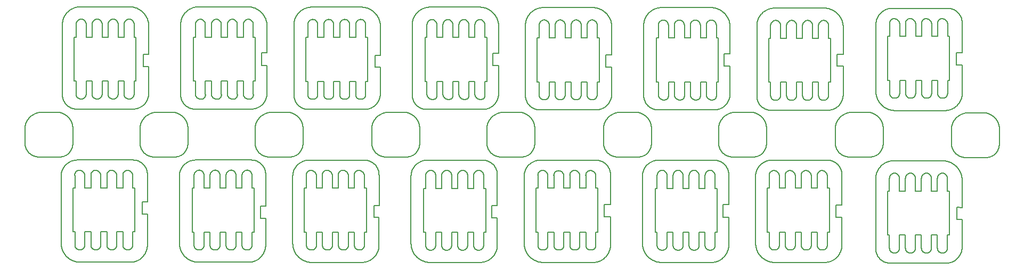
<source format=gbr>
G04 EAGLE Gerber RS-274X export*
G75*
%MOMM*%
%FSLAX34Y34*%
%LPD*%
%INStiffener_Bot*%
%IPPOS*%
%AMOC8*
5,1,8,0,0,1.08239X$1,22.5*%
G01*
%ADD10C,0.152400*%


D10*
X522415Y245047D02*
X519240Y245047D01*
X503365Y245047D02*
X493840Y245047D01*
X477965Y245047D02*
X468440Y245047D01*
X452565Y245047D02*
X443040Y245047D01*
X427165Y245047D02*
X423990Y245047D01*
X423990Y314897D01*
X427165Y314897D01*
X443040Y314897D02*
X452565Y314897D01*
X468440Y314897D02*
X477965Y314897D01*
X493840Y314897D02*
X503365Y314897D01*
X519240Y314897D02*
X522415Y314897D01*
X522415Y245047D01*
X519240Y335534D02*
X519238Y335726D01*
X519231Y335918D01*
X519219Y336109D01*
X519203Y336300D01*
X519182Y336491D01*
X519157Y336681D01*
X519127Y336870D01*
X519092Y337059D01*
X519053Y337247D01*
X519009Y337434D01*
X518961Y337619D01*
X518909Y337804D01*
X518851Y337987D01*
X518790Y338169D01*
X518724Y338349D01*
X518654Y338527D01*
X518579Y338704D01*
X518501Y338879D01*
X518418Y339052D01*
X518331Y339223D01*
X518240Y339392D01*
X518144Y339558D01*
X518045Y339722D01*
X517942Y339884D01*
X517835Y340043D01*
X517724Y340200D01*
X517609Y340354D01*
X517491Y340505D01*
X517369Y340653D01*
X517244Y340798D01*
X517115Y340940D01*
X516982Y341079D01*
X516847Y341214D01*
X516708Y341347D01*
X516566Y341476D01*
X516421Y341601D01*
X516273Y341723D01*
X516122Y341841D01*
X515968Y341956D01*
X515811Y342067D01*
X515652Y342174D01*
X515490Y342277D01*
X515326Y342376D01*
X515160Y342472D01*
X514991Y342563D01*
X514820Y342650D01*
X514647Y342733D01*
X514472Y342811D01*
X514295Y342886D01*
X514117Y342956D01*
X513937Y343022D01*
X513755Y343083D01*
X513572Y343141D01*
X513387Y343193D01*
X513202Y343241D01*
X513015Y343285D01*
X512827Y343324D01*
X512638Y343359D01*
X512449Y343389D01*
X512259Y343414D01*
X512068Y343435D01*
X511877Y343451D01*
X511686Y343463D01*
X511494Y343470D01*
X511302Y343472D01*
X519240Y335534D02*
X519240Y314897D01*
X503364Y335534D02*
X503366Y335726D01*
X503373Y335918D01*
X503385Y336109D01*
X503401Y336300D01*
X503422Y336491D01*
X503447Y336681D01*
X503477Y336870D01*
X503512Y337059D01*
X503551Y337247D01*
X503595Y337434D01*
X503643Y337619D01*
X503695Y337804D01*
X503753Y337987D01*
X503814Y338169D01*
X503880Y338349D01*
X503950Y338527D01*
X504025Y338704D01*
X504103Y338879D01*
X504186Y339052D01*
X504273Y339223D01*
X504364Y339392D01*
X504460Y339558D01*
X504559Y339722D01*
X504662Y339884D01*
X504769Y340043D01*
X504880Y340200D01*
X504995Y340354D01*
X505113Y340505D01*
X505235Y340653D01*
X505360Y340798D01*
X505489Y340940D01*
X505622Y341079D01*
X505757Y341214D01*
X505896Y341347D01*
X506038Y341476D01*
X506183Y341601D01*
X506331Y341723D01*
X506482Y341841D01*
X506636Y341956D01*
X506793Y342067D01*
X506952Y342174D01*
X507114Y342277D01*
X507278Y342376D01*
X507444Y342472D01*
X507613Y342563D01*
X507784Y342650D01*
X507957Y342733D01*
X508132Y342811D01*
X508309Y342886D01*
X508487Y342956D01*
X508667Y343022D01*
X508849Y343083D01*
X509032Y343141D01*
X509217Y343193D01*
X509402Y343241D01*
X509589Y343285D01*
X509777Y343324D01*
X509966Y343359D01*
X510155Y343389D01*
X510345Y343414D01*
X510536Y343435D01*
X510727Y343451D01*
X510918Y343463D01*
X511110Y343470D01*
X511302Y343472D01*
X503365Y335534D02*
X503365Y314897D01*
X493840Y335534D02*
X493838Y335726D01*
X493831Y335918D01*
X493819Y336109D01*
X493803Y336300D01*
X493782Y336491D01*
X493757Y336681D01*
X493727Y336870D01*
X493692Y337059D01*
X493653Y337247D01*
X493609Y337434D01*
X493561Y337619D01*
X493509Y337804D01*
X493451Y337987D01*
X493390Y338169D01*
X493324Y338349D01*
X493254Y338527D01*
X493179Y338704D01*
X493101Y338879D01*
X493018Y339052D01*
X492931Y339223D01*
X492840Y339392D01*
X492744Y339558D01*
X492645Y339722D01*
X492542Y339884D01*
X492435Y340043D01*
X492324Y340200D01*
X492209Y340354D01*
X492091Y340505D01*
X491969Y340653D01*
X491844Y340798D01*
X491715Y340940D01*
X491582Y341079D01*
X491447Y341214D01*
X491308Y341347D01*
X491166Y341476D01*
X491021Y341601D01*
X490873Y341723D01*
X490722Y341841D01*
X490568Y341956D01*
X490411Y342067D01*
X490252Y342174D01*
X490090Y342277D01*
X489926Y342376D01*
X489760Y342472D01*
X489591Y342563D01*
X489420Y342650D01*
X489247Y342733D01*
X489072Y342811D01*
X488895Y342886D01*
X488717Y342956D01*
X488537Y343022D01*
X488355Y343083D01*
X488172Y343141D01*
X487987Y343193D01*
X487802Y343241D01*
X487615Y343285D01*
X487427Y343324D01*
X487238Y343359D01*
X487049Y343389D01*
X486859Y343414D01*
X486668Y343435D01*
X486477Y343451D01*
X486286Y343463D01*
X486094Y343470D01*
X485902Y343472D01*
X493840Y335534D02*
X493840Y314897D01*
X477964Y335534D02*
X477966Y335726D01*
X477973Y335918D01*
X477985Y336109D01*
X478001Y336300D01*
X478022Y336491D01*
X478047Y336681D01*
X478077Y336870D01*
X478112Y337059D01*
X478151Y337247D01*
X478195Y337434D01*
X478243Y337619D01*
X478295Y337804D01*
X478353Y337987D01*
X478414Y338169D01*
X478480Y338349D01*
X478550Y338527D01*
X478625Y338704D01*
X478703Y338879D01*
X478786Y339052D01*
X478873Y339223D01*
X478964Y339392D01*
X479060Y339558D01*
X479159Y339722D01*
X479262Y339884D01*
X479369Y340043D01*
X479480Y340200D01*
X479595Y340354D01*
X479713Y340505D01*
X479835Y340653D01*
X479960Y340798D01*
X480089Y340940D01*
X480222Y341079D01*
X480357Y341214D01*
X480496Y341347D01*
X480638Y341476D01*
X480783Y341601D01*
X480931Y341723D01*
X481082Y341841D01*
X481236Y341956D01*
X481393Y342067D01*
X481552Y342174D01*
X481714Y342277D01*
X481878Y342376D01*
X482044Y342472D01*
X482213Y342563D01*
X482384Y342650D01*
X482557Y342733D01*
X482732Y342811D01*
X482909Y342886D01*
X483087Y342956D01*
X483267Y343022D01*
X483449Y343083D01*
X483632Y343141D01*
X483817Y343193D01*
X484002Y343241D01*
X484189Y343285D01*
X484377Y343324D01*
X484566Y343359D01*
X484755Y343389D01*
X484945Y343414D01*
X485136Y343435D01*
X485327Y343451D01*
X485518Y343463D01*
X485710Y343470D01*
X485902Y343472D01*
X477965Y335534D02*
X477965Y314897D01*
X468440Y335534D02*
X468438Y335726D01*
X468431Y335918D01*
X468419Y336109D01*
X468403Y336300D01*
X468382Y336491D01*
X468357Y336681D01*
X468327Y336870D01*
X468292Y337059D01*
X468253Y337247D01*
X468209Y337434D01*
X468161Y337619D01*
X468109Y337804D01*
X468051Y337987D01*
X467990Y338169D01*
X467924Y338349D01*
X467854Y338527D01*
X467779Y338704D01*
X467701Y338879D01*
X467618Y339052D01*
X467531Y339223D01*
X467440Y339392D01*
X467344Y339558D01*
X467245Y339722D01*
X467142Y339884D01*
X467035Y340043D01*
X466924Y340200D01*
X466809Y340354D01*
X466691Y340505D01*
X466569Y340653D01*
X466444Y340798D01*
X466315Y340940D01*
X466182Y341079D01*
X466047Y341214D01*
X465908Y341347D01*
X465766Y341476D01*
X465621Y341601D01*
X465473Y341723D01*
X465322Y341841D01*
X465168Y341956D01*
X465011Y342067D01*
X464852Y342174D01*
X464690Y342277D01*
X464526Y342376D01*
X464360Y342472D01*
X464191Y342563D01*
X464020Y342650D01*
X463847Y342733D01*
X463672Y342811D01*
X463495Y342886D01*
X463317Y342956D01*
X463137Y343022D01*
X462955Y343083D01*
X462772Y343141D01*
X462587Y343193D01*
X462402Y343241D01*
X462215Y343285D01*
X462027Y343324D01*
X461838Y343359D01*
X461649Y343389D01*
X461459Y343414D01*
X461268Y343435D01*
X461077Y343451D01*
X460886Y343463D01*
X460694Y343470D01*
X460502Y343472D01*
X468440Y335534D02*
X468440Y314897D01*
X452564Y335534D02*
X452566Y335726D01*
X452573Y335918D01*
X452585Y336109D01*
X452601Y336300D01*
X452622Y336491D01*
X452647Y336681D01*
X452677Y336870D01*
X452712Y337059D01*
X452751Y337247D01*
X452795Y337434D01*
X452843Y337619D01*
X452895Y337804D01*
X452953Y337987D01*
X453014Y338169D01*
X453080Y338349D01*
X453150Y338527D01*
X453225Y338704D01*
X453303Y338879D01*
X453386Y339052D01*
X453473Y339223D01*
X453564Y339392D01*
X453660Y339558D01*
X453759Y339722D01*
X453862Y339884D01*
X453969Y340043D01*
X454080Y340200D01*
X454195Y340354D01*
X454313Y340505D01*
X454435Y340653D01*
X454560Y340798D01*
X454689Y340940D01*
X454822Y341079D01*
X454957Y341214D01*
X455096Y341347D01*
X455238Y341476D01*
X455383Y341601D01*
X455531Y341723D01*
X455682Y341841D01*
X455836Y341956D01*
X455993Y342067D01*
X456152Y342174D01*
X456314Y342277D01*
X456478Y342376D01*
X456644Y342472D01*
X456813Y342563D01*
X456984Y342650D01*
X457157Y342733D01*
X457332Y342811D01*
X457509Y342886D01*
X457687Y342956D01*
X457867Y343022D01*
X458049Y343083D01*
X458232Y343141D01*
X458417Y343193D01*
X458602Y343241D01*
X458789Y343285D01*
X458977Y343324D01*
X459166Y343359D01*
X459355Y343389D01*
X459545Y343414D01*
X459736Y343435D01*
X459927Y343451D01*
X460118Y343463D01*
X460310Y343470D01*
X460502Y343472D01*
X452565Y335534D02*
X452565Y314897D01*
X443040Y335534D02*
X443038Y335726D01*
X443031Y335918D01*
X443019Y336109D01*
X443003Y336300D01*
X442982Y336491D01*
X442957Y336681D01*
X442927Y336870D01*
X442892Y337059D01*
X442853Y337247D01*
X442809Y337434D01*
X442761Y337619D01*
X442709Y337804D01*
X442651Y337987D01*
X442590Y338169D01*
X442524Y338349D01*
X442454Y338527D01*
X442379Y338704D01*
X442301Y338879D01*
X442218Y339052D01*
X442131Y339223D01*
X442040Y339392D01*
X441944Y339558D01*
X441845Y339722D01*
X441742Y339884D01*
X441635Y340043D01*
X441524Y340200D01*
X441409Y340354D01*
X441291Y340505D01*
X441169Y340653D01*
X441044Y340798D01*
X440915Y340940D01*
X440782Y341079D01*
X440647Y341214D01*
X440508Y341347D01*
X440366Y341476D01*
X440221Y341601D01*
X440073Y341723D01*
X439922Y341841D01*
X439768Y341956D01*
X439611Y342067D01*
X439452Y342174D01*
X439290Y342277D01*
X439126Y342376D01*
X438960Y342472D01*
X438791Y342563D01*
X438620Y342650D01*
X438447Y342733D01*
X438272Y342811D01*
X438095Y342886D01*
X437917Y342956D01*
X437737Y343022D01*
X437555Y343083D01*
X437372Y343141D01*
X437187Y343193D01*
X437002Y343241D01*
X436815Y343285D01*
X436627Y343324D01*
X436438Y343359D01*
X436249Y343389D01*
X436059Y343414D01*
X435868Y343435D01*
X435677Y343451D01*
X435486Y343463D01*
X435294Y343470D01*
X435102Y343472D01*
X443040Y335534D02*
X443040Y314897D01*
X427164Y335534D02*
X427166Y335726D01*
X427173Y335918D01*
X427185Y336109D01*
X427201Y336300D01*
X427222Y336491D01*
X427247Y336681D01*
X427277Y336870D01*
X427312Y337059D01*
X427351Y337247D01*
X427395Y337434D01*
X427443Y337619D01*
X427495Y337804D01*
X427553Y337987D01*
X427614Y338169D01*
X427680Y338349D01*
X427750Y338527D01*
X427825Y338704D01*
X427903Y338879D01*
X427986Y339052D01*
X428073Y339223D01*
X428164Y339392D01*
X428260Y339558D01*
X428359Y339722D01*
X428462Y339884D01*
X428569Y340043D01*
X428680Y340200D01*
X428795Y340354D01*
X428913Y340505D01*
X429035Y340653D01*
X429160Y340798D01*
X429289Y340940D01*
X429422Y341079D01*
X429557Y341214D01*
X429696Y341347D01*
X429838Y341476D01*
X429983Y341601D01*
X430131Y341723D01*
X430282Y341841D01*
X430436Y341956D01*
X430593Y342067D01*
X430752Y342174D01*
X430914Y342277D01*
X431078Y342376D01*
X431244Y342472D01*
X431413Y342563D01*
X431584Y342650D01*
X431757Y342733D01*
X431932Y342811D01*
X432109Y342886D01*
X432287Y342956D01*
X432467Y343022D01*
X432649Y343083D01*
X432832Y343141D01*
X433017Y343193D01*
X433202Y343241D01*
X433389Y343285D01*
X433577Y343324D01*
X433766Y343359D01*
X433955Y343389D01*
X434145Y343414D01*
X434336Y343435D01*
X434527Y343451D01*
X434718Y343463D01*
X434910Y343470D01*
X435102Y343472D01*
X427165Y335534D02*
X427165Y314897D01*
X427165Y224409D02*
X427195Y224190D01*
X427230Y223972D01*
X427271Y223754D01*
X427317Y223538D01*
X427369Y223323D01*
X427425Y223109D01*
X427487Y222897D01*
X427553Y222686D01*
X427625Y222477D01*
X427702Y222269D01*
X427784Y222064D01*
X427871Y221860D01*
X427962Y221659D01*
X428059Y221460D01*
X428160Y221263D01*
X428266Y221069D01*
X428377Y220878D01*
X428492Y220689D01*
X428612Y220503D01*
X428736Y220320D01*
X428865Y220140D01*
X428997Y219963D01*
X429135Y219790D01*
X429276Y219620D01*
X429421Y219453D01*
X429571Y219290D01*
X429724Y219131D01*
X429881Y218975D01*
X430042Y218823D01*
X430206Y218675D01*
X430374Y218531D01*
X430545Y218391D01*
X430720Y218256D01*
X430898Y218124D01*
X431079Y217997D01*
X431263Y217875D01*
X431450Y217757D01*
X431640Y217643D01*
X431832Y217534D01*
X432027Y217430D01*
X432225Y217330D01*
X432425Y217235D01*
X432627Y217146D01*
X432831Y217061D01*
X433037Y216981D01*
X433245Y216906D01*
X433455Y216836D01*
X433667Y216771D01*
X433879Y216711D01*
X434094Y216656D01*
X434309Y216607D01*
X434526Y216563D01*
X434744Y216524D01*
X434962Y216490D01*
X435182Y216462D01*
X435402Y216439D01*
X435622Y216421D01*
X435843Y216409D01*
X436064Y216402D01*
X436285Y216400D01*
X436506Y216404D01*
X436727Y216413D01*
X436948Y216427D01*
X437168Y216447D01*
X437388Y216472D01*
X427165Y224409D02*
X427165Y245047D01*
X443040Y224409D02*
X443065Y224244D01*
X443087Y224079D01*
X443104Y223914D01*
X443118Y223748D01*
X443128Y223582D01*
X443133Y223415D01*
X443135Y223249D01*
X443133Y223082D01*
X443126Y222916D01*
X443116Y222750D01*
X443101Y222584D01*
X443083Y222418D01*
X443060Y222253D01*
X443034Y222089D01*
X443003Y221925D01*
X442969Y221762D01*
X442931Y221600D01*
X442888Y221439D01*
X442842Y221279D01*
X442792Y221121D01*
X442739Y220963D01*
X442681Y220807D01*
X442620Y220652D01*
X442555Y220499D01*
X442486Y220347D01*
X442414Y220197D01*
X442338Y220049D01*
X442258Y219903D01*
X442175Y219758D01*
X442089Y219616D01*
X441999Y219476D01*
X441906Y219338D01*
X441809Y219202D01*
X441709Y219069D01*
X441606Y218938D01*
X441500Y218810D01*
X441391Y218684D01*
X441279Y218561D01*
X441163Y218441D01*
X441045Y218324D01*
X440925Y218209D01*
X440801Y218097D01*
X440675Y217989D01*
X440546Y217883D01*
X440415Y217781D01*
X440281Y217682D01*
X440145Y217586D01*
X440006Y217493D01*
X439866Y217404D01*
X439723Y217318D01*
X439578Y217236D01*
X439432Y217157D01*
X439283Y217082D01*
X439133Y217010D01*
X438981Y216942D01*
X438827Y216878D01*
X438672Y216818D01*
X438516Y216761D01*
X438358Y216708D01*
X438199Y216659D01*
X438038Y216614D01*
X437877Y216572D01*
X437715Y216535D01*
X437552Y216501D01*
X437388Y216471D01*
X443040Y224409D02*
X443040Y245047D01*
X452565Y224409D02*
X452595Y224190D01*
X452630Y223972D01*
X452671Y223754D01*
X452717Y223538D01*
X452769Y223323D01*
X452825Y223109D01*
X452887Y222897D01*
X452953Y222686D01*
X453025Y222477D01*
X453102Y222269D01*
X453184Y222064D01*
X453271Y221860D01*
X453362Y221659D01*
X453459Y221460D01*
X453560Y221263D01*
X453666Y221069D01*
X453777Y220878D01*
X453892Y220689D01*
X454012Y220503D01*
X454136Y220320D01*
X454265Y220140D01*
X454397Y219963D01*
X454535Y219790D01*
X454676Y219620D01*
X454821Y219453D01*
X454971Y219290D01*
X455124Y219131D01*
X455281Y218975D01*
X455442Y218823D01*
X455606Y218675D01*
X455774Y218531D01*
X455945Y218391D01*
X456120Y218256D01*
X456298Y218124D01*
X456479Y217997D01*
X456663Y217875D01*
X456850Y217757D01*
X457040Y217643D01*
X457232Y217534D01*
X457427Y217430D01*
X457625Y217330D01*
X457825Y217235D01*
X458027Y217146D01*
X458231Y217061D01*
X458437Y216981D01*
X458645Y216906D01*
X458855Y216836D01*
X459067Y216771D01*
X459279Y216711D01*
X459494Y216656D01*
X459709Y216607D01*
X459926Y216563D01*
X460144Y216524D01*
X460362Y216490D01*
X460582Y216462D01*
X460802Y216439D01*
X461022Y216421D01*
X461243Y216409D01*
X461464Y216402D01*
X461685Y216400D01*
X461906Y216404D01*
X462127Y216413D01*
X462348Y216427D01*
X462568Y216447D01*
X462788Y216472D01*
X452565Y224409D02*
X452565Y245047D01*
X468440Y224409D02*
X468465Y224244D01*
X468487Y224079D01*
X468504Y223914D01*
X468518Y223748D01*
X468528Y223582D01*
X468533Y223415D01*
X468535Y223249D01*
X468533Y223082D01*
X468526Y222916D01*
X468516Y222750D01*
X468501Y222584D01*
X468483Y222418D01*
X468460Y222253D01*
X468434Y222089D01*
X468403Y221925D01*
X468369Y221762D01*
X468331Y221600D01*
X468288Y221439D01*
X468242Y221279D01*
X468192Y221121D01*
X468139Y220963D01*
X468081Y220807D01*
X468020Y220652D01*
X467955Y220499D01*
X467886Y220347D01*
X467814Y220197D01*
X467738Y220049D01*
X467658Y219903D01*
X467575Y219758D01*
X467489Y219616D01*
X467399Y219476D01*
X467306Y219338D01*
X467209Y219202D01*
X467109Y219069D01*
X467006Y218938D01*
X466900Y218810D01*
X466791Y218684D01*
X466679Y218561D01*
X466563Y218441D01*
X466445Y218324D01*
X466325Y218209D01*
X466201Y218097D01*
X466075Y217989D01*
X465946Y217883D01*
X465815Y217781D01*
X465681Y217682D01*
X465545Y217586D01*
X465406Y217493D01*
X465266Y217404D01*
X465123Y217318D01*
X464978Y217236D01*
X464832Y217157D01*
X464683Y217082D01*
X464533Y217010D01*
X464381Y216942D01*
X464227Y216878D01*
X464072Y216818D01*
X463916Y216761D01*
X463758Y216708D01*
X463599Y216659D01*
X463438Y216614D01*
X463277Y216572D01*
X463115Y216535D01*
X462952Y216501D01*
X462788Y216471D01*
X468440Y224409D02*
X468440Y245047D01*
X477965Y224409D02*
X477995Y224190D01*
X478030Y223972D01*
X478071Y223754D01*
X478117Y223538D01*
X478169Y223323D01*
X478225Y223109D01*
X478287Y222897D01*
X478353Y222686D01*
X478425Y222477D01*
X478502Y222269D01*
X478584Y222064D01*
X478671Y221860D01*
X478762Y221659D01*
X478859Y221460D01*
X478960Y221263D01*
X479066Y221069D01*
X479177Y220878D01*
X479292Y220689D01*
X479412Y220503D01*
X479536Y220320D01*
X479665Y220140D01*
X479797Y219963D01*
X479935Y219790D01*
X480076Y219620D01*
X480221Y219453D01*
X480371Y219290D01*
X480524Y219131D01*
X480681Y218975D01*
X480842Y218823D01*
X481006Y218675D01*
X481174Y218531D01*
X481345Y218391D01*
X481520Y218256D01*
X481698Y218124D01*
X481879Y217997D01*
X482063Y217875D01*
X482250Y217757D01*
X482440Y217643D01*
X482632Y217534D01*
X482827Y217430D01*
X483025Y217330D01*
X483225Y217235D01*
X483427Y217146D01*
X483631Y217061D01*
X483837Y216981D01*
X484045Y216906D01*
X484255Y216836D01*
X484467Y216771D01*
X484679Y216711D01*
X484894Y216656D01*
X485109Y216607D01*
X485326Y216563D01*
X485544Y216524D01*
X485762Y216490D01*
X485982Y216462D01*
X486202Y216439D01*
X486422Y216421D01*
X486643Y216409D01*
X486864Y216402D01*
X487085Y216400D01*
X487306Y216404D01*
X487527Y216413D01*
X487748Y216427D01*
X487968Y216447D01*
X488188Y216472D01*
X477965Y224409D02*
X477965Y245047D01*
X493840Y224409D02*
X493865Y224244D01*
X493887Y224079D01*
X493904Y223914D01*
X493918Y223748D01*
X493928Y223582D01*
X493933Y223415D01*
X493935Y223249D01*
X493933Y223082D01*
X493926Y222916D01*
X493916Y222750D01*
X493901Y222584D01*
X493883Y222418D01*
X493860Y222253D01*
X493834Y222089D01*
X493803Y221925D01*
X493769Y221762D01*
X493731Y221600D01*
X493688Y221439D01*
X493642Y221279D01*
X493592Y221121D01*
X493539Y220963D01*
X493481Y220807D01*
X493420Y220652D01*
X493355Y220499D01*
X493286Y220347D01*
X493214Y220197D01*
X493138Y220049D01*
X493058Y219903D01*
X492975Y219758D01*
X492889Y219616D01*
X492799Y219476D01*
X492706Y219338D01*
X492609Y219202D01*
X492509Y219069D01*
X492406Y218938D01*
X492300Y218810D01*
X492191Y218684D01*
X492079Y218561D01*
X491963Y218441D01*
X491845Y218324D01*
X491725Y218209D01*
X491601Y218097D01*
X491475Y217989D01*
X491346Y217883D01*
X491215Y217781D01*
X491081Y217682D01*
X490945Y217586D01*
X490806Y217493D01*
X490666Y217404D01*
X490523Y217318D01*
X490378Y217236D01*
X490232Y217157D01*
X490083Y217082D01*
X489933Y217010D01*
X489781Y216942D01*
X489627Y216878D01*
X489472Y216818D01*
X489316Y216761D01*
X489158Y216708D01*
X488999Y216659D01*
X488838Y216614D01*
X488677Y216572D01*
X488515Y216535D01*
X488352Y216501D01*
X488188Y216471D01*
X493840Y224409D02*
X493840Y245047D01*
X503365Y224409D02*
X503395Y224190D01*
X503430Y223972D01*
X503471Y223754D01*
X503517Y223538D01*
X503569Y223323D01*
X503625Y223109D01*
X503687Y222897D01*
X503753Y222686D01*
X503825Y222477D01*
X503902Y222269D01*
X503984Y222064D01*
X504071Y221860D01*
X504162Y221659D01*
X504259Y221460D01*
X504360Y221263D01*
X504466Y221069D01*
X504577Y220878D01*
X504692Y220689D01*
X504812Y220503D01*
X504936Y220320D01*
X505065Y220140D01*
X505197Y219963D01*
X505335Y219790D01*
X505476Y219620D01*
X505621Y219453D01*
X505771Y219290D01*
X505924Y219131D01*
X506081Y218975D01*
X506242Y218823D01*
X506406Y218675D01*
X506574Y218531D01*
X506745Y218391D01*
X506920Y218256D01*
X507098Y218124D01*
X507279Y217997D01*
X507463Y217875D01*
X507650Y217757D01*
X507840Y217643D01*
X508032Y217534D01*
X508227Y217430D01*
X508425Y217330D01*
X508625Y217235D01*
X508827Y217146D01*
X509031Y217061D01*
X509237Y216981D01*
X509445Y216906D01*
X509655Y216836D01*
X509867Y216771D01*
X510079Y216711D01*
X510294Y216656D01*
X510509Y216607D01*
X510726Y216563D01*
X510944Y216524D01*
X511162Y216490D01*
X511382Y216462D01*
X511602Y216439D01*
X511822Y216421D01*
X512043Y216409D01*
X512264Y216402D01*
X512485Y216400D01*
X512706Y216404D01*
X512927Y216413D01*
X513148Y216427D01*
X513368Y216447D01*
X513588Y216472D01*
X503365Y224409D02*
X503365Y245047D01*
X519240Y224409D02*
X519265Y224244D01*
X519287Y224079D01*
X519304Y223914D01*
X519318Y223748D01*
X519328Y223582D01*
X519333Y223415D01*
X519335Y223249D01*
X519333Y223082D01*
X519326Y222916D01*
X519316Y222750D01*
X519301Y222584D01*
X519283Y222418D01*
X519260Y222253D01*
X519234Y222089D01*
X519203Y221925D01*
X519169Y221762D01*
X519131Y221600D01*
X519088Y221439D01*
X519042Y221279D01*
X518992Y221121D01*
X518939Y220963D01*
X518881Y220807D01*
X518820Y220652D01*
X518755Y220499D01*
X518686Y220347D01*
X518614Y220197D01*
X518538Y220049D01*
X518458Y219903D01*
X518375Y219758D01*
X518289Y219616D01*
X518199Y219476D01*
X518106Y219338D01*
X518009Y219202D01*
X517909Y219069D01*
X517806Y218938D01*
X517700Y218810D01*
X517591Y218684D01*
X517479Y218561D01*
X517363Y218441D01*
X517245Y218324D01*
X517125Y218209D01*
X517001Y218097D01*
X516875Y217989D01*
X516746Y217883D01*
X516615Y217781D01*
X516481Y217682D01*
X516345Y217586D01*
X516206Y217493D01*
X516066Y217404D01*
X515923Y217318D01*
X515778Y217236D01*
X515632Y217157D01*
X515483Y217082D01*
X515333Y217010D01*
X515181Y216942D01*
X515027Y216878D01*
X514872Y216818D01*
X514716Y216761D01*
X514558Y216708D01*
X514399Y216659D01*
X514238Y216614D01*
X514077Y216572D01*
X513915Y216535D01*
X513752Y216501D01*
X513588Y216471D01*
X519240Y224409D02*
X519240Y245047D01*
X332931Y245301D02*
X329756Y245301D01*
X313881Y245301D02*
X304356Y245301D01*
X288481Y245301D02*
X278956Y245301D01*
X263081Y245301D02*
X253556Y245301D01*
X237681Y245301D02*
X234506Y245301D01*
X234506Y315151D01*
X237681Y315151D01*
X253556Y315151D02*
X263081Y315151D01*
X278956Y315151D02*
X288481Y315151D01*
X304356Y315151D02*
X313881Y315151D01*
X329756Y315151D02*
X332931Y315151D01*
X332931Y245301D01*
X329756Y335788D02*
X329754Y335980D01*
X329747Y336172D01*
X329735Y336363D01*
X329719Y336554D01*
X329698Y336745D01*
X329673Y336935D01*
X329643Y337124D01*
X329608Y337313D01*
X329569Y337501D01*
X329525Y337688D01*
X329477Y337873D01*
X329425Y338058D01*
X329367Y338241D01*
X329306Y338423D01*
X329240Y338603D01*
X329170Y338781D01*
X329095Y338958D01*
X329017Y339133D01*
X328934Y339306D01*
X328847Y339477D01*
X328756Y339646D01*
X328660Y339812D01*
X328561Y339976D01*
X328458Y340138D01*
X328351Y340297D01*
X328240Y340454D01*
X328125Y340608D01*
X328007Y340759D01*
X327885Y340907D01*
X327760Y341052D01*
X327631Y341194D01*
X327498Y341333D01*
X327363Y341468D01*
X327224Y341601D01*
X327082Y341730D01*
X326937Y341855D01*
X326789Y341977D01*
X326638Y342095D01*
X326484Y342210D01*
X326327Y342321D01*
X326168Y342428D01*
X326006Y342531D01*
X325842Y342630D01*
X325676Y342726D01*
X325507Y342817D01*
X325336Y342904D01*
X325163Y342987D01*
X324988Y343065D01*
X324811Y343140D01*
X324633Y343210D01*
X324453Y343276D01*
X324271Y343337D01*
X324088Y343395D01*
X323903Y343447D01*
X323718Y343495D01*
X323531Y343539D01*
X323343Y343578D01*
X323154Y343613D01*
X322965Y343643D01*
X322775Y343668D01*
X322584Y343689D01*
X322393Y343705D01*
X322202Y343717D01*
X322010Y343724D01*
X321818Y343726D01*
X329756Y335788D02*
X329756Y315151D01*
X313880Y335788D02*
X313882Y335980D01*
X313889Y336172D01*
X313901Y336363D01*
X313917Y336554D01*
X313938Y336745D01*
X313963Y336935D01*
X313993Y337124D01*
X314028Y337313D01*
X314067Y337501D01*
X314111Y337688D01*
X314159Y337873D01*
X314211Y338058D01*
X314269Y338241D01*
X314330Y338423D01*
X314396Y338603D01*
X314466Y338781D01*
X314541Y338958D01*
X314619Y339133D01*
X314702Y339306D01*
X314789Y339477D01*
X314880Y339646D01*
X314976Y339812D01*
X315075Y339976D01*
X315178Y340138D01*
X315285Y340297D01*
X315396Y340454D01*
X315511Y340608D01*
X315629Y340759D01*
X315751Y340907D01*
X315876Y341052D01*
X316005Y341194D01*
X316138Y341333D01*
X316273Y341468D01*
X316412Y341601D01*
X316554Y341730D01*
X316699Y341855D01*
X316847Y341977D01*
X316998Y342095D01*
X317152Y342210D01*
X317309Y342321D01*
X317468Y342428D01*
X317630Y342531D01*
X317794Y342630D01*
X317960Y342726D01*
X318129Y342817D01*
X318300Y342904D01*
X318473Y342987D01*
X318648Y343065D01*
X318825Y343140D01*
X319003Y343210D01*
X319183Y343276D01*
X319365Y343337D01*
X319548Y343395D01*
X319733Y343447D01*
X319918Y343495D01*
X320105Y343539D01*
X320293Y343578D01*
X320482Y343613D01*
X320671Y343643D01*
X320861Y343668D01*
X321052Y343689D01*
X321243Y343705D01*
X321434Y343717D01*
X321626Y343724D01*
X321818Y343726D01*
X313881Y335788D02*
X313881Y315151D01*
X304356Y335788D02*
X304354Y335980D01*
X304347Y336172D01*
X304335Y336363D01*
X304319Y336554D01*
X304298Y336745D01*
X304273Y336935D01*
X304243Y337124D01*
X304208Y337313D01*
X304169Y337501D01*
X304125Y337688D01*
X304077Y337873D01*
X304025Y338058D01*
X303967Y338241D01*
X303906Y338423D01*
X303840Y338603D01*
X303770Y338781D01*
X303695Y338958D01*
X303617Y339133D01*
X303534Y339306D01*
X303447Y339477D01*
X303356Y339646D01*
X303260Y339812D01*
X303161Y339976D01*
X303058Y340138D01*
X302951Y340297D01*
X302840Y340454D01*
X302725Y340608D01*
X302607Y340759D01*
X302485Y340907D01*
X302360Y341052D01*
X302231Y341194D01*
X302098Y341333D01*
X301963Y341468D01*
X301824Y341601D01*
X301682Y341730D01*
X301537Y341855D01*
X301389Y341977D01*
X301238Y342095D01*
X301084Y342210D01*
X300927Y342321D01*
X300768Y342428D01*
X300606Y342531D01*
X300442Y342630D01*
X300276Y342726D01*
X300107Y342817D01*
X299936Y342904D01*
X299763Y342987D01*
X299588Y343065D01*
X299411Y343140D01*
X299233Y343210D01*
X299053Y343276D01*
X298871Y343337D01*
X298688Y343395D01*
X298503Y343447D01*
X298318Y343495D01*
X298131Y343539D01*
X297943Y343578D01*
X297754Y343613D01*
X297565Y343643D01*
X297375Y343668D01*
X297184Y343689D01*
X296993Y343705D01*
X296802Y343717D01*
X296610Y343724D01*
X296418Y343726D01*
X304356Y335788D02*
X304356Y315151D01*
X288480Y335788D02*
X288482Y335980D01*
X288489Y336172D01*
X288501Y336363D01*
X288517Y336554D01*
X288538Y336745D01*
X288563Y336935D01*
X288593Y337124D01*
X288628Y337313D01*
X288667Y337501D01*
X288711Y337688D01*
X288759Y337873D01*
X288811Y338058D01*
X288869Y338241D01*
X288930Y338423D01*
X288996Y338603D01*
X289066Y338781D01*
X289141Y338958D01*
X289219Y339133D01*
X289302Y339306D01*
X289389Y339477D01*
X289480Y339646D01*
X289576Y339812D01*
X289675Y339976D01*
X289778Y340138D01*
X289885Y340297D01*
X289996Y340454D01*
X290111Y340608D01*
X290229Y340759D01*
X290351Y340907D01*
X290476Y341052D01*
X290605Y341194D01*
X290738Y341333D01*
X290873Y341468D01*
X291012Y341601D01*
X291154Y341730D01*
X291299Y341855D01*
X291447Y341977D01*
X291598Y342095D01*
X291752Y342210D01*
X291909Y342321D01*
X292068Y342428D01*
X292230Y342531D01*
X292394Y342630D01*
X292560Y342726D01*
X292729Y342817D01*
X292900Y342904D01*
X293073Y342987D01*
X293248Y343065D01*
X293425Y343140D01*
X293603Y343210D01*
X293783Y343276D01*
X293965Y343337D01*
X294148Y343395D01*
X294333Y343447D01*
X294518Y343495D01*
X294705Y343539D01*
X294893Y343578D01*
X295082Y343613D01*
X295271Y343643D01*
X295461Y343668D01*
X295652Y343689D01*
X295843Y343705D01*
X296034Y343717D01*
X296226Y343724D01*
X296418Y343726D01*
X288481Y335788D02*
X288481Y315151D01*
X278956Y335788D02*
X278954Y335980D01*
X278947Y336172D01*
X278935Y336363D01*
X278919Y336554D01*
X278898Y336745D01*
X278873Y336935D01*
X278843Y337124D01*
X278808Y337313D01*
X278769Y337501D01*
X278725Y337688D01*
X278677Y337873D01*
X278625Y338058D01*
X278567Y338241D01*
X278506Y338423D01*
X278440Y338603D01*
X278370Y338781D01*
X278295Y338958D01*
X278217Y339133D01*
X278134Y339306D01*
X278047Y339477D01*
X277956Y339646D01*
X277860Y339812D01*
X277761Y339976D01*
X277658Y340138D01*
X277551Y340297D01*
X277440Y340454D01*
X277325Y340608D01*
X277207Y340759D01*
X277085Y340907D01*
X276960Y341052D01*
X276831Y341194D01*
X276698Y341333D01*
X276563Y341468D01*
X276424Y341601D01*
X276282Y341730D01*
X276137Y341855D01*
X275989Y341977D01*
X275838Y342095D01*
X275684Y342210D01*
X275527Y342321D01*
X275368Y342428D01*
X275206Y342531D01*
X275042Y342630D01*
X274876Y342726D01*
X274707Y342817D01*
X274536Y342904D01*
X274363Y342987D01*
X274188Y343065D01*
X274011Y343140D01*
X273833Y343210D01*
X273653Y343276D01*
X273471Y343337D01*
X273288Y343395D01*
X273103Y343447D01*
X272918Y343495D01*
X272731Y343539D01*
X272543Y343578D01*
X272354Y343613D01*
X272165Y343643D01*
X271975Y343668D01*
X271784Y343689D01*
X271593Y343705D01*
X271402Y343717D01*
X271210Y343724D01*
X271018Y343726D01*
X278956Y335788D02*
X278956Y315151D01*
X263080Y335788D02*
X263082Y335980D01*
X263089Y336172D01*
X263101Y336363D01*
X263117Y336554D01*
X263138Y336745D01*
X263163Y336935D01*
X263193Y337124D01*
X263228Y337313D01*
X263267Y337501D01*
X263311Y337688D01*
X263359Y337873D01*
X263411Y338058D01*
X263469Y338241D01*
X263530Y338423D01*
X263596Y338603D01*
X263666Y338781D01*
X263741Y338958D01*
X263819Y339133D01*
X263902Y339306D01*
X263989Y339477D01*
X264080Y339646D01*
X264176Y339812D01*
X264275Y339976D01*
X264378Y340138D01*
X264485Y340297D01*
X264596Y340454D01*
X264711Y340608D01*
X264829Y340759D01*
X264951Y340907D01*
X265076Y341052D01*
X265205Y341194D01*
X265338Y341333D01*
X265473Y341468D01*
X265612Y341601D01*
X265754Y341730D01*
X265899Y341855D01*
X266047Y341977D01*
X266198Y342095D01*
X266352Y342210D01*
X266509Y342321D01*
X266668Y342428D01*
X266830Y342531D01*
X266994Y342630D01*
X267160Y342726D01*
X267329Y342817D01*
X267500Y342904D01*
X267673Y342987D01*
X267848Y343065D01*
X268025Y343140D01*
X268203Y343210D01*
X268383Y343276D01*
X268565Y343337D01*
X268748Y343395D01*
X268933Y343447D01*
X269118Y343495D01*
X269305Y343539D01*
X269493Y343578D01*
X269682Y343613D01*
X269871Y343643D01*
X270061Y343668D01*
X270252Y343689D01*
X270443Y343705D01*
X270634Y343717D01*
X270826Y343724D01*
X271018Y343726D01*
X263081Y335788D02*
X263081Y315151D01*
X253556Y335788D02*
X253554Y335980D01*
X253547Y336172D01*
X253535Y336363D01*
X253519Y336554D01*
X253498Y336745D01*
X253473Y336935D01*
X253443Y337124D01*
X253408Y337313D01*
X253369Y337501D01*
X253325Y337688D01*
X253277Y337873D01*
X253225Y338058D01*
X253167Y338241D01*
X253106Y338423D01*
X253040Y338603D01*
X252970Y338781D01*
X252895Y338958D01*
X252817Y339133D01*
X252734Y339306D01*
X252647Y339477D01*
X252556Y339646D01*
X252460Y339812D01*
X252361Y339976D01*
X252258Y340138D01*
X252151Y340297D01*
X252040Y340454D01*
X251925Y340608D01*
X251807Y340759D01*
X251685Y340907D01*
X251560Y341052D01*
X251431Y341194D01*
X251298Y341333D01*
X251163Y341468D01*
X251024Y341601D01*
X250882Y341730D01*
X250737Y341855D01*
X250589Y341977D01*
X250438Y342095D01*
X250284Y342210D01*
X250127Y342321D01*
X249968Y342428D01*
X249806Y342531D01*
X249642Y342630D01*
X249476Y342726D01*
X249307Y342817D01*
X249136Y342904D01*
X248963Y342987D01*
X248788Y343065D01*
X248611Y343140D01*
X248433Y343210D01*
X248253Y343276D01*
X248071Y343337D01*
X247888Y343395D01*
X247703Y343447D01*
X247518Y343495D01*
X247331Y343539D01*
X247143Y343578D01*
X246954Y343613D01*
X246765Y343643D01*
X246575Y343668D01*
X246384Y343689D01*
X246193Y343705D01*
X246002Y343717D01*
X245810Y343724D01*
X245618Y343726D01*
X253556Y335788D02*
X253556Y315151D01*
X237680Y335788D02*
X237682Y335980D01*
X237689Y336172D01*
X237701Y336363D01*
X237717Y336554D01*
X237738Y336745D01*
X237763Y336935D01*
X237793Y337124D01*
X237828Y337313D01*
X237867Y337501D01*
X237911Y337688D01*
X237959Y337873D01*
X238011Y338058D01*
X238069Y338241D01*
X238130Y338423D01*
X238196Y338603D01*
X238266Y338781D01*
X238341Y338958D01*
X238419Y339133D01*
X238502Y339306D01*
X238589Y339477D01*
X238680Y339646D01*
X238776Y339812D01*
X238875Y339976D01*
X238978Y340138D01*
X239085Y340297D01*
X239196Y340454D01*
X239311Y340608D01*
X239429Y340759D01*
X239551Y340907D01*
X239676Y341052D01*
X239805Y341194D01*
X239938Y341333D01*
X240073Y341468D01*
X240212Y341601D01*
X240354Y341730D01*
X240499Y341855D01*
X240647Y341977D01*
X240798Y342095D01*
X240952Y342210D01*
X241109Y342321D01*
X241268Y342428D01*
X241430Y342531D01*
X241594Y342630D01*
X241760Y342726D01*
X241929Y342817D01*
X242100Y342904D01*
X242273Y342987D01*
X242448Y343065D01*
X242625Y343140D01*
X242803Y343210D01*
X242983Y343276D01*
X243165Y343337D01*
X243348Y343395D01*
X243533Y343447D01*
X243718Y343495D01*
X243905Y343539D01*
X244093Y343578D01*
X244282Y343613D01*
X244471Y343643D01*
X244661Y343668D01*
X244852Y343689D01*
X245043Y343705D01*
X245234Y343717D01*
X245426Y343724D01*
X245618Y343726D01*
X237681Y335788D02*
X237681Y315151D01*
X237680Y224663D02*
X237682Y224471D01*
X237689Y224279D01*
X237701Y224088D01*
X237717Y223897D01*
X237738Y223706D01*
X237763Y223516D01*
X237793Y223327D01*
X237828Y223138D01*
X237867Y222950D01*
X237911Y222763D01*
X237959Y222578D01*
X238011Y222393D01*
X238069Y222210D01*
X238130Y222028D01*
X238196Y221848D01*
X238266Y221670D01*
X238341Y221493D01*
X238419Y221318D01*
X238502Y221145D01*
X238589Y220974D01*
X238680Y220805D01*
X238776Y220639D01*
X238875Y220475D01*
X238978Y220313D01*
X239085Y220154D01*
X239196Y219997D01*
X239311Y219843D01*
X239429Y219692D01*
X239551Y219544D01*
X239676Y219399D01*
X239805Y219257D01*
X239938Y219118D01*
X240073Y218983D01*
X240212Y218850D01*
X240354Y218721D01*
X240499Y218596D01*
X240647Y218474D01*
X240798Y218356D01*
X240952Y218241D01*
X241109Y218130D01*
X241268Y218023D01*
X241430Y217920D01*
X241594Y217821D01*
X241760Y217725D01*
X241929Y217634D01*
X242100Y217547D01*
X242273Y217464D01*
X242448Y217386D01*
X242625Y217311D01*
X242803Y217241D01*
X242983Y217175D01*
X243165Y217114D01*
X243348Y217056D01*
X243533Y217004D01*
X243718Y216956D01*
X243905Y216912D01*
X244093Y216873D01*
X244282Y216838D01*
X244471Y216808D01*
X244661Y216783D01*
X244852Y216762D01*
X245043Y216746D01*
X245234Y216734D01*
X245426Y216727D01*
X245618Y216725D01*
X237681Y224663D02*
X237681Y245301D01*
X253556Y224663D02*
X253554Y224471D01*
X253547Y224279D01*
X253535Y224088D01*
X253519Y223897D01*
X253498Y223706D01*
X253473Y223516D01*
X253443Y223327D01*
X253408Y223138D01*
X253369Y222950D01*
X253325Y222763D01*
X253277Y222578D01*
X253225Y222393D01*
X253167Y222210D01*
X253106Y222028D01*
X253040Y221848D01*
X252970Y221670D01*
X252895Y221493D01*
X252817Y221318D01*
X252734Y221145D01*
X252647Y220974D01*
X252556Y220805D01*
X252460Y220639D01*
X252361Y220475D01*
X252258Y220313D01*
X252151Y220154D01*
X252040Y219997D01*
X251925Y219843D01*
X251807Y219692D01*
X251685Y219544D01*
X251560Y219399D01*
X251431Y219257D01*
X251298Y219118D01*
X251163Y218983D01*
X251024Y218850D01*
X250882Y218721D01*
X250737Y218596D01*
X250589Y218474D01*
X250438Y218356D01*
X250284Y218241D01*
X250127Y218130D01*
X249968Y218023D01*
X249806Y217920D01*
X249642Y217821D01*
X249476Y217725D01*
X249307Y217634D01*
X249136Y217547D01*
X248963Y217464D01*
X248788Y217386D01*
X248611Y217311D01*
X248433Y217241D01*
X248253Y217175D01*
X248071Y217114D01*
X247888Y217056D01*
X247703Y217004D01*
X247518Y216956D01*
X247331Y216912D01*
X247143Y216873D01*
X246954Y216838D01*
X246765Y216808D01*
X246575Y216783D01*
X246384Y216762D01*
X246193Y216746D01*
X246002Y216734D01*
X245810Y216727D01*
X245618Y216725D01*
X253556Y224663D02*
X253556Y245301D01*
X263080Y224663D02*
X263082Y224471D01*
X263089Y224279D01*
X263101Y224088D01*
X263117Y223897D01*
X263138Y223706D01*
X263163Y223516D01*
X263193Y223327D01*
X263228Y223138D01*
X263267Y222950D01*
X263311Y222763D01*
X263359Y222578D01*
X263411Y222393D01*
X263469Y222210D01*
X263530Y222028D01*
X263596Y221848D01*
X263666Y221670D01*
X263741Y221493D01*
X263819Y221318D01*
X263902Y221145D01*
X263989Y220974D01*
X264080Y220805D01*
X264176Y220639D01*
X264275Y220475D01*
X264378Y220313D01*
X264485Y220154D01*
X264596Y219997D01*
X264711Y219843D01*
X264829Y219692D01*
X264951Y219544D01*
X265076Y219399D01*
X265205Y219257D01*
X265338Y219118D01*
X265473Y218983D01*
X265612Y218850D01*
X265754Y218721D01*
X265899Y218596D01*
X266047Y218474D01*
X266198Y218356D01*
X266352Y218241D01*
X266509Y218130D01*
X266668Y218023D01*
X266830Y217920D01*
X266994Y217821D01*
X267160Y217725D01*
X267329Y217634D01*
X267500Y217547D01*
X267673Y217464D01*
X267848Y217386D01*
X268025Y217311D01*
X268203Y217241D01*
X268383Y217175D01*
X268565Y217114D01*
X268748Y217056D01*
X268933Y217004D01*
X269118Y216956D01*
X269305Y216912D01*
X269493Y216873D01*
X269682Y216838D01*
X269871Y216808D01*
X270061Y216783D01*
X270252Y216762D01*
X270443Y216746D01*
X270634Y216734D01*
X270826Y216727D01*
X271018Y216725D01*
X263081Y224663D02*
X263081Y245301D01*
X278956Y224663D02*
X278954Y224471D01*
X278947Y224279D01*
X278935Y224088D01*
X278919Y223897D01*
X278898Y223706D01*
X278873Y223516D01*
X278843Y223327D01*
X278808Y223138D01*
X278769Y222950D01*
X278725Y222763D01*
X278677Y222578D01*
X278625Y222393D01*
X278567Y222210D01*
X278506Y222028D01*
X278440Y221848D01*
X278370Y221670D01*
X278295Y221493D01*
X278217Y221318D01*
X278134Y221145D01*
X278047Y220974D01*
X277956Y220805D01*
X277860Y220639D01*
X277761Y220475D01*
X277658Y220313D01*
X277551Y220154D01*
X277440Y219997D01*
X277325Y219843D01*
X277207Y219692D01*
X277085Y219544D01*
X276960Y219399D01*
X276831Y219257D01*
X276698Y219118D01*
X276563Y218983D01*
X276424Y218850D01*
X276282Y218721D01*
X276137Y218596D01*
X275989Y218474D01*
X275838Y218356D01*
X275684Y218241D01*
X275527Y218130D01*
X275368Y218023D01*
X275206Y217920D01*
X275042Y217821D01*
X274876Y217725D01*
X274707Y217634D01*
X274536Y217547D01*
X274363Y217464D01*
X274188Y217386D01*
X274011Y217311D01*
X273833Y217241D01*
X273653Y217175D01*
X273471Y217114D01*
X273288Y217056D01*
X273103Y217004D01*
X272918Y216956D01*
X272731Y216912D01*
X272543Y216873D01*
X272354Y216838D01*
X272165Y216808D01*
X271975Y216783D01*
X271784Y216762D01*
X271593Y216746D01*
X271402Y216734D01*
X271210Y216727D01*
X271018Y216725D01*
X278956Y224663D02*
X278956Y245301D01*
X288480Y224663D02*
X288482Y224471D01*
X288489Y224279D01*
X288501Y224088D01*
X288517Y223897D01*
X288538Y223706D01*
X288563Y223516D01*
X288593Y223327D01*
X288628Y223138D01*
X288667Y222950D01*
X288711Y222763D01*
X288759Y222578D01*
X288811Y222393D01*
X288869Y222210D01*
X288930Y222028D01*
X288996Y221848D01*
X289066Y221670D01*
X289141Y221493D01*
X289219Y221318D01*
X289302Y221145D01*
X289389Y220974D01*
X289480Y220805D01*
X289576Y220639D01*
X289675Y220475D01*
X289778Y220313D01*
X289885Y220154D01*
X289996Y219997D01*
X290111Y219843D01*
X290229Y219692D01*
X290351Y219544D01*
X290476Y219399D01*
X290605Y219257D01*
X290738Y219118D01*
X290873Y218983D01*
X291012Y218850D01*
X291154Y218721D01*
X291299Y218596D01*
X291447Y218474D01*
X291598Y218356D01*
X291752Y218241D01*
X291909Y218130D01*
X292068Y218023D01*
X292230Y217920D01*
X292394Y217821D01*
X292560Y217725D01*
X292729Y217634D01*
X292900Y217547D01*
X293073Y217464D01*
X293248Y217386D01*
X293425Y217311D01*
X293603Y217241D01*
X293783Y217175D01*
X293965Y217114D01*
X294148Y217056D01*
X294333Y217004D01*
X294518Y216956D01*
X294705Y216912D01*
X294893Y216873D01*
X295082Y216838D01*
X295271Y216808D01*
X295461Y216783D01*
X295652Y216762D01*
X295843Y216746D01*
X296034Y216734D01*
X296226Y216727D01*
X296418Y216725D01*
X288481Y224663D02*
X288481Y245301D01*
X304356Y224663D02*
X304354Y224471D01*
X304347Y224279D01*
X304335Y224088D01*
X304319Y223897D01*
X304298Y223706D01*
X304273Y223516D01*
X304243Y223327D01*
X304208Y223138D01*
X304169Y222950D01*
X304125Y222763D01*
X304077Y222578D01*
X304025Y222393D01*
X303967Y222210D01*
X303906Y222028D01*
X303840Y221848D01*
X303770Y221670D01*
X303695Y221493D01*
X303617Y221318D01*
X303534Y221145D01*
X303447Y220974D01*
X303356Y220805D01*
X303260Y220639D01*
X303161Y220475D01*
X303058Y220313D01*
X302951Y220154D01*
X302840Y219997D01*
X302725Y219843D01*
X302607Y219692D01*
X302485Y219544D01*
X302360Y219399D01*
X302231Y219257D01*
X302098Y219118D01*
X301963Y218983D01*
X301824Y218850D01*
X301682Y218721D01*
X301537Y218596D01*
X301389Y218474D01*
X301238Y218356D01*
X301084Y218241D01*
X300927Y218130D01*
X300768Y218023D01*
X300606Y217920D01*
X300442Y217821D01*
X300276Y217725D01*
X300107Y217634D01*
X299936Y217547D01*
X299763Y217464D01*
X299588Y217386D01*
X299411Y217311D01*
X299233Y217241D01*
X299053Y217175D01*
X298871Y217114D01*
X298688Y217056D01*
X298503Y217004D01*
X298318Y216956D01*
X298131Y216912D01*
X297943Y216873D01*
X297754Y216838D01*
X297565Y216808D01*
X297375Y216783D01*
X297184Y216762D01*
X296993Y216746D01*
X296802Y216734D01*
X296610Y216727D01*
X296418Y216725D01*
X304356Y224663D02*
X304356Y245301D01*
X313880Y224663D02*
X313882Y224471D01*
X313889Y224279D01*
X313901Y224088D01*
X313917Y223897D01*
X313938Y223706D01*
X313963Y223516D01*
X313993Y223327D01*
X314028Y223138D01*
X314067Y222950D01*
X314111Y222763D01*
X314159Y222578D01*
X314211Y222393D01*
X314269Y222210D01*
X314330Y222028D01*
X314396Y221848D01*
X314466Y221670D01*
X314541Y221493D01*
X314619Y221318D01*
X314702Y221145D01*
X314789Y220974D01*
X314880Y220805D01*
X314976Y220639D01*
X315075Y220475D01*
X315178Y220313D01*
X315285Y220154D01*
X315396Y219997D01*
X315511Y219843D01*
X315629Y219692D01*
X315751Y219544D01*
X315876Y219399D01*
X316005Y219257D01*
X316138Y219118D01*
X316273Y218983D01*
X316412Y218850D01*
X316554Y218721D01*
X316699Y218596D01*
X316847Y218474D01*
X316998Y218356D01*
X317152Y218241D01*
X317309Y218130D01*
X317468Y218023D01*
X317630Y217920D01*
X317794Y217821D01*
X317960Y217725D01*
X318129Y217634D01*
X318300Y217547D01*
X318473Y217464D01*
X318648Y217386D01*
X318825Y217311D01*
X319003Y217241D01*
X319183Y217175D01*
X319365Y217114D01*
X319548Y217056D01*
X319733Y217004D01*
X319918Y216956D01*
X320105Y216912D01*
X320293Y216873D01*
X320482Y216838D01*
X320671Y216808D01*
X320861Y216783D01*
X321052Y216762D01*
X321243Y216746D01*
X321434Y216734D01*
X321626Y216727D01*
X321818Y216725D01*
X313881Y224663D02*
X313881Y245301D01*
X329756Y224663D02*
X329754Y224471D01*
X329747Y224279D01*
X329735Y224088D01*
X329719Y223897D01*
X329698Y223706D01*
X329673Y223516D01*
X329643Y223327D01*
X329608Y223138D01*
X329569Y222950D01*
X329525Y222763D01*
X329477Y222578D01*
X329425Y222393D01*
X329367Y222210D01*
X329306Y222028D01*
X329240Y221848D01*
X329170Y221670D01*
X329095Y221493D01*
X329017Y221318D01*
X328934Y221145D01*
X328847Y220974D01*
X328756Y220805D01*
X328660Y220639D01*
X328561Y220475D01*
X328458Y220313D01*
X328351Y220154D01*
X328240Y219997D01*
X328125Y219843D01*
X328007Y219692D01*
X327885Y219544D01*
X327760Y219399D01*
X327631Y219257D01*
X327498Y219118D01*
X327363Y218983D01*
X327224Y218850D01*
X327082Y218721D01*
X326937Y218596D01*
X326789Y218474D01*
X326638Y218356D01*
X326484Y218241D01*
X326327Y218130D01*
X326168Y218023D01*
X326006Y217920D01*
X325842Y217821D01*
X325676Y217725D01*
X325507Y217634D01*
X325336Y217547D01*
X325163Y217464D01*
X324988Y217386D01*
X324811Y217311D01*
X324633Y217241D01*
X324453Y217175D01*
X324271Y217114D01*
X324088Y217056D01*
X323903Y217004D01*
X323718Y216956D01*
X323531Y216912D01*
X323343Y216873D01*
X323154Y216838D01*
X322965Y216808D01*
X322775Y216783D01*
X322584Y216762D01*
X322393Y216746D01*
X322202Y216734D01*
X322010Y216727D01*
X321818Y216725D01*
X329756Y224663D02*
X329756Y245301D01*
X215900Y335280D02*
X215908Y335955D01*
X215933Y336630D01*
X215973Y337304D01*
X216030Y337977D01*
X216104Y338648D01*
X216193Y339317D01*
X216299Y339984D01*
X216421Y340648D01*
X216558Y341309D01*
X216712Y341966D01*
X216881Y342620D01*
X217067Y343269D01*
X217267Y343914D01*
X217484Y344554D01*
X217716Y345188D01*
X217963Y345816D01*
X218225Y346438D01*
X218502Y347054D01*
X218794Y347663D01*
X219100Y348264D01*
X219421Y348858D01*
X219757Y349444D01*
X220106Y350022D01*
X220469Y350591D01*
X220846Y351152D01*
X221236Y351703D01*
X221639Y352244D01*
X222056Y352776D01*
X222485Y353297D01*
X222927Y353808D01*
X223380Y354308D01*
X223846Y354796D01*
X224324Y355274D01*
X224812Y355740D01*
X225312Y356193D01*
X225823Y356635D01*
X226344Y357064D01*
X226876Y357481D01*
X227417Y357884D01*
X227968Y358274D01*
X228529Y358651D01*
X229098Y359014D01*
X229676Y359363D01*
X230262Y359699D01*
X230856Y360020D01*
X231457Y360326D01*
X232066Y360618D01*
X232682Y360895D01*
X233304Y361157D01*
X233932Y361404D01*
X234566Y361636D01*
X235206Y361853D01*
X235851Y362053D01*
X236500Y362239D01*
X237154Y362408D01*
X237811Y362562D01*
X238472Y362699D01*
X239136Y362821D01*
X239803Y362927D01*
X240472Y363016D01*
X241143Y363090D01*
X241816Y363147D01*
X242490Y363187D01*
X243165Y363212D01*
X243840Y363220D01*
X322580Y363220D01*
X323317Y363211D01*
X324053Y363184D01*
X324788Y363140D01*
X325522Y363078D01*
X326254Y362998D01*
X326984Y362900D01*
X327712Y362785D01*
X328436Y362652D01*
X329157Y362502D01*
X329874Y362334D01*
X330587Y362149D01*
X331296Y361947D01*
X331999Y361728D01*
X332697Y361492D01*
X333388Y361239D01*
X334074Y360970D01*
X334753Y360684D01*
X335424Y360382D01*
X336088Y360063D01*
X336745Y359729D01*
X337393Y359379D01*
X338032Y359013D01*
X338662Y358632D01*
X339283Y358236D01*
X339895Y357825D01*
X340496Y357399D01*
X341086Y356959D01*
X341666Y356504D01*
X342235Y356036D01*
X342792Y355555D01*
X343337Y355060D01*
X343871Y354551D01*
X344391Y354031D01*
X344900Y353497D01*
X345395Y352952D01*
X345876Y352395D01*
X346344Y351826D01*
X346799Y351246D01*
X347239Y350656D01*
X347665Y350055D01*
X348076Y349443D01*
X348472Y348822D01*
X348853Y348192D01*
X349219Y347553D01*
X349569Y346905D01*
X349903Y346248D01*
X350222Y345584D01*
X350524Y344913D01*
X350810Y344234D01*
X351079Y343548D01*
X351332Y342857D01*
X351568Y342159D01*
X351787Y341456D01*
X351989Y340747D01*
X352174Y340034D01*
X352342Y339317D01*
X352492Y338596D01*
X352625Y337872D01*
X352740Y337144D01*
X352838Y336414D01*
X352918Y335682D01*
X352980Y334948D01*
X353024Y334213D01*
X353051Y333477D01*
X353060Y332740D01*
X353060Y288036D01*
X344170Y288036D01*
X344170Y268224D01*
X353060Y268224D01*
X353060Y226060D01*
X353053Y225446D01*
X353030Y224833D01*
X352993Y224220D01*
X352941Y223609D01*
X352875Y222998D01*
X352793Y222390D01*
X352697Y221784D01*
X352587Y221180D01*
X352462Y220579D01*
X352322Y219981D01*
X352168Y219387D01*
X351999Y218797D01*
X351817Y218211D01*
X351620Y217630D01*
X351409Y217053D01*
X351185Y216482D01*
X350947Y215916D01*
X350695Y215356D01*
X350429Y214803D01*
X350151Y214256D01*
X349859Y213716D01*
X349554Y213183D01*
X349236Y212658D01*
X348906Y212140D01*
X348564Y211631D01*
X348209Y211130D01*
X347842Y210638D01*
X347464Y210155D01*
X347074Y209681D01*
X346672Y209217D01*
X346260Y208762D01*
X345836Y208318D01*
X345402Y207884D01*
X344958Y207460D01*
X344503Y207048D01*
X344039Y206646D01*
X343565Y206256D01*
X343082Y205878D01*
X342590Y205511D01*
X342089Y205156D01*
X341580Y204814D01*
X341062Y204484D01*
X340537Y204166D01*
X340004Y203861D01*
X339464Y203569D01*
X338917Y203291D01*
X338364Y203025D01*
X337804Y202773D01*
X337238Y202535D01*
X336667Y202311D01*
X336090Y202100D01*
X335509Y201903D01*
X334923Y201721D01*
X334333Y201552D01*
X333739Y201398D01*
X333141Y201258D01*
X332540Y201133D01*
X331936Y201023D01*
X331330Y200927D01*
X330722Y200845D01*
X330111Y200779D01*
X329500Y200727D01*
X328887Y200690D01*
X328274Y200667D01*
X327660Y200660D01*
X238760Y200660D01*
X238208Y200667D01*
X237656Y200687D01*
X237104Y200720D01*
X236554Y200767D01*
X236005Y200827D01*
X235457Y200900D01*
X234911Y200986D01*
X234368Y201086D01*
X233827Y201199D01*
X233289Y201324D01*
X232755Y201463D01*
X232223Y201615D01*
X231696Y201779D01*
X231173Y201956D01*
X230654Y202146D01*
X230140Y202348D01*
X229631Y202562D01*
X229127Y202789D01*
X228629Y203028D01*
X228136Y203278D01*
X227650Y203541D01*
X227171Y203815D01*
X226698Y204101D01*
X226232Y204398D01*
X225774Y204707D01*
X225323Y205026D01*
X224880Y205356D01*
X224445Y205697D01*
X224019Y206048D01*
X223601Y206409D01*
X223192Y206780D01*
X222792Y207161D01*
X222401Y207552D01*
X222020Y207952D01*
X221649Y208361D01*
X221288Y208779D01*
X220937Y209205D01*
X220596Y209640D01*
X220266Y210083D01*
X219947Y210534D01*
X219638Y210992D01*
X219341Y211458D01*
X219055Y211931D01*
X218781Y212410D01*
X218518Y212896D01*
X218268Y213389D01*
X218029Y213887D01*
X217802Y214391D01*
X217588Y214900D01*
X217386Y215414D01*
X217196Y215933D01*
X217019Y216456D01*
X216855Y216983D01*
X216703Y217515D01*
X216564Y218049D01*
X216439Y218587D01*
X216326Y219128D01*
X216226Y219671D01*
X216140Y220217D01*
X216067Y220765D01*
X216007Y221314D01*
X215960Y221864D01*
X215927Y222416D01*
X215907Y222968D01*
X215900Y223520D01*
X215900Y335280D01*
X403860Y335280D02*
X403868Y335955D01*
X403893Y336630D01*
X403933Y337304D01*
X403990Y337977D01*
X404064Y338648D01*
X404153Y339317D01*
X404259Y339984D01*
X404381Y340648D01*
X404518Y341309D01*
X404672Y341966D01*
X404841Y342620D01*
X405027Y343269D01*
X405227Y343914D01*
X405444Y344554D01*
X405676Y345188D01*
X405923Y345816D01*
X406185Y346438D01*
X406462Y347054D01*
X406754Y347663D01*
X407060Y348264D01*
X407381Y348858D01*
X407717Y349444D01*
X408066Y350022D01*
X408429Y350591D01*
X408806Y351152D01*
X409196Y351703D01*
X409599Y352244D01*
X410016Y352776D01*
X410445Y353297D01*
X410887Y353808D01*
X411340Y354308D01*
X411806Y354796D01*
X412284Y355274D01*
X412772Y355740D01*
X413272Y356193D01*
X413783Y356635D01*
X414304Y357064D01*
X414836Y357481D01*
X415377Y357884D01*
X415928Y358274D01*
X416489Y358651D01*
X417058Y359014D01*
X417636Y359363D01*
X418222Y359699D01*
X418816Y360020D01*
X419417Y360326D01*
X420026Y360618D01*
X420642Y360895D01*
X421264Y361157D01*
X421892Y361404D01*
X422526Y361636D01*
X423166Y361853D01*
X423811Y362053D01*
X424460Y362239D01*
X425114Y362408D01*
X425771Y362562D01*
X426432Y362699D01*
X427096Y362821D01*
X427763Y362927D01*
X428432Y363016D01*
X429103Y363090D01*
X429776Y363147D01*
X430450Y363187D01*
X431125Y363212D01*
X431800Y363220D01*
X510540Y363220D01*
X511277Y363211D01*
X512013Y363184D01*
X512748Y363140D01*
X513482Y363078D01*
X514214Y362998D01*
X514944Y362900D01*
X515672Y362785D01*
X516396Y362652D01*
X517117Y362502D01*
X517834Y362334D01*
X518547Y362149D01*
X519256Y361947D01*
X519959Y361728D01*
X520657Y361492D01*
X521348Y361239D01*
X522034Y360970D01*
X522713Y360684D01*
X523384Y360382D01*
X524048Y360063D01*
X524705Y359729D01*
X525353Y359379D01*
X525992Y359013D01*
X526622Y358632D01*
X527243Y358236D01*
X527855Y357825D01*
X528456Y357399D01*
X529046Y356959D01*
X529626Y356504D01*
X530195Y356036D01*
X530752Y355555D01*
X531297Y355060D01*
X531831Y354551D01*
X532351Y354031D01*
X532860Y353497D01*
X533355Y352952D01*
X533836Y352395D01*
X534304Y351826D01*
X534759Y351246D01*
X535199Y350656D01*
X535625Y350055D01*
X536036Y349443D01*
X536432Y348822D01*
X536813Y348192D01*
X537179Y347553D01*
X537529Y346905D01*
X537863Y346248D01*
X538182Y345584D01*
X538484Y344913D01*
X538770Y344234D01*
X539039Y343548D01*
X539292Y342857D01*
X539528Y342159D01*
X539747Y341456D01*
X539949Y340747D01*
X540134Y340034D01*
X540302Y339317D01*
X540452Y338596D01*
X540585Y337872D01*
X540700Y337144D01*
X540798Y336414D01*
X540878Y335682D01*
X540940Y334948D01*
X540984Y334213D01*
X541011Y333477D01*
X541020Y332740D01*
X541020Y290576D01*
X532384Y290576D01*
X532384Y270256D01*
X541020Y270256D01*
X541020Y226060D01*
X541013Y225446D01*
X540990Y224833D01*
X540953Y224220D01*
X540901Y223609D01*
X540835Y222998D01*
X540753Y222390D01*
X540657Y221784D01*
X540547Y221180D01*
X540422Y220579D01*
X540282Y219981D01*
X540128Y219387D01*
X539959Y218797D01*
X539777Y218211D01*
X539580Y217630D01*
X539369Y217053D01*
X539145Y216482D01*
X538907Y215916D01*
X538655Y215356D01*
X538389Y214803D01*
X538111Y214256D01*
X537819Y213716D01*
X537514Y213183D01*
X537196Y212658D01*
X536866Y212140D01*
X536524Y211631D01*
X536169Y211130D01*
X535802Y210638D01*
X535424Y210155D01*
X535034Y209681D01*
X534632Y209217D01*
X534220Y208762D01*
X533796Y208318D01*
X533362Y207884D01*
X532918Y207460D01*
X532463Y207048D01*
X531999Y206646D01*
X531525Y206256D01*
X531042Y205878D01*
X530550Y205511D01*
X530049Y205156D01*
X529540Y204814D01*
X529022Y204484D01*
X528497Y204166D01*
X527964Y203861D01*
X527424Y203569D01*
X526877Y203291D01*
X526324Y203025D01*
X525764Y202773D01*
X525198Y202535D01*
X524627Y202311D01*
X524050Y202100D01*
X523469Y201903D01*
X522883Y201721D01*
X522293Y201552D01*
X521699Y201398D01*
X521101Y201258D01*
X520500Y201133D01*
X519896Y201023D01*
X519290Y200927D01*
X518682Y200845D01*
X518071Y200779D01*
X517460Y200727D01*
X516847Y200690D01*
X516234Y200667D01*
X515620Y200660D01*
X426720Y200660D01*
X426168Y200667D01*
X425616Y200687D01*
X425064Y200720D01*
X424514Y200767D01*
X423965Y200827D01*
X423417Y200900D01*
X422871Y200986D01*
X422328Y201086D01*
X421787Y201199D01*
X421249Y201324D01*
X420715Y201463D01*
X420183Y201615D01*
X419656Y201779D01*
X419133Y201956D01*
X418614Y202146D01*
X418100Y202348D01*
X417591Y202562D01*
X417087Y202789D01*
X416589Y203028D01*
X416096Y203278D01*
X415610Y203541D01*
X415131Y203815D01*
X414658Y204101D01*
X414192Y204398D01*
X413734Y204707D01*
X413283Y205026D01*
X412840Y205356D01*
X412405Y205697D01*
X411979Y206048D01*
X411561Y206409D01*
X411152Y206780D01*
X410752Y207161D01*
X410361Y207552D01*
X409980Y207952D01*
X409609Y208361D01*
X409248Y208779D01*
X408897Y209205D01*
X408556Y209640D01*
X408226Y210083D01*
X407907Y210534D01*
X407598Y210992D01*
X407301Y211458D01*
X407015Y211931D01*
X406741Y212410D01*
X406478Y212896D01*
X406228Y213389D01*
X405989Y213887D01*
X405762Y214391D01*
X405548Y214900D01*
X405346Y215414D01*
X405156Y215933D01*
X404979Y216456D01*
X404815Y216983D01*
X404663Y217515D01*
X404524Y218049D01*
X404399Y218587D01*
X404286Y219128D01*
X404186Y219671D01*
X404100Y220217D01*
X404027Y220765D01*
X403967Y221314D01*
X403920Y221864D01*
X403887Y222416D01*
X403867Y222968D01*
X403860Y223520D01*
X403860Y335280D01*
X887286Y244539D02*
X890461Y244539D01*
X871411Y244539D02*
X861886Y244539D01*
X846011Y244539D02*
X836486Y244539D01*
X820611Y244539D02*
X811086Y244539D01*
X795211Y244539D02*
X792036Y244539D01*
X792036Y314389D01*
X795211Y314389D01*
X811086Y314389D02*
X820611Y314389D01*
X836486Y314389D02*
X846011Y314389D01*
X861886Y314389D02*
X871411Y314389D01*
X887286Y314389D02*
X890461Y314389D01*
X890461Y244539D01*
X887286Y335026D02*
X887284Y335218D01*
X887277Y335410D01*
X887265Y335601D01*
X887249Y335792D01*
X887228Y335983D01*
X887203Y336173D01*
X887173Y336362D01*
X887138Y336551D01*
X887099Y336739D01*
X887055Y336926D01*
X887007Y337111D01*
X886955Y337296D01*
X886897Y337479D01*
X886836Y337661D01*
X886770Y337841D01*
X886700Y338019D01*
X886625Y338196D01*
X886547Y338371D01*
X886464Y338544D01*
X886377Y338715D01*
X886286Y338884D01*
X886190Y339050D01*
X886091Y339214D01*
X885988Y339376D01*
X885881Y339535D01*
X885770Y339692D01*
X885655Y339846D01*
X885537Y339997D01*
X885415Y340145D01*
X885290Y340290D01*
X885161Y340432D01*
X885028Y340571D01*
X884893Y340706D01*
X884754Y340839D01*
X884612Y340968D01*
X884467Y341093D01*
X884319Y341215D01*
X884168Y341333D01*
X884014Y341448D01*
X883857Y341559D01*
X883698Y341666D01*
X883536Y341769D01*
X883372Y341868D01*
X883206Y341964D01*
X883037Y342055D01*
X882866Y342142D01*
X882693Y342225D01*
X882518Y342303D01*
X882341Y342378D01*
X882163Y342448D01*
X881983Y342514D01*
X881801Y342575D01*
X881618Y342633D01*
X881433Y342685D01*
X881248Y342733D01*
X881061Y342777D01*
X880873Y342816D01*
X880684Y342851D01*
X880495Y342881D01*
X880305Y342906D01*
X880114Y342927D01*
X879923Y342943D01*
X879732Y342955D01*
X879540Y342962D01*
X879348Y342964D01*
X887286Y335026D02*
X887286Y314389D01*
X871410Y335026D02*
X871412Y335218D01*
X871419Y335410D01*
X871431Y335601D01*
X871447Y335792D01*
X871468Y335983D01*
X871493Y336173D01*
X871523Y336362D01*
X871558Y336551D01*
X871597Y336739D01*
X871641Y336926D01*
X871689Y337111D01*
X871741Y337296D01*
X871799Y337479D01*
X871860Y337661D01*
X871926Y337841D01*
X871996Y338019D01*
X872071Y338196D01*
X872149Y338371D01*
X872232Y338544D01*
X872319Y338715D01*
X872410Y338884D01*
X872506Y339050D01*
X872605Y339214D01*
X872708Y339376D01*
X872815Y339535D01*
X872926Y339692D01*
X873041Y339846D01*
X873159Y339997D01*
X873281Y340145D01*
X873406Y340290D01*
X873535Y340432D01*
X873668Y340571D01*
X873803Y340706D01*
X873942Y340839D01*
X874084Y340968D01*
X874229Y341093D01*
X874377Y341215D01*
X874528Y341333D01*
X874682Y341448D01*
X874839Y341559D01*
X874998Y341666D01*
X875160Y341769D01*
X875324Y341868D01*
X875490Y341964D01*
X875659Y342055D01*
X875830Y342142D01*
X876003Y342225D01*
X876178Y342303D01*
X876355Y342378D01*
X876533Y342448D01*
X876713Y342514D01*
X876895Y342575D01*
X877078Y342633D01*
X877263Y342685D01*
X877448Y342733D01*
X877635Y342777D01*
X877823Y342816D01*
X878012Y342851D01*
X878201Y342881D01*
X878391Y342906D01*
X878582Y342927D01*
X878773Y342943D01*
X878964Y342955D01*
X879156Y342962D01*
X879348Y342964D01*
X871411Y335026D02*
X871411Y314389D01*
X861886Y335026D02*
X861884Y335218D01*
X861877Y335410D01*
X861865Y335601D01*
X861849Y335792D01*
X861828Y335983D01*
X861803Y336173D01*
X861773Y336362D01*
X861738Y336551D01*
X861699Y336739D01*
X861655Y336926D01*
X861607Y337111D01*
X861555Y337296D01*
X861497Y337479D01*
X861436Y337661D01*
X861370Y337841D01*
X861300Y338019D01*
X861225Y338196D01*
X861147Y338371D01*
X861064Y338544D01*
X860977Y338715D01*
X860886Y338884D01*
X860790Y339050D01*
X860691Y339214D01*
X860588Y339376D01*
X860481Y339535D01*
X860370Y339692D01*
X860255Y339846D01*
X860137Y339997D01*
X860015Y340145D01*
X859890Y340290D01*
X859761Y340432D01*
X859628Y340571D01*
X859493Y340706D01*
X859354Y340839D01*
X859212Y340968D01*
X859067Y341093D01*
X858919Y341215D01*
X858768Y341333D01*
X858614Y341448D01*
X858457Y341559D01*
X858298Y341666D01*
X858136Y341769D01*
X857972Y341868D01*
X857806Y341964D01*
X857637Y342055D01*
X857466Y342142D01*
X857293Y342225D01*
X857118Y342303D01*
X856941Y342378D01*
X856763Y342448D01*
X856583Y342514D01*
X856401Y342575D01*
X856218Y342633D01*
X856033Y342685D01*
X855848Y342733D01*
X855661Y342777D01*
X855473Y342816D01*
X855284Y342851D01*
X855095Y342881D01*
X854905Y342906D01*
X854714Y342927D01*
X854523Y342943D01*
X854332Y342955D01*
X854140Y342962D01*
X853948Y342964D01*
X861886Y335026D02*
X861886Y314389D01*
X846010Y335026D02*
X846012Y335218D01*
X846019Y335410D01*
X846031Y335601D01*
X846047Y335792D01*
X846068Y335983D01*
X846093Y336173D01*
X846123Y336362D01*
X846158Y336551D01*
X846197Y336739D01*
X846241Y336926D01*
X846289Y337111D01*
X846341Y337296D01*
X846399Y337479D01*
X846460Y337661D01*
X846526Y337841D01*
X846596Y338019D01*
X846671Y338196D01*
X846749Y338371D01*
X846832Y338544D01*
X846919Y338715D01*
X847010Y338884D01*
X847106Y339050D01*
X847205Y339214D01*
X847308Y339376D01*
X847415Y339535D01*
X847526Y339692D01*
X847641Y339846D01*
X847759Y339997D01*
X847881Y340145D01*
X848006Y340290D01*
X848135Y340432D01*
X848268Y340571D01*
X848403Y340706D01*
X848542Y340839D01*
X848684Y340968D01*
X848829Y341093D01*
X848977Y341215D01*
X849128Y341333D01*
X849282Y341448D01*
X849439Y341559D01*
X849598Y341666D01*
X849760Y341769D01*
X849924Y341868D01*
X850090Y341964D01*
X850259Y342055D01*
X850430Y342142D01*
X850603Y342225D01*
X850778Y342303D01*
X850955Y342378D01*
X851133Y342448D01*
X851313Y342514D01*
X851495Y342575D01*
X851678Y342633D01*
X851863Y342685D01*
X852048Y342733D01*
X852235Y342777D01*
X852423Y342816D01*
X852612Y342851D01*
X852801Y342881D01*
X852991Y342906D01*
X853182Y342927D01*
X853373Y342943D01*
X853564Y342955D01*
X853756Y342962D01*
X853948Y342964D01*
X846011Y335026D02*
X846011Y314389D01*
X836486Y335026D02*
X836484Y335218D01*
X836477Y335410D01*
X836465Y335601D01*
X836449Y335792D01*
X836428Y335983D01*
X836403Y336173D01*
X836373Y336362D01*
X836338Y336551D01*
X836299Y336739D01*
X836255Y336926D01*
X836207Y337111D01*
X836155Y337296D01*
X836097Y337479D01*
X836036Y337661D01*
X835970Y337841D01*
X835900Y338019D01*
X835825Y338196D01*
X835747Y338371D01*
X835664Y338544D01*
X835577Y338715D01*
X835486Y338884D01*
X835390Y339050D01*
X835291Y339214D01*
X835188Y339376D01*
X835081Y339535D01*
X834970Y339692D01*
X834855Y339846D01*
X834737Y339997D01*
X834615Y340145D01*
X834490Y340290D01*
X834361Y340432D01*
X834228Y340571D01*
X834093Y340706D01*
X833954Y340839D01*
X833812Y340968D01*
X833667Y341093D01*
X833519Y341215D01*
X833368Y341333D01*
X833214Y341448D01*
X833057Y341559D01*
X832898Y341666D01*
X832736Y341769D01*
X832572Y341868D01*
X832406Y341964D01*
X832237Y342055D01*
X832066Y342142D01*
X831893Y342225D01*
X831718Y342303D01*
X831541Y342378D01*
X831363Y342448D01*
X831183Y342514D01*
X831001Y342575D01*
X830818Y342633D01*
X830633Y342685D01*
X830448Y342733D01*
X830261Y342777D01*
X830073Y342816D01*
X829884Y342851D01*
X829695Y342881D01*
X829505Y342906D01*
X829314Y342927D01*
X829123Y342943D01*
X828932Y342955D01*
X828740Y342962D01*
X828548Y342964D01*
X836486Y335026D02*
X836486Y314389D01*
X820610Y335026D02*
X820612Y335218D01*
X820619Y335410D01*
X820631Y335601D01*
X820647Y335792D01*
X820668Y335983D01*
X820693Y336173D01*
X820723Y336362D01*
X820758Y336551D01*
X820797Y336739D01*
X820841Y336926D01*
X820889Y337111D01*
X820941Y337296D01*
X820999Y337479D01*
X821060Y337661D01*
X821126Y337841D01*
X821196Y338019D01*
X821271Y338196D01*
X821349Y338371D01*
X821432Y338544D01*
X821519Y338715D01*
X821610Y338884D01*
X821706Y339050D01*
X821805Y339214D01*
X821908Y339376D01*
X822015Y339535D01*
X822126Y339692D01*
X822241Y339846D01*
X822359Y339997D01*
X822481Y340145D01*
X822606Y340290D01*
X822735Y340432D01*
X822868Y340571D01*
X823003Y340706D01*
X823142Y340839D01*
X823284Y340968D01*
X823429Y341093D01*
X823577Y341215D01*
X823728Y341333D01*
X823882Y341448D01*
X824039Y341559D01*
X824198Y341666D01*
X824360Y341769D01*
X824524Y341868D01*
X824690Y341964D01*
X824859Y342055D01*
X825030Y342142D01*
X825203Y342225D01*
X825378Y342303D01*
X825555Y342378D01*
X825733Y342448D01*
X825913Y342514D01*
X826095Y342575D01*
X826278Y342633D01*
X826463Y342685D01*
X826648Y342733D01*
X826835Y342777D01*
X827023Y342816D01*
X827212Y342851D01*
X827401Y342881D01*
X827591Y342906D01*
X827782Y342927D01*
X827973Y342943D01*
X828164Y342955D01*
X828356Y342962D01*
X828548Y342964D01*
X820611Y335026D02*
X820611Y314389D01*
X811086Y335026D02*
X811084Y335218D01*
X811077Y335410D01*
X811065Y335601D01*
X811049Y335792D01*
X811028Y335983D01*
X811003Y336173D01*
X810973Y336362D01*
X810938Y336551D01*
X810899Y336739D01*
X810855Y336926D01*
X810807Y337111D01*
X810755Y337296D01*
X810697Y337479D01*
X810636Y337661D01*
X810570Y337841D01*
X810500Y338019D01*
X810425Y338196D01*
X810347Y338371D01*
X810264Y338544D01*
X810177Y338715D01*
X810086Y338884D01*
X809990Y339050D01*
X809891Y339214D01*
X809788Y339376D01*
X809681Y339535D01*
X809570Y339692D01*
X809455Y339846D01*
X809337Y339997D01*
X809215Y340145D01*
X809090Y340290D01*
X808961Y340432D01*
X808828Y340571D01*
X808693Y340706D01*
X808554Y340839D01*
X808412Y340968D01*
X808267Y341093D01*
X808119Y341215D01*
X807968Y341333D01*
X807814Y341448D01*
X807657Y341559D01*
X807498Y341666D01*
X807336Y341769D01*
X807172Y341868D01*
X807006Y341964D01*
X806837Y342055D01*
X806666Y342142D01*
X806493Y342225D01*
X806318Y342303D01*
X806141Y342378D01*
X805963Y342448D01*
X805783Y342514D01*
X805601Y342575D01*
X805418Y342633D01*
X805233Y342685D01*
X805048Y342733D01*
X804861Y342777D01*
X804673Y342816D01*
X804484Y342851D01*
X804295Y342881D01*
X804105Y342906D01*
X803914Y342927D01*
X803723Y342943D01*
X803532Y342955D01*
X803340Y342962D01*
X803148Y342964D01*
X811086Y335026D02*
X811086Y314389D01*
X795210Y335026D02*
X795212Y335218D01*
X795219Y335410D01*
X795231Y335601D01*
X795247Y335792D01*
X795268Y335983D01*
X795293Y336173D01*
X795323Y336362D01*
X795358Y336551D01*
X795397Y336739D01*
X795441Y336926D01*
X795489Y337111D01*
X795541Y337296D01*
X795599Y337479D01*
X795660Y337661D01*
X795726Y337841D01*
X795796Y338019D01*
X795871Y338196D01*
X795949Y338371D01*
X796032Y338544D01*
X796119Y338715D01*
X796210Y338884D01*
X796306Y339050D01*
X796405Y339214D01*
X796508Y339376D01*
X796615Y339535D01*
X796726Y339692D01*
X796841Y339846D01*
X796959Y339997D01*
X797081Y340145D01*
X797206Y340290D01*
X797335Y340432D01*
X797468Y340571D01*
X797603Y340706D01*
X797742Y340839D01*
X797884Y340968D01*
X798029Y341093D01*
X798177Y341215D01*
X798328Y341333D01*
X798482Y341448D01*
X798639Y341559D01*
X798798Y341666D01*
X798960Y341769D01*
X799124Y341868D01*
X799290Y341964D01*
X799459Y342055D01*
X799630Y342142D01*
X799803Y342225D01*
X799978Y342303D01*
X800155Y342378D01*
X800333Y342448D01*
X800513Y342514D01*
X800695Y342575D01*
X800878Y342633D01*
X801063Y342685D01*
X801248Y342733D01*
X801435Y342777D01*
X801623Y342816D01*
X801812Y342851D01*
X802001Y342881D01*
X802191Y342906D01*
X802382Y342927D01*
X802573Y342943D01*
X802764Y342955D01*
X802956Y342962D01*
X803148Y342964D01*
X795211Y335026D02*
X795211Y314389D01*
X795211Y223901D02*
X795241Y223682D01*
X795276Y223464D01*
X795317Y223246D01*
X795363Y223030D01*
X795415Y222815D01*
X795471Y222601D01*
X795533Y222389D01*
X795599Y222178D01*
X795671Y221969D01*
X795748Y221761D01*
X795830Y221556D01*
X795917Y221352D01*
X796008Y221151D01*
X796105Y220952D01*
X796206Y220755D01*
X796312Y220561D01*
X796423Y220370D01*
X796538Y220181D01*
X796658Y219995D01*
X796782Y219812D01*
X796911Y219632D01*
X797043Y219455D01*
X797181Y219282D01*
X797322Y219112D01*
X797467Y218945D01*
X797617Y218782D01*
X797770Y218623D01*
X797927Y218467D01*
X798088Y218315D01*
X798252Y218167D01*
X798420Y218023D01*
X798591Y217883D01*
X798766Y217748D01*
X798944Y217616D01*
X799125Y217489D01*
X799309Y217367D01*
X799496Y217249D01*
X799686Y217135D01*
X799878Y217026D01*
X800073Y216922D01*
X800271Y216822D01*
X800471Y216727D01*
X800673Y216638D01*
X800877Y216553D01*
X801083Y216473D01*
X801291Y216398D01*
X801501Y216328D01*
X801713Y216263D01*
X801925Y216203D01*
X802140Y216148D01*
X802355Y216099D01*
X802572Y216055D01*
X802790Y216016D01*
X803008Y215982D01*
X803228Y215954D01*
X803448Y215931D01*
X803668Y215913D01*
X803889Y215901D01*
X804110Y215894D01*
X804331Y215892D01*
X804552Y215896D01*
X804773Y215905D01*
X804994Y215919D01*
X805214Y215939D01*
X805434Y215964D01*
X795211Y223901D02*
X795211Y244539D01*
X811086Y223901D02*
X811111Y223736D01*
X811133Y223571D01*
X811150Y223406D01*
X811164Y223240D01*
X811174Y223074D01*
X811179Y222907D01*
X811181Y222741D01*
X811179Y222574D01*
X811172Y222408D01*
X811162Y222242D01*
X811147Y222076D01*
X811129Y221910D01*
X811106Y221745D01*
X811080Y221581D01*
X811049Y221417D01*
X811015Y221254D01*
X810977Y221092D01*
X810934Y220931D01*
X810888Y220771D01*
X810838Y220613D01*
X810785Y220455D01*
X810727Y220299D01*
X810666Y220144D01*
X810601Y219991D01*
X810532Y219839D01*
X810460Y219689D01*
X810384Y219541D01*
X810304Y219395D01*
X810221Y219250D01*
X810135Y219108D01*
X810045Y218968D01*
X809952Y218830D01*
X809855Y218694D01*
X809755Y218561D01*
X809652Y218430D01*
X809546Y218302D01*
X809437Y218176D01*
X809325Y218053D01*
X809209Y217933D01*
X809091Y217816D01*
X808971Y217701D01*
X808847Y217589D01*
X808721Y217481D01*
X808592Y217375D01*
X808461Y217273D01*
X808327Y217174D01*
X808191Y217078D01*
X808052Y216985D01*
X807912Y216896D01*
X807769Y216810D01*
X807624Y216728D01*
X807478Y216649D01*
X807329Y216574D01*
X807179Y216502D01*
X807027Y216434D01*
X806873Y216370D01*
X806718Y216310D01*
X806562Y216253D01*
X806404Y216200D01*
X806245Y216151D01*
X806084Y216106D01*
X805923Y216064D01*
X805761Y216027D01*
X805598Y215993D01*
X805434Y215963D01*
X811086Y223901D02*
X811086Y244539D01*
X820611Y223901D02*
X820641Y223682D01*
X820676Y223464D01*
X820717Y223246D01*
X820763Y223030D01*
X820815Y222815D01*
X820871Y222601D01*
X820933Y222389D01*
X820999Y222178D01*
X821071Y221969D01*
X821148Y221761D01*
X821230Y221556D01*
X821317Y221352D01*
X821408Y221151D01*
X821505Y220952D01*
X821606Y220755D01*
X821712Y220561D01*
X821823Y220370D01*
X821938Y220181D01*
X822058Y219995D01*
X822182Y219812D01*
X822311Y219632D01*
X822443Y219455D01*
X822581Y219282D01*
X822722Y219112D01*
X822867Y218945D01*
X823017Y218782D01*
X823170Y218623D01*
X823327Y218467D01*
X823488Y218315D01*
X823652Y218167D01*
X823820Y218023D01*
X823991Y217883D01*
X824166Y217748D01*
X824344Y217616D01*
X824525Y217489D01*
X824709Y217367D01*
X824896Y217249D01*
X825086Y217135D01*
X825278Y217026D01*
X825473Y216922D01*
X825671Y216822D01*
X825871Y216727D01*
X826073Y216638D01*
X826277Y216553D01*
X826483Y216473D01*
X826691Y216398D01*
X826901Y216328D01*
X827113Y216263D01*
X827325Y216203D01*
X827540Y216148D01*
X827755Y216099D01*
X827972Y216055D01*
X828190Y216016D01*
X828408Y215982D01*
X828628Y215954D01*
X828848Y215931D01*
X829068Y215913D01*
X829289Y215901D01*
X829510Y215894D01*
X829731Y215892D01*
X829952Y215896D01*
X830173Y215905D01*
X830394Y215919D01*
X830614Y215939D01*
X830834Y215964D01*
X820611Y223901D02*
X820611Y244539D01*
X836486Y223901D02*
X836511Y223736D01*
X836533Y223571D01*
X836550Y223406D01*
X836564Y223240D01*
X836574Y223074D01*
X836579Y222907D01*
X836581Y222741D01*
X836579Y222574D01*
X836572Y222408D01*
X836562Y222242D01*
X836547Y222076D01*
X836529Y221910D01*
X836506Y221745D01*
X836480Y221581D01*
X836449Y221417D01*
X836415Y221254D01*
X836377Y221092D01*
X836334Y220931D01*
X836288Y220771D01*
X836238Y220613D01*
X836185Y220455D01*
X836127Y220299D01*
X836066Y220144D01*
X836001Y219991D01*
X835932Y219839D01*
X835860Y219689D01*
X835784Y219541D01*
X835704Y219395D01*
X835621Y219250D01*
X835535Y219108D01*
X835445Y218968D01*
X835352Y218830D01*
X835255Y218694D01*
X835155Y218561D01*
X835052Y218430D01*
X834946Y218302D01*
X834837Y218176D01*
X834725Y218053D01*
X834609Y217933D01*
X834491Y217816D01*
X834371Y217701D01*
X834247Y217589D01*
X834121Y217481D01*
X833992Y217375D01*
X833861Y217273D01*
X833727Y217174D01*
X833591Y217078D01*
X833452Y216985D01*
X833312Y216896D01*
X833169Y216810D01*
X833024Y216728D01*
X832878Y216649D01*
X832729Y216574D01*
X832579Y216502D01*
X832427Y216434D01*
X832273Y216370D01*
X832118Y216310D01*
X831962Y216253D01*
X831804Y216200D01*
X831645Y216151D01*
X831484Y216106D01*
X831323Y216064D01*
X831161Y216027D01*
X830998Y215993D01*
X830834Y215963D01*
X836486Y223901D02*
X836486Y244539D01*
X846011Y223901D02*
X846041Y223682D01*
X846076Y223464D01*
X846117Y223246D01*
X846163Y223030D01*
X846215Y222815D01*
X846271Y222601D01*
X846333Y222389D01*
X846399Y222178D01*
X846471Y221969D01*
X846548Y221761D01*
X846630Y221556D01*
X846717Y221352D01*
X846808Y221151D01*
X846905Y220952D01*
X847006Y220755D01*
X847112Y220561D01*
X847223Y220370D01*
X847338Y220181D01*
X847458Y219995D01*
X847582Y219812D01*
X847711Y219632D01*
X847843Y219455D01*
X847981Y219282D01*
X848122Y219112D01*
X848267Y218945D01*
X848417Y218782D01*
X848570Y218623D01*
X848727Y218467D01*
X848888Y218315D01*
X849052Y218167D01*
X849220Y218023D01*
X849391Y217883D01*
X849566Y217748D01*
X849744Y217616D01*
X849925Y217489D01*
X850109Y217367D01*
X850296Y217249D01*
X850486Y217135D01*
X850678Y217026D01*
X850873Y216922D01*
X851071Y216822D01*
X851271Y216727D01*
X851473Y216638D01*
X851677Y216553D01*
X851883Y216473D01*
X852091Y216398D01*
X852301Y216328D01*
X852513Y216263D01*
X852725Y216203D01*
X852940Y216148D01*
X853155Y216099D01*
X853372Y216055D01*
X853590Y216016D01*
X853808Y215982D01*
X854028Y215954D01*
X854248Y215931D01*
X854468Y215913D01*
X854689Y215901D01*
X854910Y215894D01*
X855131Y215892D01*
X855352Y215896D01*
X855573Y215905D01*
X855794Y215919D01*
X856014Y215939D01*
X856234Y215964D01*
X846011Y223901D02*
X846011Y244539D01*
X861886Y223901D02*
X861911Y223736D01*
X861933Y223571D01*
X861950Y223406D01*
X861964Y223240D01*
X861974Y223074D01*
X861979Y222907D01*
X861981Y222741D01*
X861979Y222574D01*
X861972Y222408D01*
X861962Y222242D01*
X861947Y222076D01*
X861929Y221910D01*
X861906Y221745D01*
X861880Y221581D01*
X861849Y221417D01*
X861815Y221254D01*
X861777Y221092D01*
X861734Y220931D01*
X861688Y220771D01*
X861638Y220613D01*
X861585Y220455D01*
X861527Y220299D01*
X861466Y220144D01*
X861401Y219991D01*
X861332Y219839D01*
X861260Y219689D01*
X861184Y219541D01*
X861104Y219395D01*
X861021Y219250D01*
X860935Y219108D01*
X860845Y218968D01*
X860752Y218830D01*
X860655Y218694D01*
X860555Y218561D01*
X860452Y218430D01*
X860346Y218302D01*
X860237Y218176D01*
X860125Y218053D01*
X860009Y217933D01*
X859891Y217816D01*
X859771Y217701D01*
X859647Y217589D01*
X859521Y217481D01*
X859392Y217375D01*
X859261Y217273D01*
X859127Y217174D01*
X858991Y217078D01*
X858852Y216985D01*
X858712Y216896D01*
X858569Y216810D01*
X858424Y216728D01*
X858278Y216649D01*
X858129Y216574D01*
X857979Y216502D01*
X857827Y216434D01*
X857673Y216370D01*
X857518Y216310D01*
X857362Y216253D01*
X857204Y216200D01*
X857045Y216151D01*
X856884Y216106D01*
X856723Y216064D01*
X856561Y216027D01*
X856398Y215993D01*
X856234Y215963D01*
X861886Y223901D02*
X861886Y244539D01*
X871411Y223901D02*
X871441Y223682D01*
X871476Y223464D01*
X871517Y223246D01*
X871563Y223030D01*
X871615Y222815D01*
X871671Y222601D01*
X871733Y222389D01*
X871799Y222178D01*
X871871Y221969D01*
X871948Y221761D01*
X872030Y221556D01*
X872117Y221352D01*
X872208Y221151D01*
X872305Y220952D01*
X872406Y220755D01*
X872512Y220561D01*
X872623Y220370D01*
X872738Y220181D01*
X872858Y219995D01*
X872982Y219812D01*
X873111Y219632D01*
X873243Y219455D01*
X873381Y219282D01*
X873522Y219112D01*
X873667Y218945D01*
X873817Y218782D01*
X873970Y218623D01*
X874127Y218467D01*
X874288Y218315D01*
X874452Y218167D01*
X874620Y218023D01*
X874791Y217883D01*
X874966Y217748D01*
X875144Y217616D01*
X875325Y217489D01*
X875509Y217367D01*
X875696Y217249D01*
X875886Y217135D01*
X876078Y217026D01*
X876273Y216922D01*
X876471Y216822D01*
X876671Y216727D01*
X876873Y216638D01*
X877077Y216553D01*
X877283Y216473D01*
X877491Y216398D01*
X877701Y216328D01*
X877913Y216263D01*
X878125Y216203D01*
X878340Y216148D01*
X878555Y216099D01*
X878772Y216055D01*
X878990Y216016D01*
X879208Y215982D01*
X879428Y215954D01*
X879648Y215931D01*
X879868Y215913D01*
X880089Y215901D01*
X880310Y215894D01*
X880531Y215892D01*
X880752Y215896D01*
X880973Y215905D01*
X881194Y215919D01*
X881414Y215939D01*
X881634Y215964D01*
X871411Y223901D02*
X871411Y244539D01*
X887286Y223901D02*
X887311Y223736D01*
X887333Y223571D01*
X887350Y223406D01*
X887364Y223240D01*
X887374Y223074D01*
X887379Y222907D01*
X887381Y222741D01*
X887379Y222574D01*
X887372Y222408D01*
X887362Y222242D01*
X887347Y222076D01*
X887329Y221910D01*
X887306Y221745D01*
X887280Y221581D01*
X887249Y221417D01*
X887215Y221254D01*
X887177Y221092D01*
X887134Y220931D01*
X887088Y220771D01*
X887038Y220613D01*
X886985Y220455D01*
X886927Y220299D01*
X886866Y220144D01*
X886801Y219991D01*
X886732Y219839D01*
X886660Y219689D01*
X886584Y219541D01*
X886504Y219395D01*
X886421Y219250D01*
X886335Y219108D01*
X886245Y218968D01*
X886152Y218830D01*
X886055Y218694D01*
X885955Y218561D01*
X885852Y218430D01*
X885746Y218302D01*
X885637Y218176D01*
X885525Y218053D01*
X885409Y217933D01*
X885291Y217816D01*
X885171Y217701D01*
X885047Y217589D01*
X884921Y217481D01*
X884792Y217375D01*
X884661Y217273D01*
X884527Y217174D01*
X884391Y217078D01*
X884252Y216985D01*
X884112Y216896D01*
X883969Y216810D01*
X883824Y216728D01*
X883678Y216649D01*
X883529Y216574D01*
X883379Y216502D01*
X883227Y216434D01*
X883073Y216370D01*
X882918Y216310D01*
X882762Y216253D01*
X882604Y216200D01*
X882445Y216151D01*
X882284Y216106D01*
X882123Y216064D01*
X881961Y216027D01*
X881798Y215993D01*
X881634Y215963D01*
X887286Y223901D02*
X887286Y244539D01*
X700977Y244793D02*
X697802Y244793D01*
X681927Y244793D02*
X672402Y244793D01*
X656527Y244793D02*
X647002Y244793D01*
X631127Y244793D02*
X621602Y244793D01*
X605727Y244793D02*
X602552Y244793D01*
X602552Y314643D01*
X605727Y314643D01*
X621602Y314643D02*
X631127Y314643D01*
X647002Y314643D02*
X656527Y314643D01*
X672402Y314643D02*
X681927Y314643D01*
X697802Y314643D02*
X700977Y314643D01*
X700977Y244793D01*
X697802Y335280D02*
X697800Y335472D01*
X697793Y335664D01*
X697781Y335855D01*
X697765Y336046D01*
X697744Y336237D01*
X697719Y336427D01*
X697689Y336616D01*
X697654Y336805D01*
X697615Y336993D01*
X697571Y337180D01*
X697523Y337365D01*
X697471Y337550D01*
X697413Y337733D01*
X697352Y337915D01*
X697286Y338095D01*
X697216Y338273D01*
X697141Y338450D01*
X697063Y338625D01*
X696980Y338798D01*
X696893Y338969D01*
X696802Y339138D01*
X696706Y339304D01*
X696607Y339468D01*
X696504Y339630D01*
X696397Y339789D01*
X696286Y339946D01*
X696171Y340100D01*
X696053Y340251D01*
X695931Y340399D01*
X695806Y340544D01*
X695677Y340686D01*
X695544Y340825D01*
X695409Y340960D01*
X695270Y341093D01*
X695128Y341222D01*
X694983Y341347D01*
X694835Y341469D01*
X694684Y341587D01*
X694530Y341702D01*
X694373Y341813D01*
X694214Y341920D01*
X694052Y342023D01*
X693888Y342122D01*
X693722Y342218D01*
X693553Y342309D01*
X693382Y342396D01*
X693209Y342479D01*
X693034Y342557D01*
X692857Y342632D01*
X692679Y342702D01*
X692499Y342768D01*
X692317Y342829D01*
X692134Y342887D01*
X691949Y342939D01*
X691764Y342987D01*
X691577Y343031D01*
X691389Y343070D01*
X691200Y343105D01*
X691011Y343135D01*
X690821Y343160D01*
X690630Y343181D01*
X690439Y343197D01*
X690248Y343209D01*
X690056Y343216D01*
X689864Y343218D01*
X697802Y335280D02*
X697802Y314643D01*
X681926Y335280D02*
X681928Y335472D01*
X681935Y335664D01*
X681947Y335855D01*
X681963Y336046D01*
X681984Y336237D01*
X682009Y336427D01*
X682039Y336616D01*
X682074Y336805D01*
X682113Y336993D01*
X682157Y337180D01*
X682205Y337365D01*
X682257Y337550D01*
X682315Y337733D01*
X682376Y337915D01*
X682442Y338095D01*
X682512Y338273D01*
X682587Y338450D01*
X682665Y338625D01*
X682748Y338798D01*
X682835Y338969D01*
X682926Y339138D01*
X683022Y339304D01*
X683121Y339468D01*
X683224Y339630D01*
X683331Y339789D01*
X683442Y339946D01*
X683557Y340100D01*
X683675Y340251D01*
X683797Y340399D01*
X683922Y340544D01*
X684051Y340686D01*
X684184Y340825D01*
X684319Y340960D01*
X684458Y341093D01*
X684600Y341222D01*
X684745Y341347D01*
X684893Y341469D01*
X685044Y341587D01*
X685198Y341702D01*
X685355Y341813D01*
X685514Y341920D01*
X685676Y342023D01*
X685840Y342122D01*
X686006Y342218D01*
X686175Y342309D01*
X686346Y342396D01*
X686519Y342479D01*
X686694Y342557D01*
X686871Y342632D01*
X687049Y342702D01*
X687229Y342768D01*
X687411Y342829D01*
X687594Y342887D01*
X687779Y342939D01*
X687964Y342987D01*
X688151Y343031D01*
X688339Y343070D01*
X688528Y343105D01*
X688717Y343135D01*
X688907Y343160D01*
X689098Y343181D01*
X689289Y343197D01*
X689480Y343209D01*
X689672Y343216D01*
X689864Y343218D01*
X681927Y335280D02*
X681927Y314643D01*
X672402Y335280D02*
X672400Y335472D01*
X672393Y335664D01*
X672381Y335855D01*
X672365Y336046D01*
X672344Y336237D01*
X672319Y336427D01*
X672289Y336616D01*
X672254Y336805D01*
X672215Y336993D01*
X672171Y337180D01*
X672123Y337365D01*
X672071Y337550D01*
X672013Y337733D01*
X671952Y337915D01*
X671886Y338095D01*
X671816Y338273D01*
X671741Y338450D01*
X671663Y338625D01*
X671580Y338798D01*
X671493Y338969D01*
X671402Y339138D01*
X671306Y339304D01*
X671207Y339468D01*
X671104Y339630D01*
X670997Y339789D01*
X670886Y339946D01*
X670771Y340100D01*
X670653Y340251D01*
X670531Y340399D01*
X670406Y340544D01*
X670277Y340686D01*
X670144Y340825D01*
X670009Y340960D01*
X669870Y341093D01*
X669728Y341222D01*
X669583Y341347D01*
X669435Y341469D01*
X669284Y341587D01*
X669130Y341702D01*
X668973Y341813D01*
X668814Y341920D01*
X668652Y342023D01*
X668488Y342122D01*
X668322Y342218D01*
X668153Y342309D01*
X667982Y342396D01*
X667809Y342479D01*
X667634Y342557D01*
X667457Y342632D01*
X667279Y342702D01*
X667099Y342768D01*
X666917Y342829D01*
X666734Y342887D01*
X666549Y342939D01*
X666364Y342987D01*
X666177Y343031D01*
X665989Y343070D01*
X665800Y343105D01*
X665611Y343135D01*
X665421Y343160D01*
X665230Y343181D01*
X665039Y343197D01*
X664848Y343209D01*
X664656Y343216D01*
X664464Y343218D01*
X672402Y335280D02*
X672402Y314643D01*
X656526Y335280D02*
X656528Y335472D01*
X656535Y335664D01*
X656547Y335855D01*
X656563Y336046D01*
X656584Y336237D01*
X656609Y336427D01*
X656639Y336616D01*
X656674Y336805D01*
X656713Y336993D01*
X656757Y337180D01*
X656805Y337365D01*
X656857Y337550D01*
X656915Y337733D01*
X656976Y337915D01*
X657042Y338095D01*
X657112Y338273D01*
X657187Y338450D01*
X657265Y338625D01*
X657348Y338798D01*
X657435Y338969D01*
X657526Y339138D01*
X657622Y339304D01*
X657721Y339468D01*
X657824Y339630D01*
X657931Y339789D01*
X658042Y339946D01*
X658157Y340100D01*
X658275Y340251D01*
X658397Y340399D01*
X658522Y340544D01*
X658651Y340686D01*
X658784Y340825D01*
X658919Y340960D01*
X659058Y341093D01*
X659200Y341222D01*
X659345Y341347D01*
X659493Y341469D01*
X659644Y341587D01*
X659798Y341702D01*
X659955Y341813D01*
X660114Y341920D01*
X660276Y342023D01*
X660440Y342122D01*
X660606Y342218D01*
X660775Y342309D01*
X660946Y342396D01*
X661119Y342479D01*
X661294Y342557D01*
X661471Y342632D01*
X661649Y342702D01*
X661829Y342768D01*
X662011Y342829D01*
X662194Y342887D01*
X662379Y342939D01*
X662564Y342987D01*
X662751Y343031D01*
X662939Y343070D01*
X663128Y343105D01*
X663317Y343135D01*
X663507Y343160D01*
X663698Y343181D01*
X663889Y343197D01*
X664080Y343209D01*
X664272Y343216D01*
X664464Y343218D01*
X656527Y335280D02*
X656527Y314643D01*
X647002Y335280D02*
X647000Y335472D01*
X646993Y335664D01*
X646981Y335855D01*
X646965Y336046D01*
X646944Y336237D01*
X646919Y336427D01*
X646889Y336616D01*
X646854Y336805D01*
X646815Y336993D01*
X646771Y337180D01*
X646723Y337365D01*
X646671Y337550D01*
X646613Y337733D01*
X646552Y337915D01*
X646486Y338095D01*
X646416Y338273D01*
X646341Y338450D01*
X646263Y338625D01*
X646180Y338798D01*
X646093Y338969D01*
X646002Y339138D01*
X645906Y339304D01*
X645807Y339468D01*
X645704Y339630D01*
X645597Y339789D01*
X645486Y339946D01*
X645371Y340100D01*
X645253Y340251D01*
X645131Y340399D01*
X645006Y340544D01*
X644877Y340686D01*
X644744Y340825D01*
X644609Y340960D01*
X644470Y341093D01*
X644328Y341222D01*
X644183Y341347D01*
X644035Y341469D01*
X643884Y341587D01*
X643730Y341702D01*
X643573Y341813D01*
X643414Y341920D01*
X643252Y342023D01*
X643088Y342122D01*
X642922Y342218D01*
X642753Y342309D01*
X642582Y342396D01*
X642409Y342479D01*
X642234Y342557D01*
X642057Y342632D01*
X641879Y342702D01*
X641699Y342768D01*
X641517Y342829D01*
X641334Y342887D01*
X641149Y342939D01*
X640964Y342987D01*
X640777Y343031D01*
X640589Y343070D01*
X640400Y343105D01*
X640211Y343135D01*
X640021Y343160D01*
X639830Y343181D01*
X639639Y343197D01*
X639448Y343209D01*
X639256Y343216D01*
X639064Y343218D01*
X647002Y335280D02*
X647002Y314643D01*
X631126Y335280D02*
X631128Y335472D01*
X631135Y335664D01*
X631147Y335855D01*
X631163Y336046D01*
X631184Y336237D01*
X631209Y336427D01*
X631239Y336616D01*
X631274Y336805D01*
X631313Y336993D01*
X631357Y337180D01*
X631405Y337365D01*
X631457Y337550D01*
X631515Y337733D01*
X631576Y337915D01*
X631642Y338095D01*
X631712Y338273D01*
X631787Y338450D01*
X631865Y338625D01*
X631948Y338798D01*
X632035Y338969D01*
X632126Y339138D01*
X632222Y339304D01*
X632321Y339468D01*
X632424Y339630D01*
X632531Y339789D01*
X632642Y339946D01*
X632757Y340100D01*
X632875Y340251D01*
X632997Y340399D01*
X633122Y340544D01*
X633251Y340686D01*
X633384Y340825D01*
X633519Y340960D01*
X633658Y341093D01*
X633800Y341222D01*
X633945Y341347D01*
X634093Y341469D01*
X634244Y341587D01*
X634398Y341702D01*
X634555Y341813D01*
X634714Y341920D01*
X634876Y342023D01*
X635040Y342122D01*
X635206Y342218D01*
X635375Y342309D01*
X635546Y342396D01*
X635719Y342479D01*
X635894Y342557D01*
X636071Y342632D01*
X636249Y342702D01*
X636429Y342768D01*
X636611Y342829D01*
X636794Y342887D01*
X636979Y342939D01*
X637164Y342987D01*
X637351Y343031D01*
X637539Y343070D01*
X637728Y343105D01*
X637917Y343135D01*
X638107Y343160D01*
X638298Y343181D01*
X638489Y343197D01*
X638680Y343209D01*
X638872Y343216D01*
X639064Y343218D01*
X631127Y335280D02*
X631127Y314643D01*
X621602Y335280D02*
X621600Y335472D01*
X621593Y335664D01*
X621581Y335855D01*
X621565Y336046D01*
X621544Y336237D01*
X621519Y336427D01*
X621489Y336616D01*
X621454Y336805D01*
X621415Y336993D01*
X621371Y337180D01*
X621323Y337365D01*
X621271Y337550D01*
X621213Y337733D01*
X621152Y337915D01*
X621086Y338095D01*
X621016Y338273D01*
X620941Y338450D01*
X620863Y338625D01*
X620780Y338798D01*
X620693Y338969D01*
X620602Y339138D01*
X620506Y339304D01*
X620407Y339468D01*
X620304Y339630D01*
X620197Y339789D01*
X620086Y339946D01*
X619971Y340100D01*
X619853Y340251D01*
X619731Y340399D01*
X619606Y340544D01*
X619477Y340686D01*
X619344Y340825D01*
X619209Y340960D01*
X619070Y341093D01*
X618928Y341222D01*
X618783Y341347D01*
X618635Y341469D01*
X618484Y341587D01*
X618330Y341702D01*
X618173Y341813D01*
X618014Y341920D01*
X617852Y342023D01*
X617688Y342122D01*
X617522Y342218D01*
X617353Y342309D01*
X617182Y342396D01*
X617009Y342479D01*
X616834Y342557D01*
X616657Y342632D01*
X616479Y342702D01*
X616299Y342768D01*
X616117Y342829D01*
X615934Y342887D01*
X615749Y342939D01*
X615564Y342987D01*
X615377Y343031D01*
X615189Y343070D01*
X615000Y343105D01*
X614811Y343135D01*
X614621Y343160D01*
X614430Y343181D01*
X614239Y343197D01*
X614048Y343209D01*
X613856Y343216D01*
X613664Y343218D01*
X621602Y335280D02*
X621602Y314643D01*
X605726Y335280D02*
X605728Y335472D01*
X605735Y335664D01*
X605747Y335855D01*
X605763Y336046D01*
X605784Y336237D01*
X605809Y336427D01*
X605839Y336616D01*
X605874Y336805D01*
X605913Y336993D01*
X605957Y337180D01*
X606005Y337365D01*
X606057Y337550D01*
X606115Y337733D01*
X606176Y337915D01*
X606242Y338095D01*
X606312Y338273D01*
X606387Y338450D01*
X606465Y338625D01*
X606548Y338798D01*
X606635Y338969D01*
X606726Y339138D01*
X606822Y339304D01*
X606921Y339468D01*
X607024Y339630D01*
X607131Y339789D01*
X607242Y339946D01*
X607357Y340100D01*
X607475Y340251D01*
X607597Y340399D01*
X607722Y340544D01*
X607851Y340686D01*
X607984Y340825D01*
X608119Y340960D01*
X608258Y341093D01*
X608400Y341222D01*
X608545Y341347D01*
X608693Y341469D01*
X608844Y341587D01*
X608998Y341702D01*
X609155Y341813D01*
X609314Y341920D01*
X609476Y342023D01*
X609640Y342122D01*
X609806Y342218D01*
X609975Y342309D01*
X610146Y342396D01*
X610319Y342479D01*
X610494Y342557D01*
X610671Y342632D01*
X610849Y342702D01*
X611029Y342768D01*
X611211Y342829D01*
X611394Y342887D01*
X611579Y342939D01*
X611764Y342987D01*
X611951Y343031D01*
X612139Y343070D01*
X612328Y343105D01*
X612517Y343135D01*
X612707Y343160D01*
X612898Y343181D01*
X613089Y343197D01*
X613280Y343209D01*
X613472Y343216D01*
X613664Y343218D01*
X605727Y335280D02*
X605727Y314643D01*
X605726Y224155D02*
X605728Y223963D01*
X605735Y223771D01*
X605747Y223580D01*
X605763Y223389D01*
X605784Y223198D01*
X605809Y223008D01*
X605839Y222819D01*
X605874Y222630D01*
X605913Y222442D01*
X605957Y222255D01*
X606005Y222070D01*
X606057Y221885D01*
X606115Y221702D01*
X606176Y221520D01*
X606242Y221340D01*
X606312Y221162D01*
X606387Y220985D01*
X606465Y220810D01*
X606548Y220637D01*
X606635Y220466D01*
X606726Y220297D01*
X606822Y220131D01*
X606921Y219967D01*
X607024Y219805D01*
X607131Y219646D01*
X607242Y219489D01*
X607357Y219335D01*
X607475Y219184D01*
X607597Y219036D01*
X607722Y218891D01*
X607851Y218749D01*
X607984Y218610D01*
X608119Y218475D01*
X608258Y218342D01*
X608400Y218213D01*
X608545Y218088D01*
X608693Y217966D01*
X608844Y217848D01*
X608998Y217733D01*
X609155Y217622D01*
X609314Y217515D01*
X609476Y217412D01*
X609640Y217313D01*
X609806Y217217D01*
X609975Y217126D01*
X610146Y217039D01*
X610319Y216956D01*
X610494Y216878D01*
X610671Y216803D01*
X610849Y216733D01*
X611029Y216667D01*
X611211Y216606D01*
X611394Y216548D01*
X611579Y216496D01*
X611764Y216448D01*
X611951Y216404D01*
X612139Y216365D01*
X612328Y216330D01*
X612517Y216300D01*
X612707Y216275D01*
X612898Y216254D01*
X613089Y216238D01*
X613280Y216226D01*
X613472Y216219D01*
X613664Y216217D01*
X605727Y224155D02*
X605727Y244793D01*
X621602Y224155D02*
X621600Y223963D01*
X621593Y223771D01*
X621581Y223580D01*
X621565Y223389D01*
X621544Y223198D01*
X621519Y223008D01*
X621489Y222819D01*
X621454Y222630D01*
X621415Y222442D01*
X621371Y222255D01*
X621323Y222070D01*
X621271Y221885D01*
X621213Y221702D01*
X621152Y221520D01*
X621086Y221340D01*
X621016Y221162D01*
X620941Y220985D01*
X620863Y220810D01*
X620780Y220637D01*
X620693Y220466D01*
X620602Y220297D01*
X620506Y220131D01*
X620407Y219967D01*
X620304Y219805D01*
X620197Y219646D01*
X620086Y219489D01*
X619971Y219335D01*
X619853Y219184D01*
X619731Y219036D01*
X619606Y218891D01*
X619477Y218749D01*
X619344Y218610D01*
X619209Y218475D01*
X619070Y218342D01*
X618928Y218213D01*
X618783Y218088D01*
X618635Y217966D01*
X618484Y217848D01*
X618330Y217733D01*
X618173Y217622D01*
X618014Y217515D01*
X617852Y217412D01*
X617688Y217313D01*
X617522Y217217D01*
X617353Y217126D01*
X617182Y217039D01*
X617009Y216956D01*
X616834Y216878D01*
X616657Y216803D01*
X616479Y216733D01*
X616299Y216667D01*
X616117Y216606D01*
X615934Y216548D01*
X615749Y216496D01*
X615564Y216448D01*
X615377Y216404D01*
X615189Y216365D01*
X615000Y216330D01*
X614811Y216300D01*
X614621Y216275D01*
X614430Y216254D01*
X614239Y216238D01*
X614048Y216226D01*
X613856Y216219D01*
X613664Y216217D01*
X621602Y224155D02*
X621602Y244793D01*
X631126Y224155D02*
X631128Y223963D01*
X631135Y223771D01*
X631147Y223580D01*
X631163Y223389D01*
X631184Y223198D01*
X631209Y223008D01*
X631239Y222819D01*
X631274Y222630D01*
X631313Y222442D01*
X631357Y222255D01*
X631405Y222070D01*
X631457Y221885D01*
X631515Y221702D01*
X631576Y221520D01*
X631642Y221340D01*
X631712Y221162D01*
X631787Y220985D01*
X631865Y220810D01*
X631948Y220637D01*
X632035Y220466D01*
X632126Y220297D01*
X632222Y220131D01*
X632321Y219967D01*
X632424Y219805D01*
X632531Y219646D01*
X632642Y219489D01*
X632757Y219335D01*
X632875Y219184D01*
X632997Y219036D01*
X633122Y218891D01*
X633251Y218749D01*
X633384Y218610D01*
X633519Y218475D01*
X633658Y218342D01*
X633800Y218213D01*
X633945Y218088D01*
X634093Y217966D01*
X634244Y217848D01*
X634398Y217733D01*
X634555Y217622D01*
X634714Y217515D01*
X634876Y217412D01*
X635040Y217313D01*
X635206Y217217D01*
X635375Y217126D01*
X635546Y217039D01*
X635719Y216956D01*
X635894Y216878D01*
X636071Y216803D01*
X636249Y216733D01*
X636429Y216667D01*
X636611Y216606D01*
X636794Y216548D01*
X636979Y216496D01*
X637164Y216448D01*
X637351Y216404D01*
X637539Y216365D01*
X637728Y216330D01*
X637917Y216300D01*
X638107Y216275D01*
X638298Y216254D01*
X638489Y216238D01*
X638680Y216226D01*
X638872Y216219D01*
X639064Y216217D01*
X631127Y224155D02*
X631127Y244793D01*
X647002Y224155D02*
X647000Y223963D01*
X646993Y223771D01*
X646981Y223580D01*
X646965Y223389D01*
X646944Y223198D01*
X646919Y223008D01*
X646889Y222819D01*
X646854Y222630D01*
X646815Y222442D01*
X646771Y222255D01*
X646723Y222070D01*
X646671Y221885D01*
X646613Y221702D01*
X646552Y221520D01*
X646486Y221340D01*
X646416Y221162D01*
X646341Y220985D01*
X646263Y220810D01*
X646180Y220637D01*
X646093Y220466D01*
X646002Y220297D01*
X645906Y220131D01*
X645807Y219967D01*
X645704Y219805D01*
X645597Y219646D01*
X645486Y219489D01*
X645371Y219335D01*
X645253Y219184D01*
X645131Y219036D01*
X645006Y218891D01*
X644877Y218749D01*
X644744Y218610D01*
X644609Y218475D01*
X644470Y218342D01*
X644328Y218213D01*
X644183Y218088D01*
X644035Y217966D01*
X643884Y217848D01*
X643730Y217733D01*
X643573Y217622D01*
X643414Y217515D01*
X643252Y217412D01*
X643088Y217313D01*
X642922Y217217D01*
X642753Y217126D01*
X642582Y217039D01*
X642409Y216956D01*
X642234Y216878D01*
X642057Y216803D01*
X641879Y216733D01*
X641699Y216667D01*
X641517Y216606D01*
X641334Y216548D01*
X641149Y216496D01*
X640964Y216448D01*
X640777Y216404D01*
X640589Y216365D01*
X640400Y216330D01*
X640211Y216300D01*
X640021Y216275D01*
X639830Y216254D01*
X639639Y216238D01*
X639448Y216226D01*
X639256Y216219D01*
X639064Y216217D01*
X647002Y224155D02*
X647002Y244793D01*
X656526Y224155D02*
X656528Y223963D01*
X656535Y223771D01*
X656547Y223580D01*
X656563Y223389D01*
X656584Y223198D01*
X656609Y223008D01*
X656639Y222819D01*
X656674Y222630D01*
X656713Y222442D01*
X656757Y222255D01*
X656805Y222070D01*
X656857Y221885D01*
X656915Y221702D01*
X656976Y221520D01*
X657042Y221340D01*
X657112Y221162D01*
X657187Y220985D01*
X657265Y220810D01*
X657348Y220637D01*
X657435Y220466D01*
X657526Y220297D01*
X657622Y220131D01*
X657721Y219967D01*
X657824Y219805D01*
X657931Y219646D01*
X658042Y219489D01*
X658157Y219335D01*
X658275Y219184D01*
X658397Y219036D01*
X658522Y218891D01*
X658651Y218749D01*
X658784Y218610D01*
X658919Y218475D01*
X659058Y218342D01*
X659200Y218213D01*
X659345Y218088D01*
X659493Y217966D01*
X659644Y217848D01*
X659798Y217733D01*
X659955Y217622D01*
X660114Y217515D01*
X660276Y217412D01*
X660440Y217313D01*
X660606Y217217D01*
X660775Y217126D01*
X660946Y217039D01*
X661119Y216956D01*
X661294Y216878D01*
X661471Y216803D01*
X661649Y216733D01*
X661829Y216667D01*
X662011Y216606D01*
X662194Y216548D01*
X662379Y216496D01*
X662564Y216448D01*
X662751Y216404D01*
X662939Y216365D01*
X663128Y216330D01*
X663317Y216300D01*
X663507Y216275D01*
X663698Y216254D01*
X663889Y216238D01*
X664080Y216226D01*
X664272Y216219D01*
X664464Y216217D01*
X656527Y224155D02*
X656527Y244793D01*
X672402Y224155D02*
X672400Y223963D01*
X672393Y223771D01*
X672381Y223580D01*
X672365Y223389D01*
X672344Y223198D01*
X672319Y223008D01*
X672289Y222819D01*
X672254Y222630D01*
X672215Y222442D01*
X672171Y222255D01*
X672123Y222070D01*
X672071Y221885D01*
X672013Y221702D01*
X671952Y221520D01*
X671886Y221340D01*
X671816Y221162D01*
X671741Y220985D01*
X671663Y220810D01*
X671580Y220637D01*
X671493Y220466D01*
X671402Y220297D01*
X671306Y220131D01*
X671207Y219967D01*
X671104Y219805D01*
X670997Y219646D01*
X670886Y219489D01*
X670771Y219335D01*
X670653Y219184D01*
X670531Y219036D01*
X670406Y218891D01*
X670277Y218749D01*
X670144Y218610D01*
X670009Y218475D01*
X669870Y218342D01*
X669728Y218213D01*
X669583Y218088D01*
X669435Y217966D01*
X669284Y217848D01*
X669130Y217733D01*
X668973Y217622D01*
X668814Y217515D01*
X668652Y217412D01*
X668488Y217313D01*
X668322Y217217D01*
X668153Y217126D01*
X667982Y217039D01*
X667809Y216956D01*
X667634Y216878D01*
X667457Y216803D01*
X667279Y216733D01*
X667099Y216667D01*
X666917Y216606D01*
X666734Y216548D01*
X666549Y216496D01*
X666364Y216448D01*
X666177Y216404D01*
X665989Y216365D01*
X665800Y216330D01*
X665611Y216300D01*
X665421Y216275D01*
X665230Y216254D01*
X665039Y216238D01*
X664848Y216226D01*
X664656Y216219D01*
X664464Y216217D01*
X672402Y224155D02*
X672402Y244793D01*
X681926Y224155D02*
X681928Y223963D01*
X681935Y223771D01*
X681947Y223580D01*
X681963Y223389D01*
X681984Y223198D01*
X682009Y223008D01*
X682039Y222819D01*
X682074Y222630D01*
X682113Y222442D01*
X682157Y222255D01*
X682205Y222070D01*
X682257Y221885D01*
X682315Y221702D01*
X682376Y221520D01*
X682442Y221340D01*
X682512Y221162D01*
X682587Y220985D01*
X682665Y220810D01*
X682748Y220637D01*
X682835Y220466D01*
X682926Y220297D01*
X683022Y220131D01*
X683121Y219967D01*
X683224Y219805D01*
X683331Y219646D01*
X683442Y219489D01*
X683557Y219335D01*
X683675Y219184D01*
X683797Y219036D01*
X683922Y218891D01*
X684051Y218749D01*
X684184Y218610D01*
X684319Y218475D01*
X684458Y218342D01*
X684600Y218213D01*
X684745Y218088D01*
X684893Y217966D01*
X685044Y217848D01*
X685198Y217733D01*
X685355Y217622D01*
X685514Y217515D01*
X685676Y217412D01*
X685840Y217313D01*
X686006Y217217D01*
X686175Y217126D01*
X686346Y217039D01*
X686519Y216956D01*
X686694Y216878D01*
X686871Y216803D01*
X687049Y216733D01*
X687229Y216667D01*
X687411Y216606D01*
X687594Y216548D01*
X687779Y216496D01*
X687964Y216448D01*
X688151Y216404D01*
X688339Y216365D01*
X688528Y216330D01*
X688717Y216300D01*
X688907Y216275D01*
X689098Y216254D01*
X689289Y216238D01*
X689480Y216226D01*
X689672Y216219D01*
X689864Y216217D01*
X681927Y224155D02*
X681927Y244793D01*
X697802Y224155D02*
X697800Y223963D01*
X697793Y223771D01*
X697781Y223580D01*
X697765Y223389D01*
X697744Y223198D01*
X697719Y223008D01*
X697689Y222819D01*
X697654Y222630D01*
X697615Y222442D01*
X697571Y222255D01*
X697523Y222070D01*
X697471Y221885D01*
X697413Y221702D01*
X697352Y221520D01*
X697286Y221340D01*
X697216Y221162D01*
X697141Y220985D01*
X697063Y220810D01*
X696980Y220637D01*
X696893Y220466D01*
X696802Y220297D01*
X696706Y220131D01*
X696607Y219967D01*
X696504Y219805D01*
X696397Y219646D01*
X696286Y219489D01*
X696171Y219335D01*
X696053Y219184D01*
X695931Y219036D01*
X695806Y218891D01*
X695677Y218749D01*
X695544Y218610D01*
X695409Y218475D01*
X695270Y218342D01*
X695128Y218213D01*
X694983Y218088D01*
X694835Y217966D01*
X694684Y217848D01*
X694530Y217733D01*
X694373Y217622D01*
X694214Y217515D01*
X694052Y217412D01*
X693888Y217313D01*
X693722Y217217D01*
X693553Y217126D01*
X693382Y217039D01*
X693209Y216956D01*
X693034Y216878D01*
X692857Y216803D01*
X692679Y216733D01*
X692499Y216667D01*
X692317Y216606D01*
X692134Y216548D01*
X691949Y216496D01*
X691764Y216448D01*
X691577Y216404D01*
X691389Y216365D01*
X691200Y216330D01*
X691011Y216300D01*
X690821Y216275D01*
X690630Y216254D01*
X690439Y216238D01*
X690248Y216226D01*
X690056Y216219D01*
X689864Y216217D01*
X697802Y224155D02*
X697802Y244793D01*
X583946Y334772D02*
X583954Y335447D01*
X583979Y336122D01*
X584019Y336796D01*
X584076Y337469D01*
X584150Y338140D01*
X584239Y338809D01*
X584345Y339476D01*
X584467Y340140D01*
X584604Y340801D01*
X584758Y341458D01*
X584927Y342112D01*
X585113Y342761D01*
X585313Y343406D01*
X585530Y344046D01*
X585762Y344680D01*
X586009Y345308D01*
X586271Y345930D01*
X586548Y346546D01*
X586840Y347155D01*
X587146Y347756D01*
X587467Y348350D01*
X587803Y348936D01*
X588152Y349514D01*
X588515Y350083D01*
X588892Y350644D01*
X589282Y351195D01*
X589685Y351736D01*
X590102Y352268D01*
X590531Y352789D01*
X590973Y353300D01*
X591426Y353800D01*
X591892Y354288D01*
X592370Y354766D01*
X592858Y355232D01*
X593358Y355685D01*
X593869Y356127D01*
X594390Y356556D01*
X594922Y356973D01*
X595463Y357376D01*
X596014Y357766D01*
X596575Y358143D01*
X597144Y358506D01*
X597722Y358855D01*
X598308Y359191D01*
X598902Y359512D01*
X599503Y359818D01*
X600112Y360110D01*
X600728Y360387D01*
X601350Y360649D01*
X601978Y360896D01*
X602612Y361128D01*
X603252Y361345D01*
X603897Y361545D01*
X604546Y361731D01*
X605200Y361900D01*
X605857Y362054D01*
X606518Y362191D01*
X607182Y362313D01*
X607849Y362419D01*
X608518Y362508D01*
X609189Y362582D01*
X609862Y362639D01*
X610536Y362679D01*
X611211Y362704D01*
X611886Y362712D01*
X690626Y362712D01*
X691363Y362703D01*
X692099Y362676D01*
X692834Y362632D01*
X693568Y362570D01*
X694300Y362490D01*
X695030Y362392D01*
X695758Y362277D01*
X696482Y362144D01*
X697203Y361994D01*
X697920Y361826D01*
X698633Y361641D01*
X699342Y361439D01*
X700045Y361220D01*
X700743Y360984D01*
X701434Y360731D01*
X702120Y360462D01*
X702799Y360176D01*
X703470Y359874D01*
X704134Y359555D01*
X704791Y359221D01*
X705439Y358871D01*
X706078Y358505D01*
X706708Y358124D01*
X707329Y357728D01*
X707941Y357317D01*
X708542Y356891D01*
X709132Y356451D01*
X709712Y355996D01*
X710281Y355528D01*
X710838Y355047D01*
X711383Y354552D01*
X711917Y354043D01*
X712437Y353523D01*
X712946Y352989D01*
X713441Y352444D01*
X713922Y351887D01*
X714390Y351318D01*
X714845Y350738D01*
X715285Y350148D01*
X715711Y349547D01*
X716122Y348935D01*
X716518Y348314D01*
X716899Y347684D01*
X717265Y347045D01*
X717615Y346397D01*
X717949Y345740D01*
X718268Y345076D01*
X718570Y344405D01*
X718856Y343726D01*
X719125Y343040D01*
X719378Y342349D01*
X719614Y341651D01*
X719833Y340948D01*
X720035Y340239D01*
X720220Y339526D01*
X720388Y338809D01*
X720538Y338088D01*
X720671Y337364D01*
X720786Y336636D01*
X720884Y335906D01*
X720964Y335174D01*
X721026Y334440D01*
X721070Y333705D01*
X721097Y332969D01*
X721106Y332232D01*
X721106Y286258D01*
X712470Y286258D01*
X712470Y266954D01*
X721106Y266954D01*
X721106Y225552D01*
X721099Y224938D01*
X721076Y224325D01*
X721039Y223712D01*
X720987Y223101D01*
X720921Y222490D01*
X720839Y221882D01*
X720743Y221276D01*
X720633Y220672D01*
X720508Y220071D01*
X720368Y219473D01*
X720214Y218879D01*
X720045Y218289D01*
X719863Y217703D01*
X719666Y217122D01*
X719455Y216545D01*
X719231Y215974D01*
X718993Y215408D01*
X718741Y214848D01*
X718475Y214295D01*
X718197Y213748D01*
X717905Y213208D01*
X717600Y212675D01*
X717282Y212150D01*
X716952Y211632D01*
X716610Y211123D01*
X716255Y210622D01*
X715888Y210130D01*
X715510Y209647D01*
X715120Y209173D01*
X714718Y208709D01*
X714306Y208254D01*
X713882Y207810D01*
X713448Y207376D01*
X713004Y206952D01*
X712549Y206540D01*
X712085Y206138D01*
X711611Y205748D01*
X711128Y205370D01*
X710636Y205003D01*
X710135Y204648D01*
X709626Y204306D01*
X709108Y203976D01*
X708583Y203658D01*
X708050Y203353D01*
X707510Y203061D01*
X706963Y202783D01*
X706410Y202517D01*
X705850Y202265D01*
X705284Y202027D01*
X704713Y201803D01*
X704136Y201592D01*
X703555Y201395D01*
X702969Y201213D01*
X702379Y201044D01*
X701785Y200890D01*
X701187Y200750D01*
X700586Y200625D01*
X699982Y200515D01*
X699376Y200419D01*
X698768Y200337D01*
X698157Y200271D01*
X697546Y200219D01*
X696933Y200182D01*
X696320Y200159D01*
X695706Y200152D01*
X606806Y200152D01*
X606254Y200159D01*
X605702Y200179D01*
X605150Y200212D01*
X604600Y200259D01*
X604051Y200319D01*
X603503Y200392D01*
X602957Y200478D01*
X602414Y200578D01*
X601873Y200691D01*
X601335Y200816D01*
X600801Y200955D01*
X600269Y201107D01*
X599742Y201271D01*
X599219Y201448D01*
X598700Y201638D01*
X598186Y201840D01*
X597677Y202054D01*
X597173Y202281D01*
X596675Y202520D01*
X596182Y202770D01*
X595696Y203033D01*
X595217Y203307D01*
X594744Y203593D01*
X594278Y203890D01*
X593820Y204199D01*
X593369Y204518D01*
X592926Y204848D01*
X592491Y205189D01*
X592065Y205540D01*
X591647Y205901D01*
X591238Y206272D01*
X590838Y206653D01*
X590447Y207044D01*
X590066Y207444D01*
X589695Y207853D01*
X589334Y208271D01*
X588983Y208697D01*
X588642Y209132D01*
X588312Y209575D01*
X587993Y210026D01*
X587684Y210484D01*
X587387Y210950D01*
X587101Y211423D01*
X586827Y211902D01*
X586564Y212388D01*
X586314Y212881D01*
X586075Y213379D01*
X585848Y213883D01*
X585634Y214392D01*
X585432Y214906D01*
X585242Y215425D01*
X585065Y215948D01*
X584901Y216475D01*
X584749Y217007D01*
X584610Y217541D01*
X584485Y218079D01*
X584372Y218620D01*
X584272Y219163D01*
X584186Y219709D01*
X584113Y220257D01*
X584053Y220806D01*
X584006Y221356D01*
X583973Y221908D01*
X583953Y222460D01*
X583946Y223012D01*
X583946Y334772D01*
X771906Y334772D02*
X771914Y335447D01*
X771939Y336122D01*
X771979Y336796D01*
X772036Y337469D01*
X772110Y338140D01*
X772199Y338809D01*
X772305Y339476D01*
X772427Y340140D01*
X772564Y340801D01*
X772718Y341458D01*
X772887Y342112D01*
X773073Y342761D01*
X773273Y343406D01*
X773490Y344046D01*
X773722Y344680D01*
X773969Y345308D01*
X774231Y345930D01*
X774508Y346546D01*
X774800Y347155D01*
X775106Y347756D01*
X775427Y348350D01*
X775763Y348936D01*
X776112Y349514D01*
X776475Y350083D01*
X776852Y350644D01*
X777242Y351195D01*
X777645Y351736D01*
X778062Y352268D01*
X778491Y352789D01*
X778933Y353300D01*
X779386Y353800D01*
X779852Y354288D01*
X780330Y354766D01*
X780818Y355232D01*
X781318Y355685D01*
X781829Y356127D01*
X782350Y356556D01*
X782882Y356973D01*
X783423Y357376D01*
X783974Y357766D01*
X784535Y358143D01*
X785104Y358506D01*
X785682Y358855D01*
X786268Y359191D01*
X786862Y359512D01*
X787463Y359818D01*
X788072Y360110D01*
X788688Y360387D01*
X789310Y360649D01*
X789938Y360896D01*
X790572Y361128D01*
X791212Y361345D01*
X791857Y361545D01*
X792506Y361731D01*
X793160Y361900D01*
X793817Y362054D01*
X794478Y362191D01*
X795142Y362313D01*
X795809Y362419D01*
X796478Y362508D01*
X797149Y362582D01*
X797822Y362639D01*
X798496Y362679D01*
X799171Y362704D01*
X799846Y362712D01*
X878586Y362712D01*
X879323Y362703D01*
X880059Y362676D01*
X880794Y362632D01*
X881528Y362570D01*
X882260Y362490D01*
X882990Y362392D01*
X883718Y362277D01*
X884442Y362144D01*
X885163Y361994D01*
X885880Y361826D01*
X886593Y361641D01*
X887302Y361439D01*
X888005Y361220D01*
X888703Y360984D01*
X889394Y360731D01*
X890080Y360462D01*
X890759Y360176D01*
X891430Y359874D01*
X892094Y359555D01*
X892751Y359221D01*
X893399Y358871D01*
X894038Y358505D01*
X894668Y358124D01*
X895289Y357728D01*
X895901Y357317D01*
X896502Y356891D01*
X897092Y356451D01*
X897672Y355996D01*
X898241Y355528D01*
X898798Y355047D01*
X899343Y354552D01*
X899877Y354043D01*
X900397Y353523D01*
X900906Y352989D01*
X901401Y352444D01*
X901882Y351887D01*
X902350Y351318D01*
X902805Y350738D01*
X903245Y350148D01*
X903671Y349547D01*
X904082Y348935D01*
X904478Y348314D01*
X904859Y347684D01*
X905225Y347045D01*
X905575Y346397D01*
X905909Y345740D01*
X906228Y345076D01*
X906530Y344405D01*
X906816Y343726D01*
X907085Y343040D01*
X907338Y342349D01*
X907574Y341651D01*
X907793Y340948D01*
X907995Y340239D01*
X908180Y339526D01*
X908348Y338809D01*
X908498Y338088D01*
X908631Y337364D01*
X908746Y336636D01*
X908844Y335906D01*
X908924Y335174D01*
X908986Y334440D01*
X909030Y333705D01*
X909057Y332969D01*
X909066Y332232D01*
X909066Y289052D01*
X899668Y289052D01*
X899668Y270002D01*
X909066Y270002D01*
X909066Y225552D01*
X909059Y224938D01*
X909036Y224325D01*
X908999Y223712D01*
X908947Y223101D01*
X908881Y222490D01*
X908799Y221882D01*
X908703Y221276D01*
X908593Y220672D01*
X908468Y220071D01*
X908328Y219473D01*
X908174Y218879D01*
X908005Y218289D01*
X907823Y217703D01*
X907626Y217122D01*
X907415Y216545D01*
X907191Y215974D01*
X906953Y215408D01*
X906701Y214848D01*
X906435Y214295D01*
X906157Y213748D01*
X905865Y213208D01*
X905560Y212675D01*
X905242Y212150D01*
X904912Y211632D01*
X904570Y211123D01*
X904215Y210622D01*
X903848Y210130D01*
X903470Y209647D01*
X903080Y209173D01*
X902678Y208709D01*
X902266Y208254D01*
X901842Y207810D01*
X901408Y207376D01*
X900964Y206952D01*
X900509Y206540D01*
X900045Y206138D01*
X899571Y205748D01*
X899088Y205370D01*
X898596Y205003D01*
X898095Y204648D01*
X897586Y204306D01*
X897068Y203976D01*
X896543Y203658D01*
X896010Y203353D01*
X895470Y203061D01*
X894923Y202783D01*
X894370Y202517D01*
X893810Y202265D01*
X893244Y202027D01*
X892673Y201803D01*
X892096Y201592D01*
X891515Y201395D01*
X890929Y201213D01*
X890339Y201044D01*
X889745Y200890D01*
X889147Y200750D01*
X888546Y200625D01*
X887942Y200515D01*
X887336Y200419D01*
X886728Y200337D01*
X886117Y200271D01*
X885506Y200219D01*
X884893Y200182D01*
X884280Y200159D01*
X883666Y200152D01*
X794766Y200152D01*
X794214Y200159D01*
X793662Y200179D01*
X793110Y200212D01*
X792560Y200259D01*
X792011Y200319D01*
X791463Y200392D01*
X790917Y200478D01*
X790374Y200578D01*
X789833Y200691D01*
X789295Y200816D01*
X788761Y200955D01*
X788229Y201107D01*
X787702Y201271D01*
X787179Y201448D01*
X786660Y201638D01*
X786146Y201840D01*
X785637Y202054D01*
X785133Y202281D01*
X784635Y202520D01*
X784142Y202770D01*
X783656Y203033D01*
X783177Y203307D01*
X782704Y203593D01*
X782238Y203890D01*
X781780Y204199D01*
X781329Y204518D01*
X780886Y204848D01*
X780451Y205189D01*
X780025Y205540D01*
X779607Y205901D01*
X779198Y206272D01*
X778798Y206653D01*
X778407Y207044D01*
X778026Y207444D01*
X777655Y207853D01*
X777294Y208271D01*
X776943Y208697D01*
X776602Y209132D01*
X776272Y209575D01*
X775953Y210026D01*
X775644Y210484D01*
X775347Y210950D01*
X775061Y211423D01*
X774787Y211902D01*
X774524Y212388D01*
X774274Y212881D01*
X774035Y213379D01*
X773808Y213883D01*
X773594Y214392D01*
X773392Y214906D01*
X773202Y215425D01*
X773025Y215948D01*
X772861Y216475D01*
X772709Y217007D01*
X772570Y217541D01*
X772445Y218079D01*
X772332Y218620D01*
X772232Y219163D01*
X772146Y219709D01*
X772073Y220257D01*
X772013Y220806D01*
X771966Y221356D01*
X771933Y221908D01*
X771913Y222460D01*
X771906Y223012D01*
X771906Y334772D01*
X1255078Y243777D02*
X1258253Y243777D01*
X1239203Y243777D02*
X1229678Y243777D01*
X1213803Y243777D02*
X1204278Y243777D01*
X1188403Y243777D02*
X1178878Y243777D01*
X1163003Y243777D02*
X1159828Y243777D01*
X1159828Y313627D01*
X1163003Y313627D01*
X1178878Y313627D02*
X1188403Y313627D01*
X1204278Y313627D02*
X1213803Y313627D01*
X1229678Y313627D02*
X1239203Y313627D01*
X1255078Y313627D02*
X1258253Y313627D01*
X1258253Y243777D01*
X1255078Y334264D02*
X1255076Y334456D01*
X1255069Y334648D01*
X1255057Y334839D01*
X1255041Y335030D01*
X1255020Y335221D01*
X1254995Y335411D01*
X1254965Y335600D01*
X1254930Y335789D01*
X1254891Y335977D01*
X1254847Y336164D01*
X1254799Y336349D01*
X1254747Y336534D01*
X1254689Y336717D01*
X1254628Y336899D01*
X1254562Y337079D01*
X1254492Y337257D01*
X1254417Y337434D01*
X1254339Y337609D01*
X1254256Y337782D01*
X1254169Y337953D01*
X1254078Y338122D01*
X1253982Y338288D01*
X1253883Y338452D01*
X1253780Y338614D01*
X1253673Y338773D01*
X1253562Y338930D01*
X1253447Y339084D01*
X1253329Y339235D01*
X1253207Y339383D01*
X1253082Y339528D01*
X1252953Y339670D01*
X1252820Y339809D01*
X1252685Y339944D01*
X1252546Y340077D01*
X1252404Y340206D01*
X1252259Y340331D01*
X1252111Y340453D01*
X1251960Y340571D01*
X1251806Y340686D01*
X1251649Y340797D01*
X1251490Y340904D01*
X1251328Y341007D01*
X1251164Y341106D01*
X1250998Y341202D01*
X1250829Y341293D01*
X1250658Y341380D01*
X1250485Y341463D01*
X1250310Y341541D01*
X1250133Y341616D01*
X1249955Y341686D01*
X1249775Y341752D01*
X1249593Y341813D01*
X1249410Y341871D01*
X1249225Y341923D01*
X1249040Y341971D01*
X1248853Y342015D01*
X1248665Y342054D01*
X1248476Y342089D01*
X1248287Y342119D01*
X1248097Y342144D01*
X1247906Y342165D01*
X1247715Y342181D01*
X1247524Y342193D01*
X1247332Y342200D01*
X1247140Y342202D01*
X1255078Y334264D02*
X1255078Y313627D01*
X1239202Y334264D02*
X1239204Y334456D01*
X1239211Y334648D01*
X1239223Y334839D01*
X1239239Y335030D01*
X1239260Y335221D01*
X1239285Y335411D01*
X1239315Y335600D01*
X1239350Y335789D01*
X1239389Y335977D01*
X1239433Y336164D01*
X1239481Y336349D01*
X1239533Y336534D01*
X1239591Y336717D01*
X1239652Y336899D01*
X1239718Y337079D01*
X1239788Y337257D01*
X1239863Y337434D01*
X1239941Y337609D01*
X1240024Y337782D01*
X1240111Y337953D01*
X1240202Y338122D01*
X1240298Y338288D01*
X1240397Y338452D01*
X1240500Y338614D01*
X1240607Y338773D01*
X1240718Y338930D01*
X1240833Y339084D01*
X1240951Y339235D01*
X1241073Y339383D01*
X1241198Y339528D01*
X1241327Y339670D01*
X1241460Y339809D01*
X1241595Y339944D01*
X1241734Y340077D01*
X1241876Y340206D01*
X1242021Y340331D01*
X1242169Y340453D01*
X1242320Y340571D01*
X1242474Y340686D01*
X1242631Y340797D01*
X1242790Y340904D01*
X1242952Y341007D01*
X1243116Y341106D01*
X1243282Y341202D01*
X1243451Y341293D01*
X1243622Y341380D01*
X1243795Y341463D01*
X1243970Y341541D01*
X1244147Y341616D01*
X1244325Y341686D01*
X1244505Y341752D01*
X1244687Y341813D01*
X1244870Y341871D01*
X1245055Y341923D01*
X1245240Y341971D01*
X1245427Y342015D01*
X1245615Y342054D01*
X1245804Y342089D01*
X1245993Y342119D01*
X1246183Y342144D01*
X1246374Y342165D01*
X1246565Y342181D01*
X1246756Y342193D01*
X1246948Y342200D01*
X1247140Y342202D01*
X1239203Y334264D02*
X1239203Y313627D01*
X1229678Y334264D02*
X1229676Y334456D01*
X1229669Y334648D01*
X1229657Y334839D01*
X1229641Y335030D01*
X1229620Y335221D01*
X1229595Y335411D01*
X1229565Y335600D01*
X1229530Y335789D01*
X1229491Y335977D01*
X1229447Y336164D01*
X1229399Y336349D01*
X1229347Y336534D01*
X1229289Y336717D01*
X1229228Y336899D01*
X1229162Y337079D01*
X1229092Y337257D01*
X1229017Y337434D01*
X1228939Y337609D01*
X1228856Y337782D01*
X1228769Y337953D01*
X1228678Y338122D01*
X1228582Y338288D01*
X1228483Y338452D01*
X1228380Y338614D01*
X1228273Y338773D01*
X1228162Y338930D01*
X1228047Y339084D01*
X1227929Y339235D01*
X1227807Y339383D01*
X1227682Y339528D01*
X1227553Y339670D01*
X1227420Y339809D01*
X1227285Y339944D01*
X1227146Y340077D01*
X1227004Y340206D01*
X1226859Y340331D01*
X1226711Y340453D01*
X1226560Y340571D01*
X1226406Y340686D01*
X1226249Y340797D01*
X1226090Y340904D01*
X1225928Y341007D01*
X1225764Y341106D01*
X1225598Y341202D01*
X1225429Y341293D01*
X1225258Y341380D01*
X1225085Y341463D01*
X1224910Y341541D01*
X1224733Y341616D01*
X1224555Y341686D01*
X1224375Y341752D01*
X1224193Y341813D01*
X1224010Y341871D01*
X1223825Y341923D01*
X1223640Y341971D01*
X1223453Y342015D01*
X1223265Y342054D01*
X1223076Y342089D01*
X1222887Y342119D01*
X1222697Y342144D01*
X1222506Y342165D01*
X1222315Y342181D01*
X1222124Y342193D01*
X1221932Y342200D01*
X1221740Y342202D01*
X1229678Y334264D02*
X1229678Y313627D01*
X1213802Y334264D02*
X1213804Y334456D01*
X1213811Y334648D01*
X1213823Y334839D01*
X1213839Y335030D01*
X1213860Y335221D01*
X1213885Y335411D01*
X1213915Y335600D01*
X1213950Y335789D01*
X1213989Y335977D01*
X1214033Y336164D01*
X1214081Y336349D01*
X1214133Y336534D01*
X1214191Y336717D01*
X1214252Y336899D01*
X1214318Y337079D01*
X1214388Y337257D01*
X1214463Y337434D01*
X1214541Y337609D01*
X1214624Y337782D01*
X1214711Y337953D01*
X1214802Y338122D01*
X1214898Y338288D01*
X1214997Y338452D01*
X1215100Y338614D01*
X1215207Y338773D01*
X1215318Y338930D01*
X1215433Y339084D01*
X1215551Y339235D01*
X1215673Y339383D01*
X1215798Y339528D01*
X1215927Y339670D01*
X1216060Y339809D01*
X1216195Y339944D01*
X1216334Y340077D01*
X1216476Y340206D01*
X1216621Y340331D01*
X1216769Y340453D01*
X1216920Y340571D01*
X1217074Y340686D01*
X1217231Y340797D01*
X1217390Y340904D01*
X1217552Y341007D01*
X1217716Y341106D01*
X1217882Y341202D01*
X1218051Y341293D01*
X1218222Y341380D01*
X1218395Y341463D01*
X1218570Y341541D01*
X1218747Y341616D01*
X1218925Y341686D01*
X1219105Y341752D01*
X1219287Y341813D01*
X1219470Y341871D01*
X1219655Y341923D01*
X1219840Y341971D01*
X1220027Y342015D01*
X1220215Y342054D01*
X1220404Y342089D01*
X1220593Y342119D01*
X1220783Y342144D01*
X1220974Y342165D01*
X1221165Y342181D01*
X1221356Y342193D01*
X1221548Y342200D01*
X1221740Y342202D01*
X1213803Y334264D02*
X1213803Y313627D01*
X1204278Y334264D02*
X1204276Y334456D01*
X1204269Y334648D01*
X1204257Y334839D01*
X1204241Y335030D01*
X1204220Y335221D01*
X1204195Y335411D01*
X1204165Y335600D01*
X1204130Y335789D01*
X1204091Y335977D01*
X1204047Y336164D01*
X1203999Y336349D01*
X1203947Y336534D01*
X1203889Y336717D01*
X1203828Y336899D01*
X1203762Y337079D01*
X1203692Y337257D01*
X1203617Y337434D01*
X1203539Y337609D01*
X1203456Y337782D01*
X1203369Y337953D01*
X1203278Y338122D01*
X1203182Y338288D01*
X1203083Y338452D01*
X1202980Y338614D01*
X1202873Y338773D01*
X1202762Y338930D01*
X1202647Y339084D01*
X1202529Y339235D01*
X1202407Y339383D01*
X1202282Y339528D01*
X1202153Y339670D01*
X1202020Y339809D01*
X1201885Y339944D01*
X1201746Y340077D01*
X1201604Y340206D01*
X1201459Y340331D01*
X1201311Y340453D01*
X1201160Y340571D01*
X1201006Y340686D01*
X1200849Y340797D01*
X1200690Y340904D01*
X1200528Y341007D01*
X1200364Y341106D01*
X1200198Y341202D01*
X1200029Y341293D01*
X1199858Y341380D01*
X1199685Y341463D01*
X1199510Y341541D01*
X1199333Y341616D01*
X1199155Y341686D01*
X1198975Y341752D01*
X1198793Y341813D01*
X1198610Y341871D01*
X1198425Y341923D01*
X1198240Y341971D01*
X1198053Y342015D01*
X1197865Y342054D01*
X1197676Y342089D01*
X1197487Y342119D01*
X1197297Y342144D01*
X1197106Y342165D01*
X1196915Y342181D01*
X1196724Y342193D01*
X1196532Y342200D01*
X1196340Y342202D01*
X1204278Y334264D02*
X1204278Y313627D01*
X1188402Y334264D02*
X1188404Y334456D01*
X1188411Y334648D01*
X1188423Y334839D01*
X1188439Y335030D01*
X1188460Y335221D01*
X1188485Y335411D01*
X1188515Y335600D01*
X1188550Y335789D01*
X1188589Y335977D01*
X1188633Y336164D01*
X1188681Y336349D01*
X1188733Y336534D01*
X1188791Y336717D01*
X1188852Y336899D01*
X1188918Y337079D01*
X1188988Y337257D01*
X1189063Y337434D01*
X1189141Y337609D01*
X1189224Y337782D01*
X1189311Y337953D01*
X1189402Y338122D01*
X1189498Y338288D01*
X1189597Y338452D01*
X1189700Y338614D01*
X1189807Y338773D01*
X1189918Y338930D01*
X1190033Y339084D01*
X1190151Y339235D01*
X1190273Y339383D01*
X1190398Y339528D01*
X1190527Y339670D01*
X1190660Y339809D01*
X1190795Y339944D01*
X1190934Y340077D01*
X1191076Y340206D01*
X1191221Y340331D01*
X1191369Y340453D01*
X1191520Y340571D01*
X1191674Y340686D01*
X1191831Y340797D01*
X1191990Y340904D01*
X1192152Y341007D01*
X1192316Y341106D01*
X1192482Y341202D01*
X1192651Y341293D01*
X1192822Y341380D01*
X1192995Y341463D01*
X1193170Y341541D01*
X1193347Y341616D01*
X1193525Y341686D01*
X1193705Y341752D01*
X1193887Y341813D01*
X1194070Y341871D01*
X1194255Y341923D01*
X1194440Y341971D01*
X1194627Y342015D01*
X1194815Y342054D01*
X1195004Y342089D01*
X1195193Y342119D01*
X1195383Y342144D01*
X1195574Y342165D01*
X1195765Y342181D01*
X1195956Y342193D01*
X1196148Y342200D01*
X1196340Y342202D01*
X1188403Y334264D02*
X1188403Y313627D01*
X1178878Y334264D02*
X1178876Y334456D01*
X1178869Y334648D01*
X1178857Y334839D01*
X1178841Y335030D01*
X1178820Y335221D01*
X1178795Y335411D01*
X1178765Y335600D01*
X1178730Y335789D01*
X1178691Y335977D01*
X1178647Y336164D01*
X1178599Y336349D01*
X1178547Y336534D01*
X1178489Y336717D01*
X1178428Y336899D01*
X1178362Y337079D01*
X1178292Y337257D01*
X1178217Y337434D01*
X1178139Y337609D01*
X1178056Y337782D01*
X1177969Y337953D01*
X1177878Y338122D01*
X1177782Y338288D01*
X1177683Y338452D01*
X1177580Y338614D01*
X1177473Y338773D01*
X1177362Y338930D01*
X1177247Y339084D01*
X1177129Y339235D01*
X1177007Y339383D01*
X1176882Y339528D01*
X1176753Y339670D01*
X1176620Y339809D01*
X1176485Y339944D01*
X1176346Y340077D01*
X1176204Y340206D01*
X1176059Y340331D01*
X1175911Y340453D01*
X1175760Y340571D01*
X1175606Y340686D01*
X1175449Y340797D01*
X1175290Y340904D01*
X1175128Y341007D01*
X1174964Y341106D01*
X1174798Y341202D01*
X1174629Y341293D01*
X1174458Y341380D01*
X1174285Y341463D01*
X1174110Y341541D01*
X1173933Y341616D01*
X1173755Y341686D01*
X1173575Y341752D01*
X1173393Y341813D01*
X1173210Y341871D01*
X1173025Y341923D01*
X1172840Y341971D01*
X1172653Y342015D01*
X1172465Y342054D01*
X1172276Y342089D01*
X1172087Y342119D01*
X1171897Y342144D01*
X1171706Y342165D01*
X1171515Y342181D01*
X1171324Y342193D01*
X1171132Y342200D01*
X1170940Y342202D01*
X1178878Y334264D02*
X1178878Y313627D01*
X1163002Y334264D02*
X1163004Y334456D01*
X1163011Y334648D01*
X1163023Y334839D01*
X1163039Y335030D01*
X1163060Y335221D01*
X1163085Y335411D01*
X1163115Y335600D01*
X1163150Y335789D01*
X1163189Y335977D01*
X1163233Y336164D01*
X1163281Y336349D01*
X1163333Y336534D01*
X1163391Y336717D01*
X1163452Y336899D01*
X1163518Y337079D01*
X1163588Y337257D01*
X1163663Y337434D01*
X1163741Y337609D01*
X1163824Y337782D01*
X1163911Y337953D01*
X1164002Y338122D01*
X1164098Y338288D01*
X1164197Y338452D01*
X1164300Y338614D01*
X1164407Y338773D01*
X1164518Y338930D01*
X1164633Y339084D01*
X1164751Y339235D01*
X1164873Y339383D01*
X1164998Y339528D01*
X1165127Y339670D01*
X1165260Y339809D01*
X1165395Y339944D01*
X1165534Y340077D01*
X1165676Y340206D01*
X1165821Y340331D01*
X1165969Y340453D01*
X1166120Y340571D01*
X1166274Y340686D01*
X1166431Y340797D01*
X1166590Y340904D01*
X1166752Y341007D01*
X1166916Y341106D01*
X1167082Y341202D01*
X1167251Y341293D01*
X1167422Y341380D01*
X1167595Y341463D01*
X1167770Y341541D01*
X1167947Y341616D01*
X1168125Y341686D01*
X1168305Y341752D01*
X1168487Y341813D01*
X1168670Y341871D01*
X1168855Y341923D01*
X1169040Y341971D01*
X1169227Y342015D01*
X1169415Y342054D01*
X1169604Y342089D01*
X1169793Y342119D01*
X1169983Y342144D01*
X1170174Y342165D01*
X1170365Y342181D01*
X1170556Y342193D01*
X1170748Y342200D01*
X1170940Y342202D01*
X1163003Y334264D02*
X1163003Y313627D01*
X1163003Y223139D02*
X1163033Y222920D01*
X1163068Y222702D01*
X1163109Y222484D01*
X1163155Y222268D01*
X1163207Y222053D01*
X1163263Y221839D01*
X1163325Y221627D01*
X1163391Y221416D01*
X1163463Y221207D01*
X1163540Y220999D01*
X1163622Y220794D01*
X1163709Y220590D01*
X1163800Y220389D01*
X1163897Y220190D01*
X1163998Y219993D01*
X1164104Y219799D01*
X1164215Y219608D01*
X1164330Y219419D01*
X1164450Y219233D01*
X1164574Y219050D01*
X1164703Y218870D01*
X1164835Y218693D01*
X1164973Y218520D01*
X1165114Y218350D01*
X1165259Y218183D01*
X1165409Y218020D01*
X1165562Y217861D01*
X1165719Y217705D01*
X1165880Y217553D01*
X1166044Y217405D01*
X1166212Y217261D01*
X1166383Y217121D01*
X1166558Y216986D01*
X1166736Y216854D01*
X1166917Y216727D01*
X1167101Y216605D01*
X1167288Y216487D01*
X1167478Y216373D01*
X1167670Y216264D01*
X1167865Y216160D01*
X1168063Y216060D01*
X1168263Y215965D01*
X1168465Y215876D01*
X1168669Y215791D01*
X1168875Y215711D01*
X1169083Y215636D01*
X1169293Y215566D01*
X1169505Y215501D01*
X1169717Y215441D01*
X1169932Y215386D01*
X1170147Y215337D01*
X1170364Y215293D01*
X1170582Y215254D01*
X1170800Y215220D01*
X1171020Y215192D01*
X1171240Y215169D01*
X1171460Y215151D01*
X1171681Y215139D01*
X1171902Y215132D01*
X1172123Y215130D01*
X1172344Y215134D01*
X1172565Y215143D01*
X1172786Y215157D01*
X1173006Y215177D01*
X1173226Y215202D01*
X1163003Y223139D02*
X1163003Y243777D01*
X1178878Y223139D02*
X1178903Y222974D01*
X1178925Y222809D01*
X1178942Y222644D01*
X1178956Y222478D01*
X1178966Y222312D01*
X1178971Y222145D01*
X1178973Y221979D01*
X1178971Y221812D01*
X1178964Y221646D01*
X1178954Y221480D01*
X1178939Y221314D01*
X1178921Y221148D01*
X1178898Y220983D01*
X1178872Y220819D01*
X1178841Y220655D01*
X1178807Y220492D01*
X1178769Y220330D01*
X1178726Y220169D01*
X1178680Y220009D01*
X1178630Y219851D01*
X1178577Y219693D01*
X1178519Y219537D01*
X1178458Y219382D01*
X1178393Y219229D01*
X1178324Y219077D01*
X1178252Y218927D01*
X1178176Y218779D01*
X1178096Y218633D01*
X1178013Y218488D01*
X1177927Y218346D01*
X1177837Y218206D01*
X1177744Y218068D01*
X1177647Y217932D01*
X1177547Y217799D01*
X1177444Y217668D01*
X1177338Y217540D01*
X1177229Y217414D01*
X1177117Y217291D01*
X1177001Y217171D01*
X1176883Y217054D01*
X1176763Y216939D01*
X1176639Y216827D01*
X1176513Y216719D01*
X1176384Y216613D01*
X1176253Y216511D01*
X1176119Y216412D01*
X1175983Y216316D01*
X1175844Y216223D01*
X1175704Y216134D01*
X1175561Y216048D01*
X1175416Y215966D01*
X1175270Y215887D01*
X1175121Y215812D01*
X1174971Y215740D01*
X1174819Y215672D01*
X1174665Y215608D01*
X1174510Y215548D01*
X1174354Y215491D01*
X1174196Y215438D01*
X1174037Y215389D01*
X1173876Y215344D01*
X1173715Y215302D01*
X1173553Y215265D01*
X1173390Y215231D01*
X1173226Y215201D01*
X1178878Y223139D02*
X1178878Y243777D01*
X1188403Y223139D02*
X1188433Y222920D01*
X1188468Y222702D01*
X1188509Y222484D01*
X1188555Y222268D01*
X1188607Y222053D01*
X1188663Y221839D01*
X1188725Y221627D01*
X1188791Y221416D01*
X1188863Y221207D01*
X1188940Y220999D01*
X1189022Y220794D01*
X1189109Y220590D01*
X1189200Y220389D01*
X1189297Y220190D01*
X1189398Y219993D01*
X1189504Y219799D01*
X1189615Y219608D01*
X1189730Y219419D01*
X1189850Y219233D01*
X1189974Y219050D01*
X1190103Y218870D01*
X1190235Y218693D01*
X1190373Y218520D01*
X1190514Y218350D01*
X1190659Y218183D01*
X1190809Y218020D01*
X1190962Y217861D01*
X1191119Y217705D01*
X1191280Y217553D01*
X1191444Y217405D01*
X1191612Y217261D01*
X1191783Y217121D01*
X1191958Y216986D01*
X1192136Y216854D01*
X1192317Y216727D01*
X1192501Y216605D01*
X1192688Y216487D01*
X1192878Y216373D01*
X1193070Y216264D01*
X1193265Y216160D01*
X1193463Y216060D01*
X1193663Y215965D01*
X1193865Y215876D01*
X1194069Y215791D01*
X1194275Y215711D01*
X1194483Y215636D01*
X1194693Y215566D01*
X1194905Y215501D01*
X1195117Y215441D01*
X1195332Y215386D01*
X1195547Y215337D01*
X1195764Y215293D01*
X1195982Y215254D01*
X1196200Y215220D01*
X1196420Y215192D01*
X1196640Y215169D01*
X1196860Y215151D01*
X1197081Y215139D01*
X1197302Y215132D01*
X1197523Y215130D01*
X1197744Y215134D01*
X1197965Y215143D01*
X1198186Y215157D01*
X1198406Y215177D01*
X1198626Y215202D01*
X1188403Y223139D02*
X1188403Y243777D01*
X1204278Y223139D02*
X1204303Y222974D01*
X1204325Y222809D01*
X1204342Y222644D01*
X1204356Y222478D01*
X1204366Y222312D01*
X1204371Y222145D01*
X1204373Y221979D01*
X1204371Y221812D01*
X1204364Y221646D01*
X1204354Y221480D01*
X1204339Y221314D01*
X1204321Y221148D01*
X1204298Y220983D01*
X1204272Y220819D01*
X1204241Y220655D01*
X1204207Y220492D01*
X1204169Y220330D01*
X1204126Y220169D01*
X1204080Y220009D01*
X1204030Y219851D01*
X1203977Y219693D01*
X1203919Y219537D01*
X1203858Y219382D01*
X1203793Y219229D01*
X1203724Y219077D01*
X1203652Y218927D01*
X1203576Y218779D01*
X1203496Y218633D01*
X1203413Y218488D01*
X1203327Y218346D01*
X1203237Y218206D01*
X1203144Y218068D01*
X1203047Y217932D01*
X1202947Y217799D01*
X1202844Y217668D01*
X1202738Y217540D01*
X1202629Y217414D01*
X1202517Y217291D01*
X1202401Y217171D01*
X1202283Y217054D01*
X1202163Y216939D01*
X1202039Y216827D01*
X1201913Y216719D01*
X1201784Y216613D01*
X1201653Y216511D01*
X1201519Y216412D01*
X1201383Y216316D01*
X1201244Y216223D01*
X1201104Y216134D01*
X1200961Y216048D01*
X1200816Y215966D01*
X1200670Y215887D01*
X1200521Y215812D01*
X1200371Y215740D01*
X1200219Y215672D01*
X1200065Y215608D01*
X1199910Y215548D01*
X1199754Y215491D01*
X1199596Y215438D01*
X1199437Y215389D01*
X1199276Y215344D01*
X1199115Y215302D01*
X1198953Y215265D01*
X1198790Y215231D01*
X1198626Y215201D01*
X1204278Y223139D02*
X1204278Y243777D01*
X1213803Y223139D02*
X1213833Y222920D01*
X1213868Y222702D01*
X1213909Y222484D01*
X1213955Y222268D01*
X1214007Y222053D01*
X1214063Y221839D01*
X1214125Y221627D01*
X1214191Y221416D01*
X1214263Y221207D01*
X1214340Y220999D01*
X1214422Y220794D01*
X1214509Y220590D01*
X1214600Y220389D01*
X1214697Y220190D01*
X1214798Y219993D01*
X1214904Y219799D01*
X1215015Y219608D01*
X1215130Y219419D01*
X1215250Y219233D01*
X1215374Y219050D01*
X1215503Y218870D01*
X1215635Y218693D01*
X1215773Y218520D01*
X1215914Y218350D01*
X1216059Y218183D01*
X1216209Y218020D01*
X1216362Y217861D01*
X1216519Y217705D01*
X1216680Y217553D01*
X1216844Y217405D01*
X1217012Y217261D01*
X1217183Y217121D01*
X1217358Y216986D01*
X1217536Y216854D01*
X1217717Y216727D01*
X1217901Y216605D01*
X1218088Y216487D01*
X1218278Y216373D01*
X1218470Y216264D01*
X1218665Y216160D01*
X1218863Y216060D01*
X1219063Y215965D01*
X1219265Y215876D01*
X1219469Y215791D01*
X1219675Y215711D01*
X1219883Y215636D01*
X1220093Y215566D01*
X1220305Y215501D01*
X1220517Y215441D01*
X1220732Y215386D01*
X1220947Y215337D01*
X1221164Y215293D01*
X1221382Y215254D01*
X1221600Y215220D01*
X1221820Y215192D01*
X1222040Y215169D01*
X1222260Y215151D01*
X1222481Y215139D01*
X1222702Y215132D01*
X1222923Y215130D01*
X1223144Y215134D01*
X1223365Y215143D01*
X1223586Y215157D01*
X1223806Y215177D01*
X1224026Y215202D01*
X1213803Y223139D02*
X1213803Y243777D01*
X1229678Y223139D02*
X1229703Y222974D01*
X1229725Y222809D01*
X1229742Y222644D01*
X1229756Y222478D01*
X1229766Y222312D01*
X1229771Y222145D01*
X1229773Y221979D01*
X1229771Y221812D01*
X1229764Y221646D01*
X1229754Y221480D01*
X1229739Y221314D01*
X1229721Y221148D01*
X1229698Y220983D01*
X1229672Y220819D01*
X1229641Y220655D01*
X1229607Y220492D01*
X1229569Y220330D01*
X1229526Y220169D01*
X1229480Y220009D01*
X1229430Y219851D01*
X1229377Y219693D01*
X1229319Y219537D01*
X1229258Y219382D01*
X1229193Y219229D01*
X1229124Y219077D01*
X1229052Y218927D01*
X1228976Y218779D01*
X1228896Y218633D01*
X1228813Y218488D01*
X1228727Y218346D01*
X1228637Y218206D01*
X1228544Y218068D01*
X1228447Y217932D01*
X1228347Y217799D01*
X1228244Y217668D01*
X1228138Y217540D01*
X1228029Y217414D01*
X1227917Y217291D01*
X1227801Y217171D01*
X1227683Y217054D01*
X1227563Y216939D01*
X1227439Y216827D01*
X1227313Y216719D01*
X1227184Y216613D01*
X1227053Y216511D01*
X1226919Y216412D01*
X1226783Y216316D01*
X1226644Y216223D01*
X1226504Y216134D01*
X1226361Y216048D01*
X1226216Y215966D01*
X1226070Y215887D01*
X1225921Y215812D01*
X1225771Y215740D01*
X1225619Y215672D01*
X1225465Y215608D01*
X1225310Y215548D01*
X1225154Y215491D01*
X1224996Y215438D01*
X1224837Y215389D01*
X1224676Y215344D01*
X1224515Y215302D01*
X1224353Y215265D01*
X1224190Y215231D01*
X1224026Y215201D01*
X1229678Y223139D02*
X1229678Y243777D01*
X1239203Y223139D02*
X1239233Y222920D01*
X1239268Y222702D01*
X1239309Y222484D01*
X1239355Y222268D01*
X1239407Y222053D01*
X1239463Y221839D01*
X1239525Y221627D01*
X1239591Y221416D01*
X1239663Y221207D01*
X1239740Y220999D01*
X1239822Y220794D01*
X1239909Y220590D01*
X1240000Y220389D01*
X1240097Y220190D01*
X1240198Y219993D01*
X1240304Y219799D01*
X1240415Y219608D01*
X1240530Y219419D01*
X1240650Y219233D01*
X1240774Y219050D01*
X1240903Y218870D01*
X1241035Y218693D01*
X1241173Y218520D01*
X1241314Y218350D01*
X1241459Y218183D01*
X1241609Y218020D01*
X1241762Y217861D01*
X1241919Y217705D01*
X1242080Y217553D01*
X1242244Y217405D01*
X1242412Y217261D01*
X1242583Y217121D01*
X1242758Y216986D01*
X1242936Y216854D01*
X1243117Y216727D01*
X1243301Y216605D01*
X1243488Y216487D01*
X1243678Y216373D01*
X1243870Y216264D01*
X1244065Y216160D01*
X1244263Y216060D01*
X1244463Y215965D01*
X1244665Y215876D01*
X1244869Y215791D01*
X1245075Y215711D01*
X1245283Y215636D01*
X1245493Y215566D01*
X1245705Y215501D01*
X1245917Y215441D01*
X1246132Y215386D01*
X1246347Y215337D01*
X1246564Y215293D01*
X1246782Y215254D01*
X1247000Y215220D01*
X1247220Y215192D01*
X1247440Y215169D01*
X1247660Y215151D01*
X1247881Y215139D01*
X1248102Y215132D01*
X1248323Y215130D01*
X1248544Y215134D01*
X1248765Y215143D01*
X1248986Y215157D01*
X1249206Y215177D01*
X1249426Y215202D01*
X1239203Y223139D02*
X1239203Y243777D01*
X1255078Y223139D02*
X1255103Y222974D01*
X1255125Y222809D01*
X1255142Y222644D01*
X1255156Y222478D01*
X1255166Y222312D01*
X1255171Y222145D01*
X1255173Y221979D01*
X1255171Y221812D01*
X1255164Y221646D01*
X1255154Y221480D01*
X1255139Y221314D01*
X1255121Y221148D01*
X1255098Y220983D01*
X1255072Y220819D01*
X1255041Y220655D01*
X1255007Y220492D01*
X1254969Y220330D01*
X1254926Y220169D01*
X1254880Y220009D01*
X1254830Y219851D01*
X1254777Y219693D01*
X1254719Y219537D01*
X1254658Y219382D01*
X1254593Y219229D01*
X1254524Y219077D01*
X1254452Y218927D01*
X1254376Y218779D01*
X1254296Y218633D01*
X1254213Y218488D01*
X1254127Y218346D01*
X1254037Y218206D01*
X1253944Y218068D01*
X1253847Y217932D01*
X1253747Y217799D01*
X1253644Y217668D01*
X1253538Y217540D01*
X1253429Y217414D01*
X1253317Y217291D01*
X1253201Y217171D01*
X1253083Y217054D01*
X1252963Y216939D01*
X1252839Y216827D01*
X1252713Y216719D01*
X1252584Y216613D01*
X1252453Y216511D01*
X1252319Y216412D01*
X1252183Y216316D01*
X1252044Y216223D01*
X1251904Y216134D01*
X1251761Y216048D01*
X1251616Y215966D01*
X1251470Y215887D01*
X1251321Y215812D01*
X1251171Y215740D01*
X1251019Y215672D01*
X1250865Y215608D01*
X1250710Y215548D01*
X1250554Y215491D01*
X1250396Y215438D01*
X1250237Y215389D01*
X1250076Y215344D01*
X1249915Y215302D01*
X1249753Y215265D01*
X1249590Y215231D01*
X1249426Y215201D01*
X1255078Y223139D02*
X1255078Y243777D01*
X1068769Y244031D02*
X1065594Y244031D01*
X1049719Y244031D02*
X1040194Y244031D01*
X1024319Y244031D02*
X1014794Y244031D01*
X998919Y244031D02*
X989394Y244031D01*
X973519Y244031D02*
X970344Y244031D01*
X970344Y313881D01*
X973519Y313881D01*
X989394Y313881D02*
X998919Y313881D01*
X1014794Y313881D02*
X1024319Y313881D01*
X1040194Y313881D02*
X1049719Y313881D01*
X1065594Y313881D02*
X1068769Y313881D01*
X1068769Y244031D01*
X1065594Y334518D02*
X1065592Y334710D01*
X1065585Y334902D01*
X1065573Y335093D01*
X1065557Y335284D01*
X1065536Y335475D01*
X1065511Y335665D01*
X1065481Y335854D01*
X1065446Y336043D01*
X1065407Y336231D01*
X1065363Y336418D01*
X1065315Y336603D01*
X1065263Y336788D01*
X1065205Y336971D01*
X1065144Y337153D01*
X1065078Y337333D01*
X1065008Y337511D01*
X1064933Y337688D01*
X1064855Y337863D01*
X1064772Y338036D01*
X1064685Y338207D01*
X1064594Y338376D01*
X1064498Y338542D01*
X1064399Y338706D01*
X1064296Y338868D01*
X1064189Y339027D01*
X1064078Y339184D01*
X1063963Y339338D01*
X1063845Y339489D01*
X1063723Y339637D01*
X1063598Y339782D01*
X1063469Y339924D01*
X1063336Y340063D01*
X1063201Y340198D01*
X1063062Y340331D01*
X1062920Y340460D01*
X1062775Y340585D01*
X1062627Y340707D01*
X1062476Y340825D01*
X1062322Y340940D01*
X1062165Y341051D01*
X1062006Y341158D01*
X1061844Y341261D01*
X1061680Y341360D01*
X1061514Y341456D01*
X1061345Y341547D01*
X1061174Y341634D01*
X1061001Y341717D01*
X1060826Y341795D01*
X1060649Y341870D01*
X1060471Y341940D01*
X1060291Y342006D01*
X1060109Y342067D01*
X1059926Y342125D01*
X1059741Y342177D01*
X1059556Y342225D01*
X1059369Y342269D01*
X1059181Y342308D01*
X1058992Y342343D01*
X1058803Y342373D01*
X1058613Y342398D01*
X1058422Y342419D01*
X1058231Y342435D01*
X1058040Y342447D01*
X1057848Y342454D01*
X1057656Y342456D01*
X1065594Y334518D02*
X1065594Y313881D01*
X1049718Y334518D02*
X1049720Y334710D01*
X1049727Y334902D01*
X1049739Y335093D01*
X1049755Y335284D01*
X1049776Y335475D01*
X1049801Y335665D01*
X1049831Y335854D01*
X1049866Y336043D01*
X1049905Y336231D01*
X1049949Y336418D01*
X1049997Y336603D01*
X1050049Y336788D01*
X1050107Y336971D01*
X1050168Y337153D01*
X1050234Y337333D01*
X1050304Y337511D01*
X1050379Y337688D01*
X1050457Y337863D01*
X1050540Y338036D01*
X1050627Y338207D01*
X1050718Y338376D01*
X1050814Y338542D01*
X1050913Y338706D01*
X1051016Y338868D01*
X1051123Y339027D01*
X1051234Y339184D01*
X1051349Y339338D01*
X1051467Y339489D01*
X1051589Y339637D01*
X1051714Y339782D01*
X1051843Y339924D01*
X1051976Y340063D01*
X1052111Y340198D01*
X1052250Y340331D01*
X1052392Y340460D01*
X1052537Y340585D01*
X1052685Y340707D01*
X1052836Y340825D01*
X1052990Y340940D01*
X1053147Y341051D01*
X1053306Y341158D01*
X1053468Y341261D01*
X1053632Y341360D01*
X1053798Y341456D01*
X1053967Y341547D01*
X1054138Y341634D01*
X1054311Y341717D01*
X1054486Y341795D01*
X1054663Y341870D01*
X1054841Y341940D01*
X1055021Y342006D01*
X1055203Y342067D01*
X1055386Y342125D01*
X1055571Y342177D01*
X1055756Y342225D01*
X1055943Y342269D01*
X1056131Y342308D01*
X1056320Y342343D01*
X1056509Y342373D01*
X1056699Y342398D01*
X1056890Y342419D01*
X1057081Y342435D01*
X1057272Y342447D01*
X1057464Y342454D01*
X1057656Y342456D01*
X1049719Y334518D02*
X1049719Y313881D01*
X1040194Y334518D02*
X1040192Y334710D01*
X1040185Y334902D01*
X1040173Y335093D01*
X1040157Y335284D01*
X1040136Y335475D01*
X1040111Y335665D01*
X1040081Y335854D01*
X1040046Y336043D01*
X1040007Y336231D01*
X1039963Y336418D01*
X1039915Y336603D01*
X1039863Y336788D01*
X1039805Y336971D01*
X1039744Y337153D01*
X1039678Y337333D01*
X1039608Y337511D01*
X1039533Y337688D01*
X1039455Y337863D01*
X1039372Y338036D01*
X1039285Y338207D01*
X1039194Y338376D01*
X1039098Y338542D01*
X1038999Y338706D01*
X1038896Y338868D01*
X1038789Y339027D01*
X1038678Y339184D01*
X1038563Y339338D01*
X1038445Y339489D01*
X1038323Y339637D01*
X1038198Y339782D01*
X1038069Y339924D01*
X1037936Y340063D01*
X1037801Y340198D01*
X1037662Y340331D01*
X1037520Y340460D01*
X1037375Y340585D01*
X1037227Y340707D01*
X1037076Y340825D01*
X1036922Y340940D01*
X1036765Y341051D01*
X1036606Y341158D01*
X1036444Y341261D01*
X1036280Y341360D01*
X1036114Y341456D01*
X1035945Y341547D01*
X1035774Y341634D01*
X1035601Y341717D01*
X1035426Y341795D01*
X1035249Y341870D01*
X1035071Y341940D01*
X1034891Y342006D01*
X1034709Y342067D01*
X1034526Y342125D01*
X1034341Y342177D01*
X1034156Y342225D01*
X1033969Y342269D01*
X1033781Y342308D01*
X1033592Y342343D01*
X1033403Y342373D01*
X1033213Y342398D01*
X1033022Y342419D01*
X1032831Y342435D01*
X1032640Y342447D01*
X1032448Y342454D01*
X1032256Y342456D01*
X1040194Y334518D02*
X1040194Y313881D01*
X1024318Y334518D02*
X1024320Y334710D01*
X1024327Y334902D01*
X1024339Y335093D01*
X1024355Y335284D01*
X1024376Y335475D01*
X1024401Y335665D01*
X1024431Y335854D01*
X1024466Y336043D01*
X1024505Y336231D01*
X1024549Y336418D01*
X1024597Y336603D01*
X1024649Y336788D01*
X1024707Y336971D01*
X1024768Y337153D01*
X1024834Y337333D01*
X1024904Y337511D01*
X1024979Y337688D01*
X1025057Y337863D01*
X1025140Y338036D01*
X1025227Y338207D01*
X1025318Y338376D01*
X1025414Y338542D01*
X1025513Y338706D01*
X1025616Y338868D01*
X1025723Y339027D01*
X1025834Y339184D01*
X1025949Y339338D01*
X1026067Y339489D01*
X1026189Y339637D01*
X1026314Y339782D01*
X1026443Y339924D01*
X1026576Y340063D01*
X1026711Y340198D01*
X1026850Y340331D01*
X1026992Y340460D01*
X1027137Y340585D01*
X1027285Y340707D01*
X1027436Y340825D01*
X1027590Y340940D01*
X1027747Y341051D01*
X1027906Y341158D01*
X1028068Y341261D01*
X1028232Y341360D01*
X1028398Y341456D01*
X1028567Y341547D01*
X1028738Y341634D01*
X1028911Y341717D01*
X1029086Y341795D01*
X1029263Y341870D01*
X1029441Y341940D01*
X1029621Y342006D01*
X1029803Y342067D01*
X1029986Y342125D01*
X1030171Y342177D01*
X1030356Y342225D01*
X1030543Y342269D01*
X1030731Y342308D01*
X1030920Y342343D01*
X1031109Y342373D01*
X1031299Y342398D01*
X1031490Y342419D01*
X1031681Y342435D01*
X1031872Y342447D01*
X1032064Y342454D01*
X1032256Y342456D01*
X1024319Y334518D02*
X1024319Y313881D01*
X1014794Y334518D02*
X1014792Y334710D01*
X1014785Y334902D01*
X1014773Y335093D01*
X1014757Y335284D01*
X1014736Y335475D01*
X1014711Y335665D01*
X1014681Y335854D01*
X1014646Y336043D01*
X1014607Y336231D01*
X1014563Y336418D01*
X1014515Y336603D01*
X1014463Y336788D01*
X1014405Y336971D01*
X1014344Y337153D01*
X1014278Y337333D01*
X1014208Y337511D01*
X1014133Y337688D01*
X1014055Y337863D01*
X1013972Y338036D01*
X1013885Y338207D01*
X1013794Y338376D01*
X1013698Y338542D01*
X1013599Y338706D01*
X1013496Y338868D01*
X1013389Y339027D01*
X1013278Y339184D01*
X1013163Y339338D01*
X1013045Y339489D01*
X1012923Y339637D01*
X1012798Y339782D01*
X1012669Y339924D01*
X1012536Y340063D01*
X1012401Y340198D01*
X1012262Y340331D01*
X1012120Y340460D01*
X1011975Y340585D01*
X1011827Y340707D01*
X1011676Y340825D01*
X1011522Y340940D01*
X1011365Y341051D01*
X1011206Y341158D01*
X1011044Y341261D01*
X1010880Y341360D01*
X1010714Y341456D01*
X1010545Y341547D01*
X1010374Y341634D01*
X1010201Y341717D01*
X1010026Y341795D01*
X1009849Y341870D01*
X1009671Y341940D01*
X1009491Y342006D01*
X1009309Y342067D01*
X1009126Y342125D01*
X1008941Y342177D01*
X1008756Y342225D01*
X1008569Y342269D01*
X1008381Y342308D01*
X1008192Y342343D01*
X1008003Y342373D01*
X1007813Y342398D01*
X1007622Y342419D01*
X1007431Y342435D01*
X1007240Y342447D01*
X1007048Y342454D01*
X1006856Y342456D01*
X1014794Y334518D02*
X1014794Y313881D01*
X998918Y334518D02*
X998920Y334710D01*
X998927Y334902D01*
X998939Y335093D01*
X998955Y335284D01*
X998976Y335475D01*
X999001Y335665D01*
X999031Y335854D01*
X999066Y336043D01*
X999105Y336231D01*
X999149Y336418D01*
X999197Y336603D01*
X999249Y336788D01*
X999307Y336971D01*
X999368Y337153D01*
X999434Y337333D01*
X999504Y337511D01*
X999579Y337688D01*
X999657Y337863D01*
X999740Y338036D01*
X999827Y338207D01*
X999918Y338376D01*
X1000014Y338542D01*
X1000113Y338706D01*
X1000216Y338868D01*
X1000323Y339027D01*
X1000434Y339184D01*
X1000549Y339338D01*
X1000667Y339489D01*
X1000789Y339637D01*
X1000914Y339782D01*
X1001043Y339924D01*
X1001176Y340063D01*
X1001311Y340198D01*
X1001450Y340331D01*
X1001592Y340460D01*
X1001737Y340585D01*
X1001885Y340707D01*
X1002036Y340825D01*
X1002190Y340940D01*
X1002347Y341051D01*
X1002506Y341158D01*
X1002668Y341261D01*
X1002832Y341360D01*
X1002998Y341456D01*
X1003167Y341547D01*
X1003338Y341634D01*
X1003511Y341717D01*
X1003686Y341795D01*
X1003863Y341870D01*
X1004041Y341940D01*
X1004221Y342006D01*
X1004403Y342067D01*
X1004586Y342125D01*
X1004771Y342177D01*
X1004956Y342225D01*
X1005143Y342269D01*
X1005331Y342308D01*
X1005520Y342343D01*
X1005709Y342373D01*
X1005899Y342398D01*
X1006090Y342419D01*
X1006281Y342435D01*
X1006472Y342447D01*
X1006664Y342454D01*
X1006856Y342456D01*
X998919Y334518D02*
X998919Y313881D01*
X989394Y334518D02*
X989392Y334710D01*
X989385Y334902D01*
X989373Y335093D01*
X989357Y335284D01*
X989336Y335475D01*
X989311Y335665D01*
X989281Y335854D01*
X989246Y336043D01*
X989207Y336231D01*
X989163Y336418D01*
X989115Y336603D01*
X989063Y336788D01*
X989005Y336971D01*
X988944Y337153D01*
X988878Y337333D01*
X988808Y337511D01*
X988733Y337688D01*
X988655Y337863D01*
X988572Y338036D01*
X988485Y338207D01*
X988394Y338376D01*
X988298Y338542D01*
X988199Y338706D01*
X988096Y338868D01*
X987989Y339027D01*
X987878Y339184D01*
X987763Y339338D01*
X987645Y339489D01*
X987523Y339637D01*
X987398Y339782D01*
X987269Y339924D01*
X987136Y340063D01*
X987001Y340198D01*
X986862Y340331D01*
X986720Y340460D01*
X986575Y340585D01*
X986427Y340707D01*
X986276Y340825D01*
X986122Y340940D01*
X985965Y341051D01*
X985806Y341158D01*
X985644Y341261D01*
X985480Y341360D01*
X985314Y341456D01*
X985145Y341547D01*
X984974Y341634D01*
X984801Y341717D01*
X984626Y341795D01*
X984449Y341870D01*
X984271Y341940D01*
X984091Y342006D01*
X983909Y342067D01*
X983726Y342125D01*
X983541Y342177D01*
X983356Y342225D01*
X983169Y342269D01*
X982981Y342308D01*
X982792Y342343D01*
X982603Y342373D01*
X982413Y342398D01*
X982222Y342419D01*
X982031Y342435D01*
X981840Y342447D01*
X981648Y342454D01*
X981456Y342456D01*
X989394Y334518D02*
X989394Y313881D01*
X973518Y334518D02*
X973520Y334710D01*
X973527Y334902D01*
X973539Y335093D01*
X973555Y335284D01*
X973576Y335475D01*
X973601Y335665D01*
X973631Y335854D01*
X973666Y336043D01*
X973705Y336231D01*
X973749Y336418D01*
X973797Y336603D01*
X973849Y336788D01*
X973907Y336971D01*
X973968Y337153D01*
X974034Y337333D01*
X974104Y337511D01*
X974179Y337688D01*
X974257Y337863D01*
X974340Y338036D01*
X974427Y338207D01*
X974518Y338376D01*
X974614Y338542D01*
X974713Y338706D01*
X974816Y338868D01*
X974923Y339027D01*
X975034Y339184D01*
X975149Y339338D01*
X975267Y339489D01*
X975389Y339637D01*
X975514Y339782D01*
X975643Y339924D01*
X975776Y340063D01*
X975911Y340198D01*
X976050Y340331D01*
X976192Y340460D01*
X976337Y340585D01*
X976485Y340707D01*
X976636Y340825D01*
X976790Y340940D01*
X976947Y341051D01*
X977106Y341158D01*
X977268Y341261D01*
X977432Y341360D01*
X977598Y341456D01*
X977767Y341547D01*
X977938Y341634D01*
X978111Y341717D01*
X978286Y341795D01*
X978463Y341870D01*
X978641Y341940D01*
X978821Y342006D01*
X979003Y342067D01*
X979186Y342125D01*
X979371Y342177D01*
X979556Y342225D01*
X979743Y342269D01*
X979931Y342308D01*
X980120Y342343D01*
X980309Y342373D01*
X980499Y342398D01*
X980690Y342419D01*
X980881Y342435D01*
X981072Y342447D01*
X981264Y342454D01*
X981456Y342456D01*
X973519Y334518D02*
X973519Y313881D01*
X973518Y223393D02*
X973520Y223201D01*
X973527Y223009D01*
X973539Y222818D01*
X973555Y222627D01*
X973576Y222436D01*
X973601Y222246D01*
X973631Y222057D01*
X973666Y221868D01*
X973705Y221680D01*
X973749Y221493D01*
X973797Y221308D01*
X973849Y221123D01*
X973907Y220940D01*
X973968Y220758D01*
X974034Y220578D01*
X974104Y220400D01*
X974179Y220223D01*
X974257Y220048D01*
X974340Y219875D01*
X974427Y219704D01*
X974518Y219535D01*
X974614Y219369D01*
X974713Y219205D01*
X974816Y219043D01*
X974923Y218884D01*
X975034Y218727D01*
X975149Y218573D01*
X975267Y218422D01*
X975389Y218274D01*
X975514Y218129D01*
X975643Y217987D01*
X975776Y217848D01*
X975911Y217713D01*
X976050Y217580D01*
X976192Y217451D01*
X976337Y217326D01*
X976485Y217204D01*
X976636Y217086D01*
X976790Y216971D01*
X976947Y216860D01*
X977106Y216753D01*
X977268Y216650D01*
X977432Y216551D01*
X977598Y216455D01*
X977767Y216364D01*
X977938Y216277D01*
X978111Y216194D01*
X978286Y216116D01*
X978463Y216041D01*
X978641Y215971D01*
X978821Y215905D01*
X979003Y215844D01*
X979186Y215786D01*
X979371Y215734D01*
X979556Y215686D01*
X979743Y215642D01*
X979931Y215603D01*
X980120Y215568D01*
X980309Y215538D01*
X980499Y215513D01*
X980690Y215492D01*
X980881Y215476D01*
X981072Y215464D01*
X981264Y215457D01*
X981456Y215455D01*
X973519Y223393D02*
X973519Y244031D01*
X989394Y223393D02*
X989392Y223201D01*
X989385Y223009D01*
X989373Y222818D01*
X989357Y222627D01*
X989336Y222436D01*
X989311Y222246D01*
X989281Y222057D01*
X989246Y221868D01*
X989207Y221680D01*
X989163Y221493D01*
X989115Y221308D01*
X989063Y221123D01*
X989005Y220940D01*
X988944Y220758D01*
X988878Y220578D01*
X988808Y220400D01*
X988733Y220223D01*
X988655Y220048D01*
X988572Y219875D01*
X988485Y219704D01*
X988394Y219535D01*
X988298Y219369D01*
X988199Y219205D01*
X988096Y219043D01*
X987989Y218884D01*
X987878Y218727D01*
X987763Y218573D01*
X987645Y218422D01*
X987523Y218274D01*
X987398Y218129D01*
X987269Y217987D01*
X987136Y217848D01*
X987001Y217713D01*
X986862Y217580D01*
X986720Y217451D01*
X986575Y217326D01*
X986427Y217204D01*
X986276Y217086D01*
X986122Y216971D01*
X985965Y216860D01*
X985806Y216753D01*
X985644Y216650D01*
X985480Y216551D01*
X985314Y216455D01*
X985145Y216364D01*
X984974Y216277D01*
X984801Y216194D01*
X984626Y216116D01*
X984449Y216041D01*
X984271Y215971D01*
X984091Y215905D01*
X983909Y215844D01*
X983726Y215786D01*
X983541Y215734D01*
X983356Y215686D01*
X983169Y215642D01*
X982981Y215603D01*
X982792Y215568D01*
X982603Y215538D01*
X982413Y215513D01*
X982222Y215492D01*
X982031Y215476D01*
X981840Y215464D01*
X981648Y215457D01*
X981456Y215455D01*
X989394Y223393D02*
X989394Y244031D01*
X998918Y223393D02*
X998920Y223201D01*
X998927Y223009D01*
X998939Y222818D01*
X998955Y222627D01*
X998976Y222436D01*
X999001Y222246D01*
X999031Y222057D01*
X999066Y221868D01*
X999105Y221680D01*
X999149Y221493D01*
X999197Y221308D01*
X999249Y221123D01*
X999307Y220940D01*
X999368Y220758D01*
X999434Y220578D01*
X999504Y220400D01*
X999579Y220223D01*
X999657Y220048D01*
X999740Y219875D01*
X999827Y219704D01*
X999918Y219535D01*
X1000014Y219369D01*
X1000113Y219205D01*
X1000216Y219043D01*
X1000323Y218884D01*
X1000434Y218727D01*
X1000549Y218573D01*
X1000667Y218422D01*
X1000789Y218274D01*
X1000914Y218129D01*
X1001043Y217987D01*
X1001176Y217848D01*
X1001311Y217713D01*
X1001450Y217580D01*
X1001592Y217451D01*
X1001737Y217326D01*
X1001885Y217204D01*
X1002036Y217086D01*
X1002190Y216971D01*
X1002347Y216860D01*
X1002506Y216753D01*
X1002668Y216650D01*
X1002832Y216551D01*
X1002998Y216455D01*
X1003167Y216364D01*
X1003338Y216277D01*
X1003511Y216194D01*
X1003686Y216116D01*
X1003863Y216041D01*
X1004041Y215971D01*
X1004221Y215905D01*
X1004403Y215844D01*
X1004586Y215786D01*
X1004771Y215734D01*
X1004956Y215686D01*
X1005143Y215642D01*
X1005331Y215603D01*
X1005520Y215568D01*
X1005709Y215538D01*
X1005899Y215513D01*
X1006090Y215492D01*
X1006281Y215476D01*
X1006472Y215464D01*
X1006664Y215457D01*
X1006856Y215455D01*
X998919Y223393D02*
X998919Y244031D01*
X1014794Y223393D02*
X1014792Y223201D01*
X1014785Y223009D01*
X1014773Y222818D01*
X1014757Y222627D01*
X1014736Y222436D01*
X1014711Y222246D01*
X1014681Y222057D01*
X1014646Y221868D01*
X1014607Y221680D01*
X1014563Y221493D01*
X1014515Y221308D01*
X1014463Y221123D01*
X1014405Y220940D01*
X1014344Y220758D01*
X1014278Y220578D01*
X1014208Y220400D01*
X1014133Y220223D01*
X1014055Y220048D01*
X1013972Y219875D01*
X1013885Y219704D01*
X1013794Y219535D01*
X1013698Y219369D01*
X1013599Y219205D01*
X1013496Y219043D01*
X1013389Y218884D01*
X1013278Y218727D01*
X1013163Y218573D01*
X1013045Y218422D01*
X1012923Y218274D01*
X1012798Y218129D01*
X1012669Y217987D01*
X1012536Y217848D01*
X1012401Y217713D01*
X1012262Y217580D01*
X1012120Y217451D01*
X1011975Y217326D01*
X1011827Y217204D01*
X1011676Y217086D01*
X1011522Y216971D01*
X1011365Y216860D01*
X1011206Y216753D01*
X1011044Y216650D01*
X1010880Y216551D01*
X1010714Y216455D01*
X1010545Y216364D01*
X1010374Y216277D01*
X1010201Y216194D01*
X1010026Y216116D01*
X1009849Y216041D01*
X1009671Y215971D01*
X1009491Y215905D01*
X1009309Y215844D01*
X1009126Y215786D01*
X1008941Y215734D01*
X1008756Y215686D01*
X1008569Y215642D01*
X1008381Y215603D01*
X1008192Y215568D01*
X1008003Y215538D01*
X1007813Y215513D01*
X1007622Y215492D01*
X1007431Y215476D01*
X1007240Y215464D01*
X1007048Y215457D01*
X1006856Y215455D01*
X1014794Y223393D02*
X1014794Y244031D01*
X1024318Y223393D02*
X1024320Y223201D01*
X1024327Y223009D01*
X1024339Y222818D01*
X1024355Y222627D01*
X1024376Y222436D01*
X1024401Y222246D01*
X1024431Y222057D01*
X1024466Y221868D01*
X1024505Y221680D01*
X1024549Y221493D01*
X1024597Y221308D01*
X1024649Y221123D01*
X1024707Y220940D01*
X1024768Y220758D01*
X1024834Y220578D01*
X1024904Y220400D01*
X1024979Y220223D01*
X1025057Y220048D01*
X1025140Y219875D01*
X1025227Y219704D01*
X1025318Y219535D01*
X1025414Y219369D01*
X1025513Y219205D01*
X1025616Y219043D01*
X1025723Y218884D01*
X1025834Y218727D01*
X1025949Y218573D01*
X1026067Y218422D01*
X1026189Y218274D01*
X1026314Y218129D01*
X1026443Y217987D01*
X1026576Y217848D01*
X1026711Y217713D01*
X1026850Y217580D01*
X1026992Y217451D01*
X1027137Y217326D01*
X1027285Y217204D01*
X1027436Y217086D01*
X1027590Y216971D01*
X1027747Y216860D01*
X1027906Y216753D01*
X1028068Y216650D01*
X1028232Y216551D01*
X1028398Y216455D01*
X1028567Y216364D01*
X1028738Y216277D01*
X1028911Y216194D01*
X1029086Y216116D01*
X1029263Y216041D01*
X1029441Y215971D01*
X1029621Y215905D01*
X1029803Y215844D01*
X1029986Y215786D01*
X1030171Y215734D01*
X1030356Y215686D01*
X1030543Y215642D01*
X1030731Y215603D01*
X1030920Y215568D01*
X1031109Y215538D01*
X1031299Y215513D01*
X1031490Y215492D01*
X1031681Y215476D01*
X1031872Y215464D01*
X1032064Y215457D01*
X1032256Y215455D01*
X1024319Y223393D02*
X1024319Y244031D01*
X1040194Y223393D02*
X1040192Y223201D01*
X1040185Y223009D01*
X1040173Y222818D01*
X1040157Y222627D01*
X1040136Y222436D01*
X1040111Y222246D01*
X1040081Y222057D01*
X1040046Y221868D01*
X1040007Y221680D01*
X1039963Y221493D01*
X1039915Y221308D01*
X1039863Y221123D01*
X1039805Y220940D01*
X1039744Y220758D01*
X1039678Y220578D01*
X1039608Y220400D01*
X1039533Y220223D01*
X1039455Y220048D01*
X1039372Y219875D01*
X1039285Y219704D01*
X1039194Y219535D01*
X1039098Y219369D01*
X1038999Y219205D01*
X1038896Y219043D01*
X1038789Y218884D01*
X1038678Y218727D01*
X1038563Y218573D01*
X1038445Y218422D01*
X1038323Y218274D01*
X1038198Y218129D01*
X1038069Y217987D01*
X1037936Y217848D01*
X1037801Y217713D01*
X1037662Y217580D01*
X1037520Y217451D01*
X1037375Y217326D01*
X1037227Y217204D01*
X1037076Y217086D01*
X1036922Y216971D01*
X1036765Y216860D01*
X1036606Y216753D01*
X1036444Y216650D01*
X1036280Y216551D01*
X1036114Y216455D01*
X1035945Y216364D01*
X1035774Y216277D01*
X1035601Y216194D01*
X1035426Y216116D01*
X1035249Y216041D01*
X1035071Y215971D01*
X1034891Y215905D01*
X1034709Y215844D01*
X1034526Y215786D01*
X1034341Y215734D01*
X1034156Y215686D01*
X1033969Y215642D01*
X1033781Y215603D01*
X1033592Y215568D01*
X1033403Y215538D01*
X1033213Y215513D01*
X1033022Y215492D01*
X1032831Y215476D01*
X1032640Y215464D01*
X1032448Y215457D01*
X1032256Y215455D01*
X1040194Y223393D02*
X1040194Y244031D01*
X1049718Y223393D02*
X1049720Y223201D01*
X1049727Y223009D01*
X1049739Y222818D01*
X1049755Y222627D01*
X1049776Y222436D01*
X1049801Y222246D01*
X1049831Y222057D01*
X1049866Y221868D01*
X1049905Y221680D01*
X1049949Y221493D01*
X1049997Y221308D01*
X1050049Y221123D01*
X1050107Y220940D01*
X1050168Y220758D01*
X1050234Y220578D01*
X1050304Y220400D01*
X1050379Y220223D01*
X1050457Y220048D01*
X1050540Y219875D01*
X1050627Y219704D01*
X1050718Y219535D01*
X1050814Y219369D01*
X1050913Y219205D01*
X1051016Y219043D01*
X1051123Y218884D01*
X1051234Y218727D01*
X1051349Y218573D01*
X1051467Y218422D01*
X1051589Y218274D01*
X1051714Y218129D01*
X1051843Y217987D01*
X1051976Y217848D01*
X1052111Y217713D01*
X1052250Y217580D01*
X1052392Y217451D01*
X1052537Y217326D01*
X1052685Y217204D01*
X1052836Y217086D01*
X1052990Y216971D01*
X1053147Y216860D01*
X1053306Y216753D01*
X1053468Y216650D01*
X1053632Y216551D01*
X1053798Y216455D01*
X1053967Y216364D01*
X1054138Y216277D01*
X1054311Y216194D01*
X1054486Y216116D01*
X1054663Y216041D01*
X1054841Y215971D01*
X1055021Y215905D01*
X1055203Y215844D01*
X1055386Y215786D01*
X1055571Y215734D01*
X1055756Y215686D01*
X1055943Y215642D01*
X1056131Y215603D01*
X1056320Y215568D01*
X1056509Y215538D01*
X1056699Y215513D01*
X1056890Y215492D01*
X1057081Y215476D01*
X1057272Y215464D01*
X1057464Y215457D01*
X1057656Y215455D01*
X1049719Y223393D02*
X1049719Y244031D01*
X1065594Y223393D02*
X1065592Y223201D01*
X1065585Y223009D01*
X1065573Y222818D01*
X1065557Y222627D01*
X1065536Y222436D01*
X1065511Y222246D01*
X1065481Y222057D01*
X1065446Y221868D01*
X1065407Y221680D01*
X1065363Y221493D01*
X1065315Y221308D01*
X1065263Y221123D01*
X1065205Y220940D01*
X1065144Y220758D01*
X1065078Y220578D01*
X1065008Y220400D01*
X1064933Y220223D01*
X1064855Y220048D01*
X1064772Y219875D01*
X1064685Y219704D01*
X1064594Y219535D01*
X1064498Y219369D01*
X1064399Y219205D01*
X1064296Y219043D01*
X1064189Y218884D01*
X1064078Y218727D01*
X1063963Y218573D01*
X1063845Y218422D01*
X1063723Y218274D01*
X1063598Y218129D01*
X1063469Y217987D01*
X1063336Y217848D01*
X1063201Y217713D01*
X1063062Y217580D01*
X1062920Y217451D01*
X1062775Y217326D01*
X1062627Y217204D01*
X1062476Y217086D01*
X1062322Y216971D01*
X1062165Y216860D01*
X1062006Y216753D01*
X1061844Y216650D01*
X1061680Y216551D01*
X1061514Y216455D01*
X1061345Y216364D01*
X1061174Y216277D01*
X1061001Y216194D01*
X1060826Y216116D01*
X1060649Y216041D01*
X1060471Y215971D01*
X1060291Y215905D01*
X1060109Y215844D01*
X1059926Y215786D01*
X1059741Y215734D01*
X1059556Y215686D01*
X1059369Y215642D01*
X1059181Y215603D01*
X1058992Y215568D01*
X1058803Y215538D01*
X1058613Y215513D01*
X1058422Y215492D01*
X1058231Y215476D01*
X1058040Y215464D01*
X1057848Y215457D01*
X1057656Y215455D01*
X1065594Y223393D02*
X1065594Y244031D01*
X951738Y334010D02*
X951746Y334685D01*
X951771Y335360D01*
X951811Y336034D01*
X951868Y336707D01*
X951942Y337378D01*
X952031Y338047D01*
X952137Y338714D01*
X952259Y339378D01*
X952396Y340039D01*
X952550Y340696D01*
X952719Y341350D01*
X952905Y341999D01*
X953105Y342644D01*
X953322Y343284D01*
X953554Y343918D01*
X953801Y344546D01*
X954063Y345168D01*
X954340Y345784D01*
X954632Y346393D01*
X954938Y346994D01*
X955259Y347588D01*
X955595Y348174D01*
X955944Y348752D01*
X956307Y349321D01*
X956684Y349882D01*
X957074Y350433D01*
X957477Y350974D01*
X957894Y351506D01*
X958323Y352027D01*
X958765Y352538D01*
X959218Y353038D01*
X959684Y353526D01*
X960162Y354004D01*
X960650Y354470D01*
X961150Y354923D01*
X961661Y355365D01*
X962182Y355794D01*
X962714Y356211D01*
X963255Y356614D01*
X963806Y357004D01*
X964367Y357381D01*
X964936Y357744D01*
X965514Y358093D01*
X966100Y358429D01*
X966694Y358750D01*
X967295Y359056D01*
X967904Y359348D01*
X968520Y359625D01*
X969142Y359887D01*
X969770Y360134D01*
X970404Y360366D01*
X971044Y360583D01*
X971689Y360783D01*
X972338Y360969D01*
X972992Y361138D01*
X973649Y361292D01*
X974310Y361429D01*
X974974Y361551D01*
X975641Y361657D01*
X976310Y361746D01*
X976981Y361820D01*
X977654Y361877D01*
X978328Y361917D01*
X979003Y361942D01*
X979678Y361950D01*
X1058418Y361950D01*
X1059155Y361941D01*
X1059891Y361914D01*
X1060626Y361870D01*
X1061360Y361808D01*
X1062092Y361728D01*
X1062822Y361630D01*
X1063550Y361515D01*
X1064274Y361382D01*
X1064995Y361232D01*
X1065712Y361064D01*
X1066425Y360879D01*
X1067134Y360677D01*
X1067837Y360458D01*
X1068535Y360222D01*
X1069226Y359969D01*
X1069912Y359700D01*
X1070591Y359414D01*
X1071262Y359112D01*
X1071926Y358793D01*
X1072583Y358459D01*
X1073231Y358109D01*
X1073870Y357743D01*
X1074500Y357362D01*
X1075121Y356966D01*
X1075733Y356555D01*
X1076334Y356129D01*
X1076924Y355689D01*
X1077504Y355234D01*
X1078073Y354766D01*
X1078630Y354285D01*
X1079175Y353790D01*
X1079709Y353281D01*
X1080229Y352761D01*
X1080738Y352227D01*
X1081233Y351682D01*
X1081714Y351125D01*
X1082182Y350556D01*
X1082637Y349976D01*
X1083077Y349386D01*
X1083503Y348785D01*
X1083914Y348173D01*
X1084310Y347552D01*
X1084691Y346922D01*
X1085057Y346283D01*
X1085407Y345635D01*
X1085741Y344978D01*
X1086060Y344314D01*
X1086362Y343643D01*
X1086648Y342964D01*
X1086917Y342278D01*
X1087170Y341587D01*
X1087406Y340889D01*
X1087625Y340186D01*
X1087827Y339477D01*
X1088012Y338764D01*
X1088180Y338047D01*
X1088330Y337326D01*
X1088463Y336602D01*
X1088578Y335874D01*
X1088676Y335144D01*
X1088756Y334412D01*
X1088818Y333678D01*
X1088862Y332943D01*
X1088889Y332207D01*
X1088898Y331470D01*
X1088898Y286512D01*
X1079500Y286512D01*
X1079500Y267462D01*
X1088898Y267462D01*
X1088898Y224790D01*
X1088891Y224176D01*
X1088868Y223563D01*
X1088831Y222950D01*
X1088779Y222339D01*
X1088713Y221728D01*
X1088631Y221120D01*
X1088535Y220514D01*
X1088425Y219910D01*
X1088300Y219309D01*
X1088160Y218711D01*
X1088006Y218117D01*
X1087837Y217527D01*
X1087655Y216941D01*
X1087458Y216360D01*
X1087247Y215783D01*
X1087023Y215212D01*
X1086785Y214646D01*
X1086533Y214086D01*
X1086267Y213533D01*
X1085989Y212986D01*
X1085697Y212446D01*
X1085392Y211913D01*
X1085074Y211388D01*
X1084744Y210870D01*
X1084402Y210361D01*
X1084047Y209860D01*
X1083680Y209368D01*
X1083302Y208885D01*
X1082912Y208411D01*
X1082510Y207947D01*
X1082098Y207492D01*
X1081674Y207048D01*
X1081240Y206614D01*
X1080796Y206190D01*
X1080341Y205778D01*
X1079877Y205376D01*
X1079403Y204986D01*
X1078920Y204608D01*
X1078428Y204241D01*
X1077927Y203886D01*
X1077418Y203544D01*
X1076900Y203214D01*
X1076375Y202896D01*
X1075842Y202591D01*
X1075302Y202299D01*
X1074755Y202021D01*
X1074202Y201755D01*
X1073642Y201503D01*
X1073076Y201265D01*
X1072505Y201041D01*
X1071928Y200830D01*
X1071347Y200633D01*
X1070761Y200451D01*
X1070171Y200282D01*
X1069577Y200128D01*
X1068979Y199988D01*
X1068378Y199863D01*
X1067774Y199753D01*
X1067168Y199657D01*
X1066560Y199575D01*
X1065949Y199509D01*
X1065338Y199457D01*
X1064725Y199420D01*
X1064112Y199397D01*
X1063498Y199390D01*
X974598Y199390D01*
X974046Y199397D01*
X973494Y199417D01*
X972942Y199450D01*
X972392Y199497D01*
X971843Y199557D01*
X971295Y199630D01*
X970749Y199716D01*
X970206Y199816D01*
X969665Y199929D01*
X969127Y200054D01*
X968593Y200193D01*
X968061Y200345D01*
X967534Y200509D01*
X967011Y200686D01*
X966492Y200876D01*
X965978Y201078D01*
X965469Y201292D01*
X964965Y201519D01*
X964467Y201758D01*
X963974Y202008D01*
X963488Y202271D01*
X963009Y202545D01*
X962536Y202831D01*
X962070Y203128D01*
X961612Y203437D01*
X961161Y203756D01*
X960718Y204086D01*
X960283Y204427D01*
X959857Y204778D01*
X959439Y205139D01*
X959030Y205510D01*
X958630Y205891D01*
X958239Y206282D01*
X957858Y206682D01*
X957487Y207091D01*
X957126Y207509D01*
X956775Y207935D01*
X956434Y208370D01*
X956104Y208813D01*
X955785Y209264D01*
X955476Y209722D01*
X955179Y210188D01*
X954893Y210661D01*
X954619Y211140D01*
X954356Y211626D01*
X954106Y212119D01*
X953867Y212617D01*
X953640Y213121D01*
X953426Y213630D01*
X953224Y214144D01*
X953034Y214663D01*
X952857Y215186D01*
X952693Y215713D01*
X952541Y216245D01*
X952402Y216779D01*
X952277Y217317D01*
X952164Y217858D01*
X952064Y218401D01*
X951978Y218947D01*
X951905Y219495D01*
X951845Y220044D01*
X951798Y220594D01*
X951765Y221146D01*
X951745Y221698D01*
X951738Y222250D01*
X951738Y334010D01*
X1139698Y334010D02*
X1139706Y334685D01*
X1139731Y335360D01*
X1139771Y336034D01*
X1139828Y336707D01*
X1139902Y337378D01*
X1139991Y338047D01*
X1140097Y338714D01*
X1140219Y339378D01*
X1140356Y340039D01*
X1140510Y340696D01*
X1140679Y341350D01*
X1140865Y341999D01*
X1141065Y342644D01*
X1141282Y343284D01*
X1141514Y343918D01*
X1141761Y344546D01*
X1142023Y345168D01*
X1142300Y345784D01*
X1142592Y346393D01*
X1142898Y346994D01*
X1143219Y347588D01*
X1143555Y348174D01*
X1143904Y348752D01*
X1144267Y349321D01*
X1144644Y349882D01*
X1145034Y350433D01*
X1145437Y350974D01*
X1145854Y351506D01*
X1146283Y352027D01*
X1146725Y352538D01*
X1147178Y353038D01*
X1147644Y353526D01*
X1148122Y354004D01*
X1148610Y354470D01*
X1149110Y354923D01*
X1149621Y355365D01*
X1150142Y355794D01*
X1150674Y356211D01*
X1151215Y356614D01*
X1151766Y357004D01*
X1152327Y357381D01*
X1152896Y357744D01*
X1153474Y358093D01*
X1154060Y358429D01*
X1154654Y358750D01*
X1155255Y359056D01*
X1155864Y359348D01*
X1156480Y359625D01*
X1157102Y359887D01*
X1157730Y360134D01*
X1158364Y360366D01*
X1159004Y360583D01*
X1159649Y360783D01*
X1160298Y360969D01*
X1160952Y361138D01*
X1161609Y361292D01*
X1162270Y361429D01*
X1162934Y361551D01*
X1163601Y361657D01*
X1164270Y361746D01*
X1164941Y361820D01*
X1165614Y361877D01*
X1166288Y361917D01*
X1166963Y361942D01*
X1167638Y361950D01*
X1246378Y361950D01*
X1247115Y361941D01*
X1247851Y361914D01*
X1248586Y361870D01*
X1249320Y361808D01*
X1250052Y361728D01*
X1250782Y361630D01*
X1251510Y361515D01*
X1252234Y361382D01*
X1252955Y361232D01*
X1253672Y361064D01*
X1254385Y360879D01*
X1255094Y360677D01*
X1255797Y360458D01*
X1256495Y360222D01*
X1257186Y359969D01*
X1257872Y359700D01*
X1258551Y359414D01*
X1259222Y359112D01*
X1259886Y358793D01*
X1260543Y358459D01*
X1261191Y358109D01*
X1261830Y357743D01*
X1262460Y357362D01*
X1263081Y356966D01*
X1263693Y356555D01*
X1264294Y356129D01*
X1264884Y355689D01*
X1265464Y355234D01*
X1266033Y354766D01*
X1266590Y354285D01*
X1267135Y353790D01*
X1267669Y353281D01*
X1268189Y352761D01*
X1268698Y352227D01*
X1269193Y351682D01*
X1269674Y351125D01*
X1270142Y350556D01*
X1270597Y349976D01*
X1271037Y349386D01*
X1271463Y348785D01*
X1271874Y348173D01*
X1272270Y347552D01*
X1272651Y346922D01*
X1273017Y346283D01*
X1273367Y345635D01*
X1273701Y344978D01*
X1274020Y344314D01*
X1274322Y343643D01*
X1274608Y342964D01*
X1274877Y342278D01*
X1275130Y341587D01*
X1275366Y340889D01*
X1275585Y340186D01*
X1275787Y339477D01*
X1275972Y338764D01*
X1276140Y338047D01*
X1276290Y337326D01*
X1276423Y336602D01*
X1276538Y335874D01*
X1276636Y335144D01*
X1276716Y334412D01*
X1276778Y333678D01*
X1276822Y332943D01*
X1276849Y332207D01*
X1276858Y331470D01*
X1276858Y288544D01*
X1266952Y288544D01*
X1266952Y268732D01*
X1276858Y268732D01*
X1276858Y224790D01*
X1276851Y224176D01*
X1276828Y223563D01*
X1276791Y222950D01*
X1276739Y222339D01*
X1276673Y221728D01*
X1276591Y221120D01*
X1276495Y220514D01*
X1276385Y219910D01*
X1276260Y219309D01*
X1276120Y218711D01*
X1275966Y218117D01*
X1275797Y217527D01*
X1275615Y216941D01*
X1275418Y216360D01*
X1275207Y215783D01*
X1274983Y215212D01*
X1274745Y214646D01*
X1274493Y214086D01*
X1274227Y213533D01*
X1273949Y212986D01*
X1273657Y212446D01*
X1273352Y211913D01*
X1273034Y211388D01*
X1272704Y210870D01*
X1272362Y210361D01*
X1272007Y209860D01*
X1271640Y209368D01*
X1271262Y208885D01*
X1270872Y208411D01*
X1270470Y207947D01*
X1270058Y207492D01*
X1269634Y207048D01*
X1269200Y206614D01*
X1268756Y206190D01*
X1268301Y205778D01*
X1267837Y205376D01*
X1267363Y204986D01*
X1266880Y204608D01*
X1266388Y204241D01*
X1265887Y203886D01*
X1265378Y203544D01*
X1264860Y203214D01*
X1264335Y202896D01*
X1263802Y202591D01*
X1263262Y202299D01*
X1262715Y202021D01*
X1262162Y201755D01*
X1261602Y201503D01*
X1261036Y201265D01*
X1260465Y201041D01*
X1259888Y200830D01*
X1259307Y200633D01*
X1258721Y200451D01*
X1258131Y200282D01*
X1257537Y200128D01*
X1256939Y199988D01*
X1256338Y199863D01*
X1255734Y199753D01*
X1255128Y199657D01*
X1254520Y199575D01*
X1253909Y199509D01*
X1253298Y199457D01*
X1252685Y199420D01*
X1252072Y199397D01*
X1251458Y199390D01*
X1162558Y199390D01*
X1162006Y199397D01*
X1161454Y199417D01*
X1160902Y199450D01*
X1160352Y199497D01*
X1159803Y199557D01*
X1159255Y199630D01*
X1158709Y199716D01*
X1158166Y199816D01*
X1157625Y199929D01*
X1157087Y200054D01*
X1156553Y200193D01*
X1156021Y200345D01*
X1155494Y200509D01*
X1154971Y200686D01*
X1154452Y200876D01*
X1153938Y201078D01*
X1153429Y201292D01*
X1152925Y201519D01*
X1152427Y201758D01*
X1151934Y202008D01*
X1151448Y202271D01*
X1150969Y202545D01*
X1150496Y202831D01*
X1150030Y203128D01*
X1149572Y203437D01*
X1149121Y203756D01*
X1148678Y204086D01*
X1148243Y204427D01*
X1147817Y204778D01*
X1147399Y205139D01*
X1146990Y205510D01*
X1146590Y205891D01*
X1146199Y206282D01*
X1145818Y206682D01*
X1145447Y207091D01*
X1145086Y207509D01*
X1144735Y207935D01*
X1144394Y208370D01*
X1144064Y208813D01*
X1143745Y209264D01*
X1143436Y209722D01*
X1143139Y210188D01*
X1142853Y210661D01*
X1142579Y211140D01*
X1142316Y211626D01*
X1142066Y212119D01*
X1141827Y212617D01*
X1141600Y213121D01*
X1141386Y213630D01*
X1141184Y214144D01*
X1140994Y214663D01*
X1140817Y215186D01*
X1140653Y215713D01*
X1140501Y216245D01*
X1140362Y216779D01*
X1140237Y217317D01*
X1140124Y217858D01*
X1140024Y218401D01*
X1139938Y218947D01*
X1139865Y219495D01*
X1139805Y220044D01*
X1139758Y220594D01*
X1139725Y221146D01*
X1139705Y221698D01*
X1139698Y222250D01*
X1139698Y334010D01*
X1433386Y243269D02*
X1436561Y243269D01*
X1417511Y243269D02*
X1407986Y243269D01*
X1392111Y243269D02*
X1382586Y243269D01*
X1366711Y243269D02*
X1357186Y243269D01*
X1341311Y243269D02*
X1338136Y243269D01*
X1338136Y313119D01*
X1341311Y313119D01*
X1357186Y313119D02*
X1366711Y313119D01*
X1382586Y313119D02*
X1392111Y313119D01*
X1407986Y313119D02*
X1417511Y313119D01*
X1433386Y313119D02*
X1436561Y313119D01*
X1436561Y243269D01*
X1433386Y333756D02*
X1433384Y333948D01*
X1433377Y334140D01*
X1433365Y334331D01*
X1433349Y334522D01*
X1433328Y334713D01*
X1433303Y334903D01*
X1433273Y335092D01*
X1433238Y335281D01*
X1433199Y335469D01*
X1433155Y335656D01*
X1433107Y335841D01*
X1433055Y336026D01*
X1432997Y336209D01*
X1432936Y336391D01*
X1432870Y336571D01*
X1432800Y336749D01*
X1432725Y336926D01*
X1432647Y337101D01*
X1432564Y337274D01*
X1432477Y337445D01*
X1432386Y337614D01*
X1432290Y337780D01*
X1432191Y337944D01*
X1432088Y338106D01*
X1431981Y338265D01*
X1431870Y338422D01*
X1431755Y338576D01*
X1431637Y338727D01*
X1431515Y338875D01*
X1431390Y339020D01*
X1431261Y339162D01*
X1431128Y339301D01*
X1430993Y339436D01*
X1430854Y339569D01*
X1430712Y339698D01*
X1430567Y339823D01*
X1430419Y339945D01*
X1430268Y340063D01*
X1430114Y340178D01*
X1429957Y340289D01*
X1429798Y340396D01*
X1429636Y340499D01*
X1429472Y340598D01*
X1429306Y340694D01*
X1429137Y340785D01*
X1428966Y340872D01*
X1428793Y340955D01*
X1428618Y341033D01*
X1428441Y341108D01*
X1428263Y341178D01*
X1428083Y341244D01*
X1427901Y341305D01*
X1427718Y341363D01*
X1427533Y341415D01*
X1427348Y341463D01*
X1427161Y341507D01*
X1426973Y341546D01*
X1426784Y341581D01*
X1426595Y341611D01*
X1426405Y341636D01*
X1426214Y341657D01*
X1426023Y341673D01*
X1425832Y341685D01*
X1425640Y341692D01*
X1425448Y341694D01*
X1433386Y333756D02*
X1433386Y313119D01*
X1417510Y333756D02*
X1417512Y333948D01*
X1417519Y334140D01*
X1417531Y334331D01*
X1417547Y334522D01*
X1417568Y334713D01*
X1417593Y334903D01*
X1417623Y335092D01*
X1417658Y335281D01*
X1417697Y335469D01*
X1417741Y335656D01*
X1417789Y335841D01*
X1417841Y336026D01*
X1417899Y336209D01*
X1417960Y336391D01*
X1418026Y336571D01*
X1418096Y336749D01*
X1418171Y336926D01*
X1418249Y337101D01*
X1418332Y337274D01*
X1418419Y337445D01*
X1418510Y337614D01*
X1418606Y337780D01*
X1418705Y337944D01*
X1418808Y338106D01*
X1418915Y338265D01*
X1419026Y338422D01*
X1419141Y338576D01*
X1419259Y338727D01*
X1419381Y338875D01*
X1419506Y339020D01*
X1419635Y339162D01*
X1419768Y339301D01*
X1419903Y339436D01*
X1420042Y339569D01*
X1420184Y339698D01*
X1420329Y339823D01*
X1420477Y339945D01*
X1420628Y340063D01*
X1420782Y340178D01*
X1420939Y340289D01*
X1421098Y340396D01*
X1421260Y340499D01*
X1421424Y340598D01*
X1421590Y340694D01*
X1421759Y340785D01*
X1421930Y340872D01*
X1422103Y340955D01*
X1422278Y341033D01*
X1422455Y341108D01*
X1422633Y341178D01*
X1422813Y341244D01*
X1422995Y341305D01*
X1423178Y341363D01*
X1423363Y341415D01*
X1423548Y341463D01*
X1423735Y341507D01*
X1423923Y341546D01*
X1424112Y341581D01*
X1424301Y341611D01*
X1424491Y341636D01*
X1424682Y341657D01*
X1424873Y341673D01*
X1425064Y341685D01*
X1425256Y341692D01*
X1425448Y341694D01*
X1417511Y333756D02*
X1417511Y313119D01*
X1407986Y333756D02*
X1407984Y333948D01*
X1407977Y334140D01*
X1407965Y334331D01*
X1407949Y334522D01*
X1407928Y334713D01*
X1407903Y334903D01*
X1407873Y335092D01*
X1407838Y335281D01*
X1407799Y335469D01*
X1407755Y335656D01*
X1407707Y335841D01*
X1407655Y336026D01*
X1407597Y336209D01*
X1407536Y336391D01*
X1407470Y336571D01*
X1407400Y336749D01*
X1407325Y336926D01*
X1407247Y337101D01*
X1407164Y337274D01*
X1407077Y337445D01*
X1406986Y337614D01*
X1406890Y337780D01*
X1406791Y337944D01*
X1406688Y338106D01*
X1406581Y338265D01*
X1406470Y338422D01*
X1406355Y338576D01*
X1406237Y338727D01*
X1406115Y338875D01*
X1405990Y339020D01*
X1405861Y339162D01*
X1405728Y339301D01*
X1405593Y339436D01*
X1405454Y339569D01*
X1405312Y339698D01*
X1405167Y339823D01*
X1405019Y339945D01*
X1404868Y340063D01*
X1404714Y340178D01*
X1404557Y340289D01*
X1404398Y340396D01*
X1404236Y340499D01*
X1404072Y340598D01*
X1403906Y340694D01*
X1403737Y340785D01*
X1403566Y340872D01*
X1403393Y340955D01*
X1403218Y341033D01*
X1403041Y341108D01*
X1402863Y341178D01*
X1402683Y341244D01*
X1402501Y341305D01*
X1402318Y341363D01*
X1402133Y341415D01*
X1401948Y341463D01*
X1401761Y341507D01*
X1401573Y341546D01*
X1401384Y341581D01*
X1401195Y341611D01*
X1401005Y341636D01*
X1400814Y341657D01*
X1400623Y341673D01*
X1400432Y341685D01*
X1400240Y341692D01*
X1400048Y341694D01*
X1407986Y333756D02*
X1407986Y313119D01*
X1392110Y333756D02*
X1392112Y333948D01*
X1392119Y334140D01*
X1392131Y334331D01*
X1392147Y334522D01*
X1392168Y334713D01*
X1392193Y334903D01*
X1392223Y335092D01*
X1392258Y335281D01*
X1392297Y335469D01*
X1392341Y335656D01*
X1392389Y335841D01*
X1392441Y336026D01*
X1392499Y336209D01*
X1392560Y336391D01*
X1392626Y336571D01*
X1392696Y336749D01*
X1392771Y336926D01*
X1392849Y337101D01*
X1392932Y337274D01*
X1393019Y337445D01*
X1393110Y337614D01*
X1393206Y337780D01*
X1393305Y337944D01*
X1393408Y338106D01*
X1393515Y338265D01*
X1393626Y338422D01*
X1393741Y338576D01*
X1393859Y338727D01*
X1393981Y338875D01*
X1394106Y339020D01*
X1394235Y339162D01*
X1394368Y339301D01*
X1394503Y339436D01*
X1394642Y339569D01*
X1394784Y339698D01*
X1394929Y339823D01*
X1395077Y339945D01*
X1395228Y340063D01*
X1395382Y340178D01*
X1395539Y340289D01*
X1395698Y340396D01*
X1395860Y340499D01*
X1396024Y340598D01*
X1396190Y340694D01*
X1396359Y340785D01*
X1396530Y340872D01*
X1396703Y340955D01*
X1396878Y341033D01*
X1397055Y341108D01*
X1397233Y341178D01*
X1397413Y341244D01*
X1397595Y341305D01*
X1397778Y341363D01*
X1397963Y341415D01*
X1398148Y341463D01*
X1398335Y341507D01*
X1398523Y341546D01*
X1398712Y341581D01*
X1398901Y341611D01*
X1399091Y341636D01*
X1399282Y341657D01*
X1399473Y341673D01*
X1399664Y341685D01*
X1399856Y341692D01*
X1400048Y341694D01*
X1392111Y333756D02*
X1392111Y313119D01*
X1382586Y333756D02*
X1382584Y333948D01*
X1382577Y334140D01*
X1382565Y334331D01*
X1382549Y334522D01*
X1382528Y334713D01*
X1382503Y334903D01*
X1382473Y335092D01*
X1382438Y335281D01*
X1382399Y335469D01*
X1382355Y335656D01*
X1382307Y335841D01*
X1382255Y336026D01*
X1382197Y336209D01*
X1382136Y336391D01*
X1382070Y336571D01*
X1382000Y336749D01*
X1381925Y336926D01*
X1381847Y337101D01*
X1381764Y337274D01*
X1381677Y337445D01*
X1381586Y337614D01*
X1381490Y337780D01*
X1381391Y337944D01*
X1381288Y338106D01*
X1381181Y338265D01*
X1381070Y338422D01*
X1380955Y338576D01*
X1380837Y338727D01*
X1380715Y338875D01*
X1380590Y339020D01*
X1380461Y339162D01*
X1380328Y339301D01*
X1380193Y339436D01*
X1380054Y339569D01*
X1379912Y339698D01*
X1379767Y339823D01*
X1379619Y339945D01*
X1379468Y340063D01*
X1379314Y340178D01*
X1379157Y340289D01*
X1378998Y340396D01*
X1378836Y340499D01*
X1378672Y340598D01*
X1378506Y340694D01*
X1378337Y340785D01*
X1378166Y340872D01*
X1377993Y340955D01*
X1377818Y341033D01*
X1377641Y341108D01*
X1377463Y341178D01*
X1377283Y341244D01*
X1377101Y341305D01*
X1376918Y341363D01*
X1376733Y341415D01*
X1376548Y341463D01*
X1376361Y341507D01*
X1376173Y341546D01*
X1375984Y341581D01*
X1375795Y341611D01*
X1375605Y341636D01*
X1375414Y341657D01*
X1375223Y341673D01*
X1375032Y341685D01*
X1374840Y341692D01*
X1374648Y341694D01*
X1382586Y333756D02*
X1382586Y313119D01*
X1366710Y333756D02*
X1366712Y333948D01*
X1366719Y334140D01*
X1366731Y334331D01*
X1366747Y334522D01*
X1366768Y334713D01*
X1366793Y334903D01*
X1366823Y335092D01*
X1366858Y335281D01*
X1366897Y335469D01*
X1366941Y335656D01*
X1366989Y335841D01*
X1367041Y336026D01*
X1367099Y336209D01*
X1367160Y336391D01*
X1367226Y336571D01*
X1367296Y336749D01*
X1367371Y336926D01*
X1367449Y337101D01*
X1367532Y337274D01*
X1367619Y337445D01*
X1367710Y337614D01*
X1367806Y337780D01*
X1367905Y337944D01*
X1368008Y338106D01*
X1368115Y338265D01*
X1368226Y338422D01*
X1368341Y338576D01*
X1368459Y338727D01*
X1368581Y338875D01*
X1368706Y339020D01*
X1368835Y339162D01*
X1368968Y339301D01*
X1369103Y339436D01*
X1369242Y339569D01*
X1369384Y339698D01*
X1369529Y339823D01*
X1369677Y339945D01*
X1369828Y340063D01*
X1369982Y340178D01*
X1370139Y340289D01*
X1370298Y340396D01*
X1370460Y340499D01*
X1370624Y340598D01*
X1370790Y340694D01*
X1370959Y340785D01*
X1371130Y340872D01*
X1371303Y340955D01*
X1371478Y341033D01*
X1371655Y341108D01*
X1371833Y341178D01*
X1372013Y341244D01*
X1372195Y341305D01*
X1372378Y341363D01*
X1372563Y341415D01*
X1372748Y341463D01*
X1372935Y341507D01*
X1373123Y341546D01*
X1373312Y341581D01*
X1373501Y341611D01*
X1373691Y341636D01*
X1373882Y341657D01*
X1374073Y341673D01*
X1374264Y341685D01*
X1374456Y341692D01*
X1374648Y341694D01*
X1366711Y333756D02*
X1366711Y313119D01*
X1357186Y333756D02*
X1357184Y333948D01*
X1357177Y334140D01*
X1357165Y334331D01*
X1357149Y334522D01*
X1357128Y334713D01*
X1357103Y334903D01*
X1357073Y335092D01*
X1357038Y335281D01*
X1356999Y335469D01*
X1356955Y335656D01*
X1356907Y335841D01*
X1356855Y336026D01*
X1356797Y336209D01*
X1356736Y336391D01*
X1356670Y336571D01*
X1356600Y336749D01*
X1356525Y336926D01*
X1356447Y337101D01*
X1356364Y337274D01*
X1356277Y337445D01*
X1356186Y337614D01*
X1356090Y337780D01*
X1355991Y337944D01*
X1355888Y338106D01*
X1355781Y338265D01*
X1355670Y338422D01*
X1355555Y338576D01*
X1355437Y338727D01*
X1355315Y338875D01*
X1355190Y339020D01*
X1355061Y339162D01*
X1354928Y339301D01*
X1354793Y339436D01*
X1354654Y339569D01*
X1354512Y339698D01*
X1354367Y339823D01*
X1354219Y339945D01*
X1354068Y340063D01*
X1353914Y340178D01*
X1353757Y340289D01*
X1353598Y340396D01*
X1353436Y340499D01*
X1353272Y340598D01*
X1353106Y340694D01*
X1352937Y340785D01*
X1352766Y340872D01*
X1352593Y340955D01*
X1352418Y341033D01*
X1352241Y341108D01*
X1352063Y341178D01*
X1351883Y341244D01*
X1351701Y341305D01*
X1351518Y341363D01*
X1351333Y341415D01*
X1351148Y341463D01*
X1350961Y341507D01*
X1350773Y341546D01*
X1350584Y341581D01*
X1350395Y341611D01*
X1350205Y341636D01*
X1350014Y341657D01*
X1349823Y341673D01*
X1349632Y341685D01*
X1349440Y341692D01*
X1349248Y341694D01*
X1357186Y333756D02*
X1357186Y313119D01*
X1341310Y333756D02*
X1341312Y333948D01*
X1341319Y334140D01*
X1341331Y334331D01*
X1341347Y334522D01*
X1341368Y334713D01*
X1341393Y334903D01*
X1341423Y335092D01*
X1341458Y335281D01*
X1341497Y335469D01*
X1341541Y335656D01*
X1341589Y335841D01*
X1341641Y336026D01*
X1341699Y336209D01*
X1341760Y336391D01*
X1341826Y336571D01*
X1341896Y336749D01*
X1341971Y336926D01*
X1342049Y337101D01*
X1342132Y337274D01*
X1342219Y337445D01*
X1342310Y337614D01*
X1342406Y337780D01*
X1342505Y337944D01*
X1342608Y338106D01*
X1342715Y338265D01*
X1342826Y338422D01*
X1342941Y338576D01*
X1343059Y338727D01*
X1343181Y338875D01*
X1343306Y339020D01*
X1343435Y339162D01*
X1343568Y339301D01*
X1343703Y339436D01*
X1343842Y339569D01*
X1343984Y339698D01*
X1344129Y339823D01*
X1344277Y339945D01*
X1344428Y340063D01*
X1344582Y340178D01*
X1344739Y340289D01*
X1344898Y340396D01*
X1345060Y340499D01*
X1345224Y340598D01*
X1345390Y340694D01*
X1345559Y340785D01*
X1345730Y340872D01*
X1345903Y340955D01*
X1346078Y341033D01*
X1346255Y341108D01*
X1346433Y341178D01*
X1346613Y341244D01*
X1346795Y341305D01*
X1346978Y341363D01*
X1347163Y341415D01*
X1347348Y341463D01*
X1347535Y341507D01*
X1347723Y341546D01*
X1347912Y341581D01*
X1348101Y341611D01*
X1348291Y341636D01*
X1348482Y341657D01*
X1348673Y341673D01*
X1348864Y341685D01*
X1349056Y341692D01*
X1349248Y341694D01*
X1341311Y333756D02*
X1341311Y313119D01*
X1341310Y222631D02*
X1341312Y222439D01*
X1341319Y222247D01*
X1341331Y222056D01*
X1341347Y221865D01*
X1341368Y221674D01*
X1341393Y221484D01*
X1341423Y221295D01*
X1341458Y221106D01*
X1341497Y220918D01*
X1341541Y220731D01*
X1341589Y220546D01*
X1341641Y220361D01*
X1341699Y220178D01*
X1341760Y219996D01*
X1341826Y219816D01*
X1341896Y219638D01*
X1341971Y219461D01*
X1342049Y219286D01*
X1342132Y219113D01*
X1342219Y218942D01*
X1342310Y218773D01*
X1342406Y218607D01*
X1342505Y218443D01*
X1342608Y218281D01*
X1342715Y218122D01*
X1342826Y217965D01*
X1342941Y217811D01*
X1343059Y217660D01*
X1343181Y217512D01*
X1343306Y217367D01*
X1343435Y217225D01*
X1343568Y217086D01*
X1343703Y216951D01*
X1343842Y216818D01*
X1343984Y216689D01*
X1344129Y216564D01*
X1344277Y216442D01*
X1344428Y216324D01*
X1344582Y216209D01*
X1344739Y216098D01*
X1344898Y215991D01*
X1345060Y215888D01*
X1345224Y215789D01*
X1345390Y215693D01*
X1345559Y215602D01*
X1345730Y215515D01*
X1345903Y215432D01*
X1346078Y215354D01*
X1346255Y215279D01*
X1346433Y215209D01*
X1346613Y215143D01*
X1346795Y215082D01*
X1346978Y215024D01*
X1347163Y214972D01*
X1347348Y214924D01*
X1347535Y214880D01*
X1347723Y214841D01*
X1347912Y214806D01*
X1348101Y214776D01*
X1348291Y214751D01*
X1348482Y214730D01*
X1348673Y214714D01*
X1348864Y214702D01*
X1349056Y214695D01*
X1349248Y214693D01*
X1341311Y222631D02*
X1341311Y243269D01*
X1357186Y222631D02*
X1357184Y222439D01*
X1357177Y222247D01*
X1357165Y222056D01*
X1357149Y221865D01*
X1357128Y221674D01*
X1357103Y221484D01*
X1357073Y221295D01*
X1357038Y221106D01*
X1356999Y220918D01*
X1356955Y220731D01*
X1356907Y220546D01*
X1356855Y220361D01*
X1356797Y220178D01*
X1356736Y219996D01*
X1356670Y219816D01*
X1356600Y219638D01*
X1356525Y219461D01*
X1356447Y219286D01*
X1356364Y219113D01*
X1356277Y218942D01*
X1356186Y218773D01*
X1356090Y218607D01*
X1355991Y218443D01*
X1355888Y218281D01*
X1355781Y218122D01*
X1355670Y217965D01*
X1355555Y217811D01*
X1355437Y217660D01*
X1355315Y217512D01*
X1355190Y217367D01*
X1355061Y217225D01*
X1354928Y217086D01*
X1354793Y216951D01*
X1354654Y216818D01*
X1354512Y216689D01*
X1354367Y216564D01*
X1354219Y216442D01*
X1354068Y216324D01*
X1353914Y216209D01*
X1353757Y216098D01*
X1353598Y215991D01*
X1353436Y215888D01*
X1353272Y215789D01*
X1353106Y215693D01*
X1352937Y215602D01*
X1352766Y215515D01*
X1352593Y215432D01*
X1352418Y215354D01*
X1352241Y215279D01*
X1352063Y215209D01*
X1351883Y215143D01*
X1351701Y215082D01*
X1351518Y215024D01*
X1351333Y214972D01*
X1351148Y214924D01*
X1350961Y214880D01*
X1350773Y214841D01*
X1350584Y214806D01*
X1350395Y214776D01*
X1350205Y214751D01*
X1350014Y214730D01*
X1349823Y214714D01*
X1349632Y214702D01*
X1349440Y214695D01*
X1349248Y214693D01*
X1357186Y222631D02*
X1357186Y243269D01*
X1366710Y222631D02*
X1366712Y222439D01*
X1366719Y222247D01*
X1366731Y222056D01*
X1366747Y221865D01*
X1366768Y221674D01*
X1366793Y221484D01*
X1366823Y221295D01*
X1366858Y221106D01*
X1366897Y220918D01*
X1366941Y220731D01*
X1366989Y220546D01*
X1367041Y220361D01*
X1367099Y220178D01*
X1367160Y219996D01*
X1367226Y219816D01*
X1367296Y219638D01*
X1367371Y219461D01*
X1367449Y219286D01*
X1367532Y219113D01*
X1367619Y218942D01*
X1367710Y218773D01*
X1367806Y218607D01*
X1367905Y218443D01*
X1368008Y218281D01*
X1368115Y218122D01*
X1368226Y217965D01*
X1368341Y217811D01*
X1368459Y217660D01*
X1368581Y217512D01*
X1368706Y217367D01*
X1368835Y217225D01*
X1368968Y217086D01*
X1369103Y216951D01*
X1369242Y216818D01*
X1369384Y216689D01*
X1369529Y216564D01*
X1369677Y216442D01*
X1369828Y216324D01*
X1369982Y216209D01*
X1370139Y216098D01*
X1370298Y215991D01*
X1370460Y215888D01*
X1370624Y215789D01*
X1370790Y215693D01*
X1370959Y215602D01*
X1371130Y215515D01*
X1371303Y215432D01*
X1371478Y215354D01*
X1371655Y215279D01*
X1371833Y215209D01*
X1372013Y215143D01*
X1372195Y215082D01*
X1372378Y215024D01*
X1372563Y214972D01*
X1372748Y214924D01*
X1372935Y214880D01*
X1373123Y214841D01*
X1373312Y214806D01*
X1373501Y214776D01*
X1373691Y214751D01*
X1373882Y214730D01*
X1374073Y214714D01*
X1374264Y214702D01*
X1374456Y214695D01*
X1374648Y214693D01*
X1366711Y222631D02*
X1366711Y243269D01*
X1382586Y222631D02*
X1382584Y222439D01*
X1382577Y222247D01*
X1382565Y222056D01*
X1382549Y221865D01*
X1382528Y221674D01*
X1382503Y221484D01*
X1382473Y221295D01*
X1382438Y221106D01*
X1382399Y220918D01*
X1382355Y220731D01*
X1382307Y220546D01*
X1382255Y220361D01*
X1382197Y220178D01*
X1382136Y219996D01*
X1382070Y219816D01*
X1382000Y219638D01*
X1381925Y219461D01*
X1381847Y219286D01*
X1381764Y219113D01*
X1381677Y218942D01*
X1381586Y218773D01*
X1381490Y218607D01*
X1381391Y218443D01*
X1381288Y218281D01*
X1381181Y218122D01*
X1381070Y217965D01*
X1380955Y217811D01*
X1380837Y217660D01*
X1380715Y217512D01*
X1380590Y217367D01*
X1380461Y217225D01*
X1380328Y217086D01*
X1380193Y216951D01*
X1380054Y216818D01*
X1379912Y216689D01*
X1379767Y216564D01*
X1379619Y216442D01*
X1379468Y216324D01*
X1379314Y216209D01*
X1379157Y216098D01*
X1378998Y215991D01*
X1378836Y215888D01*
X1378672Y215789D01*
X1378506Y215693D01*
X1378337Y215602D01*
X1378166Y215515D01*
X1377993Y215432D01*
X1377818Y215354D01*
X1377641Y215279D01*
X1377463Y215209D01*
X1377283Y215143D01*
X1377101Y215082D01*
X1376918Y215024D01*
X1376733Y214972D01*
X1376548Y214924D01*
X1376361Y214880D01*
X1376173Y214841D01*
X1375984Y214806D01*
X1375795Y214776D01*
X1375605Y214751D01*
X1375414Y214730D01*
X1375223Y214714D01*
X1375032Y214702D01*
X1374840Y214695D01*
X1374648Y214693D01*
X1382586Y222631D02*
X1382586Y243269D01*
X1392110Y222631D02*
X1392112Y222439D01*
X1392119Y222247D01*
X1392131Y222056D01*
X1392147Y221865D01*
X1392168Y221674D01*
X1392193Y221484D01*
X1392223Y221295D01*
X1392258Y221106D01*
X1392297Y220918D01*
X1392341Y220731D01*
X1392389Y220546D01*
X1392441Y220361D01*
X1392499Y220178D01*
X1392560Y219996D01*
X1392626Y219816D01*
X1392696Y219638D01*
X1392771Y219461D01*
X1392849Y219286D01*
X1392932Y219113D01*
X1393019Y218942D01*
X1393110Y218773D01*
X1393206Y218607D01*
X1393305Y218443D01*
X1393408Y218281D01*
X1393515Y218122D01*
X1393626Y217965D01*
X1393741Y217811D01*
X1393859Y217660D01*
X1393981Y217512D01*
X1394106Y217367D01*
X1394235Y217225D01*
X1394368Y217086D01*
X1394503Y216951D01*
X1394642Y216818D01*
X1394784Y216689D01*
X1394929Y216564D01*
X1395077Y216442D01*
X1395228Y216324D01*
X1395382Y216209D01*
X1395539Y216098D01*
X1395698Y215991D01*
X1395860Y215888D01*
X1396024Y215789D01*
X1396190Y215693D01*
X1396359Y215602D01*
X1396530Y215515D01*
X1396703Y215432D01*
X1396878Y215354D01*
X1397055Y215279D01*
X1397233Y215209D01*
X1397413Y215143D01*
X1397595Y215082D01*
X1397778Y215024D01*
X1397963Y214972D01*
X1398148Y214924D01*
X1398335Y214880D01*
X1398523Y214841D01*
X1398712Y214806D01*
X1398901Y214776D01*
X1399091Y214751D01*
X1399282Y214730D01*
X1399473Y214714D01*
X1399664Y214702D01*
X1399856Y214695D01*
X1400048Y214693D01*
X1392111Y222631D02*
X1392111Y243269D01*
X1407986Y222631D02*
X1407984Y222439D01*
X1407977Y222247D01*
X1407965Y222056D01*
X1407949Y221865D01*
X1407928Y221674D01*
X1407903Y221484D01*
X1407873Y221295D01*
X1407838Y221106D01*
X1407799Y220918D01*
X1407755Y220731D01*
X1407707Y220546D01*
X1407655Y220361D01*
X1407597Y220178D01*
X1407536Y219996D01*
X1407470Y219816D01*
X1407400Y219638D01*
X1407325Y219461D01*
X1407247Y219286D01*
X1407164Y219113D01*
X1407077Y218942D01*
X1406986Y218773D01*
X1406890Y218607D01*
X1406791Y218443D01*
X1406688Y218281D01*
X1406581Y218122D01*
X1406470Y217965D01*
X1406355Y217811D01*
X1406237Y217660D01*
X1406115Y217512D01*
X1405990Y217367D01*
X1405861Y217225D01*
X1405728Y217086D01*
X1405593Y216951D01*
X1405454Y216818D01*
X1405312Y216689D01*
X1405167Y216564D01*
X1405019Y216442D01*
X1404868Y216324D01*
X1404714Y216209D01*
X1404557Y216098D01*
X1404398Y215991D01*
X1404236Y215888D01*
X1404072Y215789D01*
X1403906Y215693D01*
X1403737Y215602D01*
X1403566Y215515D01*
X1403393Y215432D01*
X1403218Y215354D01*
X1403041Y215279D01*
X1402863Y215209D01*
X1402683Y215143D01*
X1402501Y215082D01*
X1402318Y215024D01*
X1402133Y214972D01*
X1401948Y214924D01*
X1401761Y214880D01*
X1401573Y214841D01*
X1401384Y214806D01*
X1401195Y214776D01*
X1401005Y214751D01*
X1400814Y214730D01*
X1400623Y214714D01*
X1400432Y214702D01*
X1400240Y214695D01*
X1400048Y214693D01*
X1407986Y222631D02*
X1407986Y243269D01*
X1417510Y222631D02*
X1417512Y222439D01*
X1417519Y222247D01*
X1417531Y222056D01*
X1417547Y221865D01*
X1417568Y221674D01*
X1417593Y221484D01*
X1417623Y221295D01*
X1417658Y221106D01*
X1417697Y220918D01*
X1417741Y220731D01*
X1417789Y220546D01*
X1417841Y220361D01*
X1417899Y220178D01*
X1417960Y219996D01*
X1418026Y219816D01*
X1418096Y219638D01*
X1418171Y219461D01*
X1418249Y219286D01*
X1418332Y219113D01*
X1418419Y218942D01*
X1418510Y218773D01*
X1418606Y218607D01*
X1418705Y218443D01*
X1418808Y218281D01*
X1418915Y218122D01*
X1419026Y217965D01*
X1419141Y217811D01*
X1419259Y217660D01*
X1419381Y217512D01*
X1419506Y217367D01*
X1419635Y217225D01*
X1419768Y217086D01*
X1419903Y216951D01*
X1420042Y216818D01*
X1420184Y216689D01*
X1420329Y216564D01*
X1420477Y216442D01*
X1420628Y216324D01*
X1420782Y216209D01*
X1420939Y216098D01*
X1421098Y215991D01*
X1421260Y215888D01*
X1421424Y215789D01*
X1421590Y215693D01*
X1421759Y215602D01*
X1421930Y215515D01*
X1422103Y215432D01*
X1422278Y215354D01*
X1422455Y215279D01*
X1422633Y215209D01*
X1422813Y215143D01*
X1422995Y215082D01*
X1423178Y215024D01*
X1423363Y214972D01*
X1423548Y214924D01*
X1423735Y214880D01*
X1423923Y214841D01*
X1424112Y214806D01*
X1424301Y214776D01*
X1424491Y214751D01*
X1424682Y214730D01*
X1424873Y214714D01*
X1425064Y214702D01*
X1425256Y214695D01*
X1425448Y214693D01*
X1417511Y222631D02*
X1417511Y243269D01*
X1433386Y222631D02*
X1433384Y222439D01*
X1433377Y222247D01*
X1433365Y222056D01*
X1433349Y221865D01*
X1433328Y221674D01*
X1433303Y221484D01*
X1433273Y221295D01*
X1433238Y221106D01*
X1433199Y220918D01*
X1433155Y220731D01*
X1433107Y220546D01*
X1433055Y220361D01*
X1432997Y220178D01*
X1432936Y219996D01*
X1432870Y219816D01*
X1432800Y219638D01*
X1432725Y219461D01*
X1432647Y219286D01*
X1432564Y219113D01*
X1432477Y218942D01*
X1432386Y218773D01*
X1432290Y218607D01*
X1432191Y218443D01*
X1432088Y218281D01*
X1431981Y218122D01*
X1431870Y217965D01*
X1431755Y217811D01*
X1431637Y217660D01*
X1431515Y217512D01*
X1431390Y217367D01*
X1431261Y217225D01*
X1431128Y217086D01*
X1430993Y216951D01*
X1430854Y216818D01*
X1430712Y216689D01*
X1430567Y216564D01*
X1430419Y216442D01*
X1430268Y216324D01*
X1430114Y216209D01*
X1429957Y216098D01*
X1429798Y215991D01*
X1429636Y215888D01*
X1429472Y215789D01*
X1429306Y215693D01*
X1429137Y215602D01*
X1428966Y215515D01*
X1428793Y215432D01*
X1428618Y215354D01*
X1428441Y215279D01*
X1428263Y215209D01*
X1428083Y215143D01*
X1427901Y215082D01*
X1427718Y215024D01*
X1427533Y214972D01*
X1427348Y214924D01*
X1427161Y214880D01*
X1426973Y214841D01*
X1426784Y214806D01*
X1426595Y214776D01*
X1426405Y214751D01*
X1426214Y214730D01*
X1426023Y214714D01*
X1425832Y214702D01*
X1425640Y214695D01*
X1425448Y214693D01*
X1433386Y222631D02*
X1433386Y243269D01*
X1319530Y333248D02*
X1319538Y333923D01*
X1319563Y334598D01*
X1319603Y335272D01*
X1319660Y335945D01*
X1319734Y336616D01*
X1319823Y337285D01*
X1319929Y337952D01*
X1320051Y338616D01*
X1320188Y339277D01*
X1320342Y339934D01*
X1320511Y340588D01*
X1320697Y341237D01*
X1320897Y341882D01*
X1321114Y342522D01*
X1321346Y343156D01*
X1321593Y343784D01*
X1321855Y344406D01*
X1322132Y345022D01*
X1322424Y345631D01*
X1322730Y346232D01*
X1323051Y346826D01*
X1323387Y347412D01*
X1323736Y347990D01*
X1324099Y348559D01*
X1324476Y349120D01*
X1324866Y349671D01*
X1325269Y350212D01*
X1325686Y350744D01*
X1326115Y351265D01*
X1326557Y351776D01*
X1327010Y352276D01*
X1327476Y352764D01*
X1327954Y353242D01*
X1328442Y353708D01*
X1328942Y354161D01*
X1329453Y354603D01*
X1329974Y355032D01*
X1330506Y355449D01*
X1331047Y355852D01*
X1331598Y356242D01*
X1332159Y356619D01*
X1332728Y356982D01*
X1333306Y357331D01*
X1333892Y357667D01*
X1334486Y357988D01*
X1335087Y358294D01*
X1335696Y358586D01*
X1336312Y358863D01*
X1336934Y359125D01*
X1337562Y359372D01*
X1338196Y359604D01*
X1338836Y359821D01*
X1339481Y360021D01*
X1340130Y360207D01*
X1340784Y360376D01*
X1341441Y360530D01*
X1342102Y360667D01*
X1342766Y360789D01*
X1343433Y360895D01*
X1344102Y360984D01*
X1344773Y361058D01*
X1345446Y361115D01*
X1346120Y361155D01*
X1346795Y361180D01*
X1347470Y361188D01*
X1426210Y361188D01*
X1426947Y361179D01*
X1427683Y361152D01*
X1428418Y361108D01*
X1429152Y361046D01*
X1429884Y360966D01*
X1430614Y360868D01*
X1431342Y360753D01*
X1432066Y360620D01*
X1432787Y360470D01*
X1433504Y360302D01*
X1434217Y360117D01*
X1434926Y359915D01*
X1435629Y359696D01*
X1436327Y359460D01*
X1437018Y359207D01*
X1437704Y358938D01*
X1438383Y358652D01*
X1439054Y358350D01*
X1439718Y358031D01*
X1440375Y357697D01*
X1441023Y357347D01*
X1441662Y356981D01*
X1442292Y356600D01*
X1442913Y356204D01*
X1443525Y355793D01*
X1444126Y355367D01*
X1444716Y354927D01*
X1445296Y354472D01*
X1445865Y354004D01*
X1446422Y353523D01*
X1446967Y353028D01*
X1447501Y352519D01*
X1448021Y351999D01*
X1448530Y351465D01*
X1449025Y350920D01*
X1449506Y350363D01*
X1449974Y349794D01*
X1450429Y349214D01*
X1450869Y348624D01*
X1451295Y348023D01*
X1451706Y347411D01*
X1452102Y346790D01*
X1452483Y346160D01*
X1452849Y345521D01*
X1453199Y344873D01*
X1453533Y344216D01*
X1453852Y343552D01*
X1454154Y342881D01*
X1454440Y342202D01*
X1454709Y341516D01*
X1454962Y340825D01*
X1455198Y340127D01*
X1455417Y339424D01*
X1455619Y338715D01*
X1455804Y338002D01*
X1455972Y337285D01*
X1456122Y336564D01*
X1456255Y335840D01*
X1456370Y335112D01*
X1456468Y334382D01*
X1456548Y333650D01*
X1456610Y332916D01*
X1456654Y332181D01*
X1456681Y331445D01*
X1456690Y330708D01*
X1456690Y288036D01*
X1446530Y288036D01*
X1446530Y268732D01*
X1456690Y268732D01*
X1456690Y224028D01*
X1456683Y223414D01*
X1456660Y222801D01*
X1456623Y222188D01*
X1456571Y221577D01*
X1456505Y220966D01*
X1456423Y220358D01*
X1456327Y219752D01*
X1456217Y219148D01*
X1456092Y218547D01*
X1455952Y217949D01*
X1455798Y217355D01*
X1455629Y216765D01*
X1455447Y216179D01*
X1455250Y215598D01*
X1455039Y215021D01*
X1454815Y214450D01*
X1454577Y213884D01*
X1454325Y213324D01*
X1454059Y212771D01*
X1453781Y212224D01*
X1453489Y211684D01*
X1453184Y211151D01*
X1452866Y210626D01*
X1452536Y210108D01*
X1452194Y209599D01*
X1451839Y209098D01*
X1451472Y208606D01*
X1451094Y208123D01*
X1450704Y207649D01*
X1450302Y207185D01*
X1449890Y206730D01*
X1449466Y206286D01*
X1449032Y205852D01*
X1448588Y205428D01*
X1448133Y205016D01*
X1447669Y204614D01*
X1447195Y204224D01*
X1446712Y203846D01*
X1446220Y203479D01*
X1445719Y203124D01*
X1445210Y202782D01*
X1444692Y202452D01*
X1444167Y202134D01*
X1443634Y201829D01*
X1443094Y201537D01*
X1442547Y201259D01*
X1441994Y200993D01*
X1441434Y200741D01*
X1440868Y200503D01*
X1440297Y200279D01*
X1439720Y200068D01*
X1439139Y199871D01*
X1438553Y199689D01*
X1437963Y199520D01*
X1437369Y199366D01*
X1436771Y199226D01*
X1436170Y199101D01*
X1435566Y198991D01*
X1434960Y198895D01*
X1434352Y198813D01*
X1433741Y198747D01*
X1433130Y198695D01*
X1432517Y198658D01*
X1431904Y198635D01*
X1431290Y198628D01*
X1342390Y198628D01*
X1341838Y198635D01*
X1341286Y198655D01*
X1340734Y198688D01*
X1340184Y198735D01*
X1339635Y198795D01*
X1339087Y198868D01*
X1338541Y198954D01*
X1337998Y199054D01*
X1337457Y199167D01*
X1336919Y199292D01*
X1336385Y199431D01*
X1335853Y199583D01*
X1335326Y199747D01*
X1334803Y199924D01*
X1334284Y200114D01*
X1333770Y200316D01*
X1333261Y200530D01*
X1332757Y200757D01*
X1332259Y200996D01*
X1331766Y201246D01*
X1331280Y201509D01*
X1330801Y201783D01*
X1330328Y202069D01*
X1329862Y202366D01*
X1329404Y202675D01*
X1328953Y202994D01*
X1328510Y203324D01*
X1328075Y203665D01*
X1327649Y204016D01*
X1327231Y204377D01*
X1326822Y204748D01*
X1326422Y205129D01*
X1326031Y205520D01*
X1325650Y205920D01*
X1325279Y206329D01*
X1324918Y206747D01*
X1324567Y207173D01*
X1324226Y207608D01*
X1323896Y208051D01*
X1323577Y208502D01*
X1323268Y208960D01*
X1322971Y209426D01*
X1322685Y209899D01*
X1322411Y210378D01*
X1322148Y210864D01*
X1321898Y211357D01*
X1321659Y211855D01*
X1321432Y212359D01*
X1321218Y212868D01*
X1321016Y213382D01*
X1320826Y213901D01*
X1320649Y214424D01*
X1320485Y214951D01*
X1320333Y215483D01*
X1320194Y216017D01*
X1320069Y216555D01*
X1319956Y217096D01*
X1319856Y217639D01*
X1319770Y218185D01*
X1319697Y218733D01*
X1319637Y219282D01*
X1319590Y219832D01*
X1319557Y220384D01*
X1319537Y220936D01*
X1319530Y221488D01*
X1319530Y333248D01*
X235649Y75248D02*
X232474Y75248D01*
X251524Y75248D02*
X261049Y75248D01*
X276924Y75248D02*
X286449Y75248D01*
X302324Y75248D02*
X311849Y75248D01*
X327724Y75248D02*
X330899Y75248D01*
X330899Y5398D01*
X327724Y5398D01*
X311849Y5398D02*
X302324Y5398D01*
X286449Y5398D02*
X276924Y5398D01*
X261049Y5398D02*
X251524Y5398D01*
X235649Y5398D02*
X232474Y5398D01*
X232474Y75248D01*
X235648Y-15240D02*
X235650Y-15432D01*
X235657Y-15624D01*
X235669Y-15815D01*
X235685Y-16006D01*
X235706Y-16197D01*
X235731Y-16387D01*
X235761Y-16576D01*
X235796Y-16765D01*
X235835Y-16953D01*
X235879Y-17140D01*
X235927Y-17325D01*
X235979Y-17510D01*
X236037Y-17693D01*
X236098Y-17875D01*
X236164Y-18055D01*
X236234Y-18233D01*
X236309Y-18410D01*
X236387Y-18585D01*
X236470Y-18758D01*
X236557Y-18929D01*
X236648Y-19098D01*
X236744Y-19264D01*
X236843Y-19428D01*
X236946Y-19590D01*
X237053Y-19749D01*
X237164Y-19906D01*
X237279Y-20060D01*
X237397Y-20211D01*
X237519Y-20359D01*
X237644Y-20504D01*
X237773Y-20646D01*
X237906Y-20785D01*
X238041Y-20920D01*
X238180Y-21053D01*
X238322Y-21182D01*
X238467Y-21307D01*
X238615Y-21429D01*
X238766Y-21547D01*
X238920Y-21662D01*
X239077Y-21773D01*
X239236Y-21880D01*
X239398Y-21983D01*
X239562Y-22082D01*
X239728Y-22178D01*
X239897Y-22269D01*
X240068Y-22356D01*
X240241Y-22439D01*
X240416Y-22517D01*
X240593Y-22592D01*
X240771Y-22662D01*
X240951Y-22728D01*
X241133Y-22789D01*
X241316Y-22847D01*
X241501Y-22899D01*
X241686Y-22947D01*
X241873Y-22991D01*
X242061Y-23030D01*
X242250Y-23065D01*
X242439Y-23095D01*
X242629Y-23120D01*
X242820Y-23141D01*
X243011Y-23157D01*
X243202Y-23169D01*
X243394Y-23176D01*
X243586Y-23178D01*
X235649Y-15240D02*
X235649Y5398D01*
X251524Y-15240D02*
X251522Y-15432D01*
X251515Y-15624D01*
X251503Y-15815D01*
X251487Y-16006D01*
X251466Y-16197D01*
X251441Y-16387D01*
X251411Y-16576D01*
X251376Y-16765D01*
X251337Y-16953D01*
X251293Y-17140D01*
X251245Y-17325D01*
X251193Y-17510D01*
X251135Y-17693D01*
X251074Y-17875D01*
X251008Y-18055D01*
X250938Y-18233D01*
X250863Y-18410D01*
X250785Y-18585D01*
X250702Y-18758D01*
X250615Y-18929D01*
X250524Y-19098D01*
X250428Y-19264D01*
X250329Y-19428D01*
X250226Y-19590D01*
X250119Y-19749D01*
X250008Y-19906D01*
X249893Y-20060D01*
X249775Y-20211D01*
X249653Y-20359D01*
X249528Y-20504D01*
X249399Y-20646D01*
X249266Y-20785D01*
X249131Y-20920D01*
X248992Y-21053D01*
X248850Y-21182D01*
X248705Y-21307D01*
X248557Y-21429D01*
X248406Y-21547D01*
X248252Y-21662D01*
X248095Y-21773D01*
X247936Y-21880D01*
X247774Y-21983D01*
X247610Y-22082D01*
X247444Y-22178D01*
X247275Y-22269D01*
X247104Y-22356D01*
X246931Y-22439D01*
X246756Y-22517D01*
X246579Y-22592D01*
X246401Y-22662D01*
X246221Y-22728D01*
X246039Y-22789D01*
X245856Y-22847D01*
X245671Y-22899D01*
X245486Y-22947D01*
X245299Y-22991D01*
X245111Y-23030D01*
X244922Y-23065D01*
X244733Y-23095D01*
X244543Y-23120D01*
X244352Y-23141D01*
X244161Y-23157D01*
X243970Y-23169D01*
X243778Y-23176D01*
X243586Y-23178D01*
X251524Y-15240D02*
X251524Y5398D01*
X261048Y-15240D02*
X261050Y-15432D01*
X261057Y-15624D01*
X261069Y-15815D01*
X261085Y-16006D01*
X261106Y-16197D01*
X261131Y-16387D01*
X261161Y-16576D01*
X261196Y-16765D01*
X261235Y-16953D01*
X261279Y-17140D01*
X261327Y-17325D01*
X261379Y-17510D01*
X261437Y-17693D01*
X261498Y-17875D01*
X261564Y-18055D01*
X261634Y-18233D01*
X261709Y-18410D01*
X261787Y-18585D01*
X261870Y-18758D01*
X261957Y-18929D01*
X262048Y-19098D01*
X262144Y-19264D01*
X262243Y-19428D01*
X262346Y-19590D01*
X262453Y-19749D01*
X262564Y-19906D01*
X262679Y-20060D01*
X262797Y-20211D01*
X262919Y-20359D01*
X263044Y-20504D01*
X263173Y-20646D01*
X263306Y-20785D01*
X263441Y-20920D01*
X263580Y-21053D01*
X263722Y-21182D01*
X263867Y-21307D01*
X264015Y-21429D01*
X264166Y-21547D01*
X264320Y-21662D01*
X264477Y-21773D01*
X264636Y-21880D01*
X264798Y-21983D01*
X264962Y-22082D01*
X265128Y-22178D01*
X265297Y-22269D01*
X265468Y-22356D01*
X265641Y-22439D01*
X265816Y-22517D01*
X265993Y-22592D01*
X266171Y-22662D01*
X266351Y-22728D01*
X266533Y-22789D01*
X266716Y-22847D01*
X266901Y-22899D01*
X267086Y-22947D01*
X267273Y-22991D01*
X267461Y-23030D01*
X267650Y-23065D01*
X267839Y-23095D01*
X268029Y-23120D01*
X268220Y-23141D01*
X268411Y-23157D01*
X268602Y-23169D01*
X268794Y-23176D01*
X268986Y-23178D01*
X261049Y-15240D02*
X261049Y5398D01*
X276924Y-15240D02*
X276922Y-15432D01*
X276915Y-15624D01*
X276903Y-15815D01*
X276887Y-16006D01*
X276866Y-16197D01*
X276841Y-16387D01*
X276811Y-16576D01*
X276776Y-16765D01*
X276737Y-16953D01*
X276693Y-17140D01*
X276645Y-17325D01*
X276593Y-17510D01*
X276535Y-17693D01*
X276474Y-17875D01*
X276408Y-18055D01*
X276338Y-18233D01*
X276263Y-18410D01*
X276185Y-18585D01*
X276102Y-18758D01*
X276015Y-18929D01*
X275924Y-19098D01*
X275828Y-19264D01*
X275729Y-19428D01*
X275626Y-19590D01*
X275519Y-19749D01*
X275408Y-19906D01*
X275293Y-20060D01*
X275175Y-20211D01*
X275053Y-20359D01*
X274928Y-20504D01*
X274799Y-20646D01*
X274666Y-20785D01*
X274531Y-20920D01*
X274392Y-21053D01*
X274250Y-21182D01*
X274105Y-21307D01*
X273957Y-21429D01*
X273806Y-21547D01*
X273652Y-21662D01*
X273495Y-21773D01*
X273336Y-21880D01*
X273174Y-21983D01*
X273010Y-22082D01*
X272844Y-22178D01*
X272675Y-22269D01*
X272504Y-22356D01*
X272331Y-22439D01*
X272156Y-22517D01*
X271979Y-22592D01*
X271801Y-22662D01*
X271621Y-22728D01*
X271439Y-22789D01*
X271256Y-22847D01*
X271071Y-22899D01*
X270886Y-22947D01*
X270699Y-22991D01*
X270511Y-23030D01*
X270322Y-23065D01*
X270133Y-23095D01*
X269943Y-23120D01*
X269752Y-23141D01*
X269561Y-23157D01*
X269370Y-23169D01*
X269178Y-23176D01*
X268986Y-23178D01*
X276924Y-15240D02*
X276924Y5398D01*
X286448Y-15240D02*
X286450Y-15432D01*
X286457Y-15624D01*
X286469Y-15815D01*
X286485Y-16006D01*
X286506Y-16197D01*
X286531Y-16387D01*
X286561Y-16576D01*
X286596Y-16765D01*
X286635Y-16953D01*
X286679Y-17140D01*
X286727Y-17325D01*
X286779Y-17510D01*
X286837Y-17693D01*
X286898Y-17875D01*
X286964Y-18055D01*
X287034Y-18233D01*
X287109Y-18410D01*
X287187Y-18585D01*
X287270Y-18758D01*
X287357Y-18929D01*
X287448Y-19098D01*
X287544Y-19264D01*
X287643Y-19428D01*
X287746Y-19590D01*
X287853Y-19749D01*
X287964Y-19906D01*
X288079Y-20060D01*
X288197Y-20211D01*
X288319Y-20359D01*
X288444Y-20504D01*
X288573Y-20646D01*
X288706Y-20785D01*
X288841Y-20920D01*
X288980Y-21053D01*
X289122Y-21182D01*
X289267Y-21307D01*
X289415Y-21429D01*
X289566Y-21547D01*
X289720Y-21662D01*
X289877Y-21773D01*
X290036Y-21880D01*
X290198Y-21983D01*
X290362Y-22082D01*
X290528Y-22178D01*
X290697Y-22269D01*
X290868Y-22356D01*
X291041Y-22439D01*
X291216Y-22517D01*
X291393Y-22592D01*
X291571Y-22662D01*
X291751Y-22728D01*
X291933Y-22789D01*
X292116Y-22847D01*
X292301Y-22899D01*
X292486Y-22947D01*
X292673Y-22991D01*
X292861Y-23030D01*
X293050Y-23065D01*
X293239Y-23095D01*
X293429Y-23120D01*
X293620Y-23141D01*
X293811Y-23157D01*
X294002Y-23169D01*
X294194Y-23176D01*
X294386Y-23178D01*
X286449Y-15240D02*
X286449Y5398D01*
X302324Y-15240D02*
X302322Y-15432D01*
X302315Y-15624D01*
X302303Y-15815D01*
X302287Y-16006D01*
X302266Y-16197D01*
X302241Y-16387D01*
X302211Y-16576D01*
X302176Y-16765D01*
X302137Y-16953D01*
X302093Y-17140D01*
X302045Y-17325D01*
X301993Y-17510D01*
X301935Y-17693D01*
X301874Y-17875D01*
X301808Y-18055D01*
X301738Y-18233D01*
X301663Y-18410D01*
X301585Y-18585D01*
X301502Y-18758D01*
X301415Y-18929D01*
X301324Y-19098D01*
X301228Y-19264D01*
X301129Y-19428D01*
X301026Y-19590D01*
X300919Y-19749D01*
X300808Y-19906D01*
X300693Y-20060D01*
X300575Y-20211D01*
X300453Y-20359D01*
X300328Y-20504D01*
X300199Y-20646D01*
X300066Y-20785D01*
X299931Y-20920D01*
X299792Y-21053D01*
X299650Y-21182D01*
X299505Y-21307D01*
X299357Y-21429D01*
X299206Y-21547D01*
X299052Y-21662D01*
X298895Y-21773D01*
X298736Y-21880D01*
X298574Y-21983D01*
X298410Y-22082D01*
X298244Y-22178D01*
X298075Y-22269D01*
X297904Y-22356D01*
X297731Y-22439D01*
X297556Y-22517D01*
X297379Y-22592D01*
X297201Y-22662D01*
X297021Y-22728D01*
X296839Y-22789D01*
X296656Y-22847D01*
X296471Y-22899D01*
X296286Y-22947D01*
X296099Y-22991D01*
X295911Y-23030D01*
X295722Y-23065D01*
X295533Y-23095D01*
X295343Y-23120D01*
X295152Y-23141D01*
X294961Y-23157D01*
X294770Y-23169D01*
X294578Y-23176D01*
X294386Y-23178D01*
X302324Y-15240D02*
X302324Y5398D01*
X311848Y-15240D02*
X311850Y-15432D01*
X311857Y-15624D01*
X311869Y-15815D01*
X311885Y-16006D01*
X311906Y-16197D01*
X311931Y-16387D01*
X311961Y-16576D01*
X311996Y-16765D01*
X312035Y-16953D01*
X312079Y-17140D01*
X312127Y-17325D01*
X312179Y-17510D01*
X312237Y-17693D01*
X312298Y-17875D01*
X312364Y-18055D01*
X312434Y-18233D01*
X312509Y-18410D01*
X312587Y-18585D01*
X312670Y-18758D01*
X312757Y-18929D01*
X312848Y-19098D01*
X312944Y-19264D01*
X313043Y-19428D01*
X313146Y-19590D01*
X313253Y-19749D01*
X313364Y-19906D01*
X313479Y-20060D01*
X313597Y-20211D01*
X313719Y-20359D01*
X313844Y-20504D01*
X313973Y-20646D01*
X314106Y-20785D01*
X314241Y-20920D01*
X314380Y-21053D01*
X314522Y-21182D01*
X314667Y-21307D01*
X314815Y-21429D01*
X314966Y-21547D01*
X315120Y-21662D01*
X315277Y-21773D01*
X315436Y-21880D01*
X315598Y-21983D01*
X315762Y-22082D01*
X315928Y-22178D01*
X316097Y-22269D01*
X316268Y-22356D01*
X316441Y-22439D01*
X316616Y-22517D01*
X316793Y-22592D01*
X316971Y-22662D01*
X317151Y-22728D01*
X317333Y-22789D01*
X317516Y-22847D01*
X317701Y-22899D01*
X317886Y-22947D01*
X318073Y-22991D01*
X318261Y-23030D01*
X318450Y-23065D01*
X318639Y-23095D01*
X318829Y-23120D01*
X319020Y-23141D01*
X319211Y-23157D01*
X319402Y-23169D01*
X319594Y-23176D01*
X319786Y-23178D01*
X311849Y-15240D02*
X311849Y5398D01*
X327724Y-15240D02*
X327722Y-15432D01*
X327715Y-15624D01*
X327703Y-15815D01*
X327687Y-16006D01*
X327666Y-16197D01*
X327641Y-16387D01*
X327611Y-16576D01*
X327576Y-16765D01*
X327537Y-16953D01*
X327493Y-17140D01*
X327445Y-17325D01*
X327393Y-17510D01*
X327335Y-17693D01*
X327274Y-17875D01*
X327208Y-18055D01*
X327138Y-18233D01*
X327063Y-18410D01*
X326985Y-18585D01*
X326902Y-18758D01*
X326815Y-18929D01*
X326724Y-19098D01*
X326628Y-19264D01*
X326529Y-19428D01*
X326426Y-19590D01*
X326319Y-19749D01*
X326208Y-19906D01*
X326093Y-20060D01*
X325975Y-20211D01*
X325853Y-20359D01*
X325728Y-20504D01*
X325599Y-20646D01*
X325466Y-20785D01*
X325331Y-20920D01*
X325192Y-21053D01*
X325050Y-21182D01*
X324905Y-21307D01*
X324757Y-21429D01*
X324606Y-21547D01*
X324452Y-21662D01*
X324295Y-21773D01*
X324136Y-21880D01*
X323974Y-21983D01*
X323810Y-22082D01*
X323644Y-22178D01*
X323475Y-22269D01*
X323304Y-22356D01*
X323131Y-22439D01*
X322956Y-22517D01*
X322779Y-22592D01*
X322601Y-22662D01*
X322421Y-22728D01*
X322239Y-22789D01*
X322056Y-22847D01*
X321871Y-22899D01*
X321686Y-22947D01*
X321499Y-22991D01*
X321311Y-23030D01*
X321122Y-23065D01*
X320933Y-23095D01*
X320743Y-23120D01*
X320552Y-23141D01*
X320361Y-23157D01*
X320170Y-23169D01*
X319978Y-23176D01*
X319786Y-23178D01*
X327724Y-15240D02*
X327724Y5398D01*
X327724Y95885D02*
X327688Y96092D01*
X327646Y96298D01*
X327600Y96502D01*
X327549Y96706D01*
X327493Y96908D01*
X327432Y97109D01*
X327366Y97308D01*
X327296Y97506D01*
X327220Y97702D01*
X327140Y97896D01*
X327056Y98088D01*
X326966Y98278D01*
X326873Y98466D01*
X326774Y98651D01*
X326671Y98834D01*
X326564Y99015D01*
X326453Y99193D01*
X326337Y99368D01*
X326217Y99540D01*
X326093Y99709D01*
X325964Y99875D01*
X325832Y100038D01*
X325696Y100198D01*
X325556Y100355D01*
X325413Y100508D01*
X325265Y100657D01*
X325115Y100803D01*
X324960Y100945D01*
X324803Y101084D01*
X324641Y101219D01*
X324477Y101349D01*
X324310Y101476D01*
X324140Y101599D01*
X323966Y101717D01*
X323790Y101831D01*
X323611Y101941D01*
X323430Y102047D01*
X323246Y102148D01*
X323060Y102245D01*
X322871Y102337D01*
X322680Y102425D01*
X322488Y102508D01*
X322293Y102586D01*
X322096Y102659D01*
X321898Y102728D01*
X321698Y102792D01*
X321497Y102851D01*
X321294Y102906D01*
X321090Y102955D01*
X320885Y102999D01*
X320679Y103039D01*
X320471Y103073D01*
X320264Y103102D01*
X320055Y103127D01*
X319846Y103146D01*
X319637Y103160D01*
X319427Y103170D01*
X319217Y103174D01*
X319007Y103173D01*
X318797Y103167D01*
X318588Y103156D01*
X318379Y103140D01*
X318170Y103118D01*
X317961Y103092D01*
X317754Y103061D01*
X327724Y95885D02*
X327724Y75248D01*
X312102Y95123D02*
X312077Y95288D01*
X312055Y95453D01*
X312038Y95618D01*
X312024Y95784D01*
X312014Y95950D01*
X312009Y96117D01*
X312007Y96283D01*
X312009Y96450D01*
X312016Y96616D01*
X312026Y96782D01*
X312041Y96948D01*
X312059Y97114D01*
X312082Y97279D01*
X312108Y97443D01*
X312139Y97607D01*
X312173Y97770D01*
X312211Y97932D01*
X312254Y98093D01*
X312300Y98253D01*
X312350Y98411D01*
X312403Y98569D01*
X312461Y98725D01*
X312522Y98880D01*
X312587Y99033D01*
X312656Y99185D01*
X312728Y99335D01*
X312804Y99483D01*
X312884Y99629D01*
X312967Y99774D01*
X313053Y99916D01*
X313143Y100056D01*
X313236Y100194D01*
X313333Y100330D01*
X313433Y100463D01*
X313536Y100594D01*
X313642Y100722D01*
X313751Y100848D01*
X313863Y100971D01*
X313979Y101091D01*
X314097Y101208D01*
X314217Y101323D01*
X314341Y101435D01*
X314467Y101543D01*
X314596Y101649D01*
X314727Y101751D01*
X314861Y101850D01*
X314997Y101946D01*
X315136Y102039D01*
X315276Y102128D01*
X315419Y102214D0
... [272966 chars truncated]
</source>
